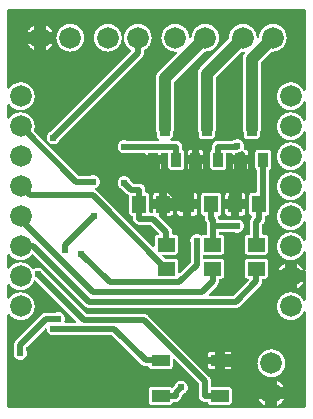
<source format=gbl>
G04 Layer: BottomLayer*
G04 EasyEDA v6.1.52, Mon, 29 Jul 2019 07:14:48 GMT*
G04 763c4d154c644d5a9bd2c91acdf97d9b,a2ddd735335a41bd89ccdca2c933086a,10*
G04 Gerber Generator version 0.2*
G04 Scale: 100 percent, Rotated: No, Reflected: No *
G04 Dimensions in millimeters *
G04 leading zeros omitted , absolute positions ,3 integer and 3 decimal *
%FSLAX33Y33*%
%MOMM*%
G90*
G71D02*

%ADD11C,0.499999*%
%ADD12C,1.129995*%
%ADD13C,0.999998*%
%ADD15C,0.610006*%
%ADD19R,1.160018X1.450010*%
%ADD23C,1.829003*%
%ADD24C,1.828800*%
%ADD25R,0.812800X1.219200*%

%LPD*%
G36*
G01X25410Y34020D02*
G01X370Y34020D01*
G01X356Y34019D01*
G01X342Y34016D01*
G01X328Y34011D01*
G01X315Y34004D01*
G01X304Y33995D01*
G01X294Y33985D01*
G01X285Y33974D01*
G01X278Y33961D01*
G01X273Y33947D01*
G01X270Y33933D01*
G01X269Y33919D01*
G01X269Y27422D01*
G01X270Y27408D01*
G01X273Y27393D01*
G01X278Y27380D01*
G01X285Y27367D01*
G01X294Y27356D01*
G01X304Y27345D01*
G01X315Y27337D01*
G01X328Y27330D01*
G01X342Y27325D01*
G01X356Y27321D01*
G01X370Y27320D01*
G01X386Y27322D01*
G01X402Y27325D01*
G01X416Y27331D01*
G01X430Y27340D01*
G01X442Y27350D01*
G01X452Y27362D01*
G01X483Y27402D01*
G01X515Y27440D01*
G01X548Y27477D01*
G01X583Y27512D01*
G01X620Y27546D01*
G01X658Y27578D01*
G01X698Y27609D01*
G01X738Y27638D01*
G01X780Y27665D01*
G01X823Y27690D01*
G01X867Y27714D01*
G01X912Y27736D01*
G01X958Y27755D01*
G01X1005Y27773D01*
G01X1052Y27789D01*
G01X1100Y27802D01*
G01X1149Y27814D01*
G01X1198Y27823D01*
G01X1247Y27831D01*
G01X1297Y27836D01*
G01X1347Y27839D01*
G01X1397Y27840D01*
G01X1446Y27839D01*
G01X1496Y27836D01*
G01X1545Y27831D01*
G01X1594Y27824D01*
G01X1643Y27814D01*
G01X1692Y27803D01*
G01X1739Y27789D01*
G01X1787Y27774D01*
G01X1833Y27756D01*
G01X1879Y27736D01*
G01X1924Y27715D01*
G01X1968Y27692D01*
G01X2010Y27667D01*
G01X2052Y27640D01*
G01X2093Y27611D01*
G01X2132Y27581D01*
G01X2170Y27548D01*
G01X2207Y27515D01*
G01X2242Y27480D01*
G01X2275Y27443D01*
G01X2308Y27405D01*
G01X2338Y27366D01*
G01X2367Y27325D01*
G01X2394Y27283D01*
G01X2419Y27241D01*
G01X2442Y27197D01*
G01X2463Y27152D01*
G01X2483Y27106D01*
G01X2501Y27060D01*
G01X2516Y27012D01*
G01X2530Y26965D01*
G01X2541Y26916D01*
G01X2551Y26867D01*
G01X2558Y26818D01*
G01X2563Y26769D01*
G01X2566Y26719D01*
G01X2567Y26670D01*
G01X2566Y26620D01*
G01X2563Y26572D01*
G01X2558Y26523D01*
G01X2551Y26474D01*
G01X2542Y26426D01*
G01X2531Y26378D01*
G01X2517Y26331D01*
G01X2502Y26285D01*
G01X2485Y26239D01*
G01X2466Y26193D01*
G01X2445Y26149D01*
G01X2423Y26106D01*
G01X2398Y26063D01*
G01X2372Y26022D01*
G01X2344Y25981D01*
G01X2314Y25942D01*
G01X2283Y25905D01*
G01X2250Y25868D01*
G01X2216Y25833D01*
G01X2180Y25799D01*
G01X2143Y25767D01*
G01X2105Y25737D01*
G01X2065Y25708D01*
G01X2024Y25681D01*
G01X1982Y25656D01*
G01X1939Y25632D01*
G01X1895Y25610D01*
G01X1851Y25590D01*
G01X1805Y25572D01*
G01X1759Y25556D01*
G01X1712Y25542D01*
G01X1664Y25530D01*
G01X1616Y25519D01*
G01X1568Y25511D01*
G01X1519Y25505D01*
G01X1470Y25501D01*
G01X1456Y25499D01*
G01X1442Y25495D01*
G01X1429Y25489D01*
G01X1417Y25482D01*
G01X1406Y25472D01*
G01X1397Y25462D01*
G01X1387Y25472D01*
G01X1376Y25482D01*
G01X1364Y25489D01*
G01X1351Y25495D01*
G01X1337Y25499D01*
G01X1323Y25501D01*
G01X1274Y25505D01*
G01X1226Y25511D01*
G01X1177Y25519D01*
G01X1130Y25529D01*
G01X1082Y25541D01*
G01X990Y25571D01*
G01X944Y25589D01*
G01X900Y25609D01*
G01X856Y25631D01*
G01X813Y25654D01*
G01X771Y25679D01*
G01X731Y25706D01*
G01X691Y25735D01*
G01X653Y25765D01*
G01X616Y25797D01*
G01X580Y25830D01*
G01X546Y25865D01*
G01X513Y25901D01*
G01X482Y25938D01*
G01X452Y25977D01*
G01X442Y25989D01*
G01X430Y25999D01*
G01X416Y26008D01*
G01X402Y26014D01*
G01X386Y26017D01*
G01X370Y26019D01*
G01X356Y26018D01*
G01X342Y26014D01*
G01X328Y26009D01*
G01X315Y26002D01*
G01X304Y25994D01*
G01X294Y25983D01*
G01X285Y25972D01*
G01X278Y25959D01*
G01X273Y25946D01*
G01X270Y25931D01*
G01X269Y25917D01*
G01X269Y24882D01*
G01X270Y24868D01*
G01X273Y24853D01*
G01X278Y24840D01*
G01X285Y24827D01*
G01X294Y24816D01*
G01X304Y24805D01*
G01X315Y24797D01*
G01X328Y24790D01*
G01X342Y24785D01*
G01X356Y24781D01*
G01X370Y24780D01*
G01X386Y24782D01*
G01X402Y24785D01*
G01X416Y24791D01*
G01X430Y24800D01*
G01X442Y24810D01*
G01X452Y24822D01*
G01X482Y24861D01*
G01X513Y24898D01*
G01X546Y24934D01*
G01X580Y24969D01*
G01X616Y25002D01*
G01X653Y25034D01*
G01X691Y25064D01*
G01X731Y25093D01*
G01X771Y25120D01*
G01X813Y25145D01*
G01X856Y25168D01*
G01X900Y25190D01*
G01X944Y25210D01*
G01X990Y25228D01*
G01X1082Y25258D01*
G01X1130Y25270D01*
G01X1177Y25280D01*
G01X1226Y25288D01*
G01X1274Y25294D01*
G01X1323Y25298D01*
G01X1337Y25300D01*
G01X1351Y25304D01*
G01X1364Y25310D01*
G01X1376Y25317D01*
G01X1387Y25327D01*
G01X1397Y25337D01*
G01X1406Y25327D01*
G01X1417Y25317D01*
G01X1429Y25310D01*
G01X1442Y25304D01*
G01X1456Y25300D01*
G01X1470Y25298D01*
G01X1519Y25294D01*
G01X1568Y25288D01*
G01X1616Y25280D01*
G01X1664Y25269D01*
G01X1712Y25257D01*
G01X1759Y25243D01*
G01X1805Y25227D01*
G01X1851Y25209D01*
G01X1895Y25189D01*
G01X1939Y25167D01*
G01X1982Y25143D01*
G01X2024Y25118D01*
G01X2065Y25091D01*
G01X2105Y25062D01*
G01X2143Y25032D01*
G01X2180Y25000D01*
G01X2216Y24966D01*
G01X2250Y24931D01*
G01X2283Y24894D01*
G01X2314Y24857D01*
G01X2344Y24818D01*
G01X2372Y24777D01*
G01X2398Y24736D01*
G01X2423Y24693D01*
G01X2445Y24650D01*
G01X2466Y24606D01*
G01X2485Y24560D01*
G01X2502Y24514D01*
G01X2517Y24468D01*
G01X2531Y24421D01*
G01X2542Y24373D01*
G01X2551Y24325D01*
G01X2558Y24276D01*
G01X2563Y24227D01*
G01X2566Y24179D01*
G01X2567Y24130D01*
G01X2566Y24073D01*
G01X2562Y24018D01*
G01X2555Y23962D01*
G01X2546Y23907D01*
G01X2534Y23852D01*
G01X2519Y23798D01*
G01X2516Y23784D01*
G01X2515Y23769D01*
G01X2517Y23753D01*
G01X2520Y23738D01*
G01X2526Y23723D01*
G01X2535Y23709D01*
G01X2545Y23697D01*
G01X6281Y19962D01*
G01X6293Y19951D01*
G01X6306Y19943D01*
G01X6321Y19937D01*
G01X6337Y19933D01*
G01X6352Y19932D01*
G01X7256Y19932D01*
G01X7277Y19934D01*
G01X7297Y19940D01*
G01X7332Y19954D01*
G01X7369Y19966D01*
G01X7406Y19975D01*
G01X7444Y19982D01*
G01X7482Y19986D01*
G01X7520Y19987D01*
G01X7554Y19986D01*
G01X7588Y19983D01*
G01X7622Y19978D01*
G01X7655Y19971D01*
G01X7688Y19962D01*
G01X7720Y19950D01*
G01X7751Y19937D01*
G01X7781Y19923D01*
G01X7811Y19906D01*
G01X7839Y19888D01*
G01X7867Y19867D01*
G01X7893Y19846D01*
G01X7918Y19822D01*
G01X7941Y19798D01*
G01X7962Y19772D01*
G01X7983Y19744D01*
G01X8001Y19716D01*
G01X8018Y19686D01*
G01X8033Y19656D01*
G01X8045Y19625D01*
G01X8057Y19592D01*
G01X8066Y19560D01*
G01X8073Y19527D01*
G01X8078Y19493D01*
G01X8081Y19459D01*
G01X8082Y19425D01*
G01X8081Y19391D01*
G01X8078Y19357D01*
G01X8073Y19324D01*
G01X8066Y19291D01*
G01X8056Y19258D01*
G01X8045Y19226D01*
G01X8032Y19194D01*
G01X8017Y19164D01*
G01X8000Y19134D01*
G01X7982Y19105D01*
G01X7962Y19078D01*
G01X7940Y19052D01*
G01X7916Y19027D01*
G01X7892Y19004D01*
G01X7865Y18982D01*
G01X7838Y18962D01*
G01X7809Y18944D01*
G01X7779Y18927D01*
G01X7749Y18912D01*
G01X7736Y18906D01*
G01X7724Y18897D01*
G01X7714Y18887D01*
G01X7705Y18875D01*
G01X7698Y18862D01*
G01X7693Y18848D01*
G01X7690Y18834D01*
G01X7689Y18820D01*
G01X7690Y18805D01*
G01X7693Y18790D01*
G01X7698Y18776D01*
G01X7706Y18763D01*
G01X7715Y18751D01*
G01X7726Y18741D01*
G01X7739Y18732D01*
G01X7766Y18715D01*
G01X7792Y18696D01*
G01X7817Y18675D01*
G01X7840Y18653D01*
G01X12561Y13935D01*
G01X12573Y13925D01*
G01X12586Y13917D01*
G01X12601Y13910D01*
G01X12616Y13907D01*
G01X12632Y13905D01*
G01X12647Y13906D01*
G01X12661Y13910D01*
G01X12675Y13915D01*
G01X12687Y13922D01*
G01X12699Y13930D01*
G01X12709Y13941D01*
G01X12718Y13952D01*
G01X12725Y13965D01*
G01X12730Y13978D01*
G01X12733Y13993D01*
G01X12734Y14007D01*
G01X12734Y14677D01*
G01X12735Y14700D01*
G01X12738Y14724D01*
G01X12744Y14747D01*
G01X12751Y14769D01*
G01X12761Y14791D01*
G01X12772Y14812D01*
G01X12786Y14831D01*
G01X12801Y14849D01*
G01X12818Y14866D01*
G01X12836Y14881D01*
G01X12855Y14895D01*
G01X12876Y14906D01*
G01X12898Y14916D01*
G01X12920Y14923D01*
G01X12943Y14929D01*
G01X12967Y14932D01*
G01X12991Y14933D01*
G01X12999Y14933D01*
G01X13014Y14934D01*
G01X13028Y14937D01*
G01X13042Y14942D01*
G01X13054Y14949D01*
G01X13066Y14958D01*
G01X13076Y14968D01*
G01X13085Y14980D01*
G01X13092Y14992D01*
G01X13097Y15006D01*
G01X13100Y15020D01*
G01X13101Y15035D01*
G01X13100Y15051D01*
G01X13096Y15066D01*
G01X13090Y15081D01*
G01X13082Y15094D01*
G01X13071Y15106D01*
G01X12415Y15762D01*
G01X12403Y15773D01*
G01X12390Y15781D01*
G01X12375Y15787D01*
G01X12359Y15791D01*
G01X12343Y15792D01*
G01X11430Y15792D01*
G01X11396Y15793D01*
G01X11363Y15796D01*
G01X11331Y15802D01*
G01X11298Y15809D01*
G01X11267Y15819D01*
G01X11236Y15831D01*
G01X11205Y15844D01*
G01X11176Y15860D01*
G01X11148Y15878D01*
G01X11121Y15897D01*
G01X11096Y15918D01*
G01X11071Y15941D01*
G01X11049Y15965D01*
G01X11028Y15990D01*
G01X11008Y16017D01*
G01X10991Y16045D01*
G01X10975Y16075D01*
G01X10962Y16105D01*
G01X10950Y16136D01*
G01X10940Y16168D01*
G01X10933Y16200D01*
G01X10927Y16233D01*
G01X10924Y16266D01*
G01X10923Y16299D01*
G01X10923Y16443D01*
G01X10922Y16459D01*
G01X10918Y16473D01*
G01X10913Y16487D01*
G01X10905Y16501D01*
G01X10896Y16512D01*
G01X10885Y16523D01*
G01X10872Y16531D01*
G01X10859Y16538D01*
G01X10844Y16542D01*
G01X10829Y16545D01*
G01X10806Y16548D01*
G01X10782Y16553D01*
G01X10760Y16560D01*
G01X10738Y16570D01*
G01X10717Y16581D01*
G01X10697Y16594D01*
G01X10678Y16610D01*
G01X10661Y16626D01*
G01X10646Y16645D01*
G01X10632Y16664D01*
G01X10620Y16685D01*
G01X10611Y16707D01*
G01X10603Y16730D01*
G01X10597Y16753D01*
G01X10594Y16777D01*
G01X10593Y16801D01*
G01X10593Y18198D01*
G01X10592Y18212D01*
G01X10589Y18227D01*
G01X10584Y18240D01*
G01X10577Y18253D01*
G01X10568Y18265D01*
G01X10558Y18275D01*
G01X10546Y18284D01*
G01X10533Y18290D01*
G01X10500Y18307D01*
G01X10468Y18326D01*
G01X10438Y18347D01*
G01X10409Y18370D01*
G01X10382Y18395D01*
G01X9980Y18799D01*
G01X9963Y18813D01*
G01X9945Y18822D01*
G01X9913Y18836D01*
G01X9881Y18852D01*
G01X9851Y18870D01*
G01X9822Y18890D01*
G01X9794Y18912D01*
G01X9767Y18935D01*
G01X9742Y18960D01*
G01X9719Y18986D01*
G01X9698Y19014D01*
G01X9678Y19043D01*
G01X9660Y19074D01*
G01X9644Y19105D01*
G01X9630Y19137D01*
G01X9618Y19171D01*
G01X9608Y19205D01*
G01X9600Y19239D01*
G01X9595Y19274D01*
G01X9591Y19309D01*
G01X9590Y19344D01*
G01X9591Y19378D01*
G01X9594Y19412D01*
G01X9600Y19445D01*
G01X9607Y19479D01*
G01X9616Y19511D01*
G01X9627Y19543D01*
G01X9640Y19575D01*
G01X9655Y19605D01*
G01X9671Y19635D01*
G01X9690Y19663D01*
G01X9710Y19690D01*
G01X9732Y19717D01*
G01X9755Y19741D01*
G01X9780Y19764D01*
G01X9806Y19786D01*
G01X9833Y19806D01*
G01X9861Y19825D01*
G01X9891Y19841D01*
G01X9921Y19856D01*
G01X9953Y19869D01*
G01X9985Y19880D01*
G01X10017Y19889D01*
G01X10051Y19896D01*
G01X10084Y19902D01*
G01X10118Y19905D01*
G01X10152Y19906D01*
G01X10187Y19905D01*
G01X10222Y19901D01*
G01X10257Y19896D01*
G01X10292Y19888D01*
G01X10326Y19878D01*
G01X10359Y19866D01*
G01X10392Y19852D01*
G01X10423Y19836D01*
G01X10454Y19818D01*
G01X10483Y19798D01*
G01X10511Y19776D01*
G01X10537Y19753D01*
G01X10562Y19727D01*
G01X10586Y19701D01*
G01X10607Y19673D01*
G01X10627Y19643D01*
G01X10645Y19613D01*
G01X10661Y19581D01*
G01X10675Y19549D01*
G01X10684Y19530D01*
G01X10697Y19514D01*
G01X10922Y19289D01*
G01X10934Y19278D01*
G01X10948Y19270D01*
G01X10962Y19264D01*
G01X10978Y19260D01*
G01X10994Y19259D01*
G01X11429Y19259D01*
G01X11463Y19258D01*
G01X11496Y19255D01*
G01X11528Y19249D01*
G01X11561Y19242D01*
G01X11592Y19232D01*
G01X11623Y19220D01*
G01X11654Y19207D01*
G01X11683Y19191D01*
G01X11711Y19173D01*
G01X11738Y19154D01*
G01X11763Y19133D01*
G01X11788Y19110D01*
G01X11810Y19086D01*
G01X11831Y19061D01*
G01X11851Y19034D01*
G01X11868Y19006D01*
G01X11884Y18976D01*
G01X11897Y18946D01*
G01X11909Y18915D01*
G01X11919Y18883D01*
G01X11926Y18851D01*
G01X11932Y18818D01*
G01X11935Y18785D01*
G01X11936Y18752D01*
G01X11936Y18608D01*
G01X11937Y18592D01*
G01X11941Y18578D01*
G01X11946Y18564D01*
G01X11954Y18550D01*
G01X11963Y18539D01*
G01X11974Y18528D01*
G01X11987Y18520D01*
G01X12000Y18513D01*
G01X12015Y18509D01*
G01X12030Y18506D01*
G01X12053Y18503D01*
G01X12077Y18498D01*
G01X12099Y18491D01*
G01X12121Y18481D01*
G01X12142Y18470D01*
G01X12162Y18457D01*
G01X12181Y18441D01*
G01X12198Y18425D01*
G01X12213Y18406D01*
G01X12227Y18387D01*
G01X12239Y18366D01*
G01X12248Y18344D01*
G01X12256Y18321D01*
G01X12262Y18298D01*
G01X12265Y18274D01*
G01X12266Y18250D01*
G01X12266Y16907D01*
G01X12267Y16892D01*
G01X12270Y16878D01*
G01X12275Y16865D01*
G01X12282Y16852D01*
G01X12291Y16840D01*
G01X12301Y16830D01*
G01X12313Y16821D01*
G01X12325Y16814D01*
G01X12339Y16809D01*
G01X12353Y16806D01*
G01X12368Y16805D01*
G01X12523Y16805D01*
G01X12538Y16806D01*
G01X12552Y16809D01*
G01X12566Y16814D01*
G01X12578Y16821D01*
G01X12590Y16830D01*
G01X12600Y16840D01*
G01X12609Y16852D01*
G01X12616Y16865D01*
G01X12621Y16878D01*
G01X12624Y16892D01*
G01X12625Y16907D01*
G01X12625Y17100D01*
G01X13108Y17100D01*
G01X13108Y16544D01*
G01X13109Y16529D01*
G01X13113Y16513D01*
G01X13119Y16498D01*
G01X13127Y16485D01*
G01X13138Y16473D01*
G01X14074Y15537D01*
G01X14096Y15513D01*
G01X14117Y15487D01*
G01X14137Y15460D01*
G01X14154Y15432D01*
G01X14170Y15403D01*
G01X14183Y15372D01*
G01X14195Y15341D01*
G01X14205Y15310D01*
G01X14212Y15277D01*
G01X14218Y15245D01*
G01X14221Y15212D01*
G01X14222Y15179D01*
G01X14222Y15035D01*
G01X14223Y15020D01*
G01X14226Y15006D01*
G01X14231Y14992D01*
G01X14238Y14980D01*
G01X14247Y14968D01*
G01X14257Y14958D01*
G01X14269Y14949D01*
G01X14281Y14942D01*
G01X14295Y14937D01*
G01X14309Y14934D01*
G01X14324Y14933D01*
G01X14440Y14933D01*
G01X14464Y14932D01*
G01X14488Y14929D01*
G01X14511Y14923D01*
G01X14533Y14916D01*
G01X14555Y14906D01*
G01X14576Y14895D01*
G01X14595Y14881D01*
G01X14613Y14866D01*
G01X14630Y14849D01*
G01X14645Y14831D01*
G01X14659Y14812D01*
G01X14670Y14791D01*
G01X14680Y14769D01*
G01X14687Y14747D01*
G01X14693Y14724D01*
G01X14696Y14700D01*
G01X14697Y14677D01*
G01X14697Y13516D01*
G01X14696Y13493D01*
G01X14693Y13469D01*
G01X14687Y13446D01*
G01X14680Y13424D01*
G01X14670Y13402D01*
G01X14659Y13381D01*
G01X14645Y13362D01*
G01X14630Y13344D01*
G01X14613Y13327D01*
G01X14595Y13312D01*
G01X14576Y13298D01*
G01X14555Y13287D01*
G01X14533Y13277D01*
G01X14511Y13270D01*
G01X14488Y13264D01*
G01X14464Y13261D01*
G01X14440Y13260D01*
G01X13481Y13260D01*
G01X13467Y13259D01*
G01X13453Y13256D01*
G01X13439Y13251D01*
G01X13426Y13244D01*
G01X13415Y13235D01*
G01X13405Y13225D01*
G01X13396Y13213D01*
G01X13389Y13201D01*
G01X13384Y13187D01*
G01X13381Y13173D01*
G01X13380Y13158D01*
G01X13381Y13142D01*
G01X13385Y13127D01*
G01X13391Y13112D01*
G01X13399Y13099D01*
G01X13410Y13086D01*
G01X13565Y12931D01*
G01X13577Y12920D01*
G01X13591Y12912D01*
G01X13606Y12906D01*
G01X13621Y12902D01*
G01X13637Y12901D01*
G01X14440Y12901D01*
G01X14464Y12900D01*
G01X14488Y12897D01*
G01X14511Y12891D01*
G01X14533Y12884D01*
G01X14555Y12874D01*
G01X14576Y12863D01*
G01X14595Y12849D01*
G01X14613Y12834D01*
G01X14630Y12817D01*
G01X14645Y12799D01*
G01X14659Y12780D01*
G01X14670Y12759D01*
G01X14680Y12737D01*
G01X14687Y12715D01*
G01X14693Y12692D01*
G01X14696Y12668D01*
G01X14697Y12645D01*
G01X14697Y11760D01*
G01X14698Y11745D01*
G01X14701Y11731D01*
G01X14706Y11718D01*
G01X14713Y11705D01*
G01X14722Y11693D01*
G01X14732Y11683D01*
G01X14744Y11674D01*
G01X14756Y11667D01*
G01X14770Y11662D01*
G01X14784Y11659D01*
G01X14799Y11658D01*
G01X14815Y11659D01*
G01X14830Y11663D01*
G01X14845Y11669D01*
G01X14858Y11678D01*
G01X14870Y11688D01*
G01X15773Y12590D01*
G01X15783Y12602D01*
G01X15791Y12616D01*
G01X15797Y12630D01*
G01X15801Y12646D01*
G01X15802Y12662D01*
G01X15802Y14178D01*
G01X15800Y14198D01*
G01X15794Y14218D01*
G01X15780Y14254D01*
G01X15768Y14290D01*
G01X15759Y14328D01*
G01X15753Y14365D01*
G01X15749Y14404D01*
G01X15747Y14442D01*
G01X15748Y14476D01*
G01X15751Y14510D01*
G01X15756Y14543D01*
G01X15764Y14576D01*
G01X15773Y14609D01*
G01X15784Y14641D01*
G01X15797Y14672D01*
G01X15812Y14703D01*
G01X15828Y14732D01*
G01X15847Y14761D01*
G01X15867Y14788D01*
G01X15889Y14814D01*
G01X15912Y14839D01*
G01X15936Y14862D01*
G01X15963Y14884D01*
G01X15990Y14904D01*
G01X16018Y14922D01*
G01X16048Y14939D01*
G01X16078Y14954D01*
G01X16110Y14967D01*
G01X16142Y14978D01*
G01X16174Y14987D01*
G01X16208Y14994D01*
G01X16241Y14999D01*
G01X16275Y15002D01*
G01X16309Y15003D01*
G01X16346Y15002D01*
G01X16383Y14999D01*
G01X16419Y14992D01*
G01X16456Y14984D01*
G01X16491Y14973D01*
G01X16526Y14960D01*
G01X16559Y14944D01*
G01X16592Y14927D01*
G01X16624Y14907D01*
G01X16654Y14885D01*
G01X16668Y14876D01*
G01X16683Y14869D01*
G01X16699Y14865D01*
G01X16716Y14864D01*
G01X16732Y14865D01*
G01X16747Y14869D01*
G01X16762Y14875D01*
G01X16776Y14883D01*
G01X16795Y14896D01*
G01X16816Y14907D01*
G01X16837Y14916D01*
G01X16859Y14924D01*
G01X16881Y14929D01*
G01X16904Y14932D01*
G01X16928Y14933D01*
G01X17044Y14933D01*
G01X17059Y14934D01*
G01X17073Y14937D01*
G01X17087Y14942D01*
G01X17099Y14949D01*
G01X17111Y14958D01*
G01X17121Y14968D01*
G01X17130Y14980D01*
G01X17137Y14992D01*
G01X17142Y15006D01*
G01X17145Y15020D01*
G01X17146Y15035D01*
G01X17146Y15927D01*
G01X17145Y15943D01*
G01X17141Y15960D01*
G01X17134Y15975D01*
G01X17125Y15989D01*
G01X17105Y16016D01*
G01X17088Y16044D01*
G01X17072Y16074D01*
G01X17058Y16104D01*
G01X17046Y16135D01*
G01X17036Y16167D01*
G01X17029Y16199D01*
G01X17023Y16232D01*
G01X17020Y16265D01*
G01X17019Y16299D01*
G01X17019Y16443D01*
G01X17018Y16459D01*
G01X17014Y16473D01*
G01X17009Y16487D01*
G01X17001Y16501D01*
G01X16992Y16512D01*
G01X16981Y16523D01*
G01X16968Y16531D01*
G01X16955Y16538D01*
G01X16940Y16542D01*
G01X16925Y16545D01*
G01X16902Y16548D01*
G01X16878Y16553D01*
G01X16856Y16560D01*
G01X16834Y16570D01*
G01X16813Y16581D01*
G01X16793Y16594D01*
G01X16774Y16610D01*
G01X16757Y16626D01*
G01X16742Y16645D01*
G01X16728Y16664D01*
G01X16716Y16685D01*
G01X16707Y16707D01*
G01X16699Y16730D01*
G01X16693Y16753D01*
G01X16690Y16777D01*
G01X16689Y16801D01*
G01X16689Y18250D01*
G01X16690Y18274D01*
G01X16693Y18298D01*
G01X16699Y18321D01*
G01X16706Y18343D01*
G01X16716Y18365D01*
G01X16727Y18386D01*
G01X16741Y18405D01*
G01X16756Y18423D01*
G01X16773Y18440D01*
G01X16791Y18455D01*
G01X16810Y18469D01*
G01X16831Y18480D01*
G01X16853Y18490D01*
G01X16875Y18497D01*
G01X16898Y18503D01*
G01X16922Y18506D01*
G01X16945Y18507D01*
G01X18106Y18507D01*
G01X18129Y18506D01*
G01X18153Y18503D01*
G01X18176Y18497D01*
G01X18198Y18490D01*
G01X18220Y18480D01*
G01X18241Y18469D01*
G01X18260Y18455D01*
G01X18278Y18440D01*
G01X18295Y18423D01*
G01X18310Y18405D01*
G01X18324Y18386D01*
G01X18335Y18365D01*
G01X18345Y18343D01*
G01X18352Y18321D01*
G01X18358Y18298D01*
G01X18361Y18274D01*
G01X18362Y18250D01*
G01X18362Y16801D01*
G01X18361Y16776D01*
G01X18357Y16752D01*
G01X18352Y16729D01*
G01X18344Y16706D01*
G01X18334Y16683D01*
G01X18322Y16662D01*
G01X18308Y16642D01*
G01X18292Y16624D01*
G01X18274Y16607D01*
G01X18255Y16592D01*
G01X18235Y16579D01*
G01X18213Y16568D01*
G01X18191Y16558D01*
G01X18167Y16552D01*
G01X18153Y16547D01*
G01X18140Y16540D01*
G01X18127Y16532D01*
G01X18117Y16521D01*
G01X18107Y16509D01*
G01X18100Y16496D01*
G01X18095Y16482D01*
G01X18091Y16468D01*
G01X18090Y16453D01*
G01X18091Y16437D01*
G01X18095Y16421D01*
G01X18102Y16406D01*
G01X18118Y16371D01*
G01X18132Y16336D01*
G01X18143Y16299D01*
G01X18151Y16261D01*
G01X18155Y16246D01*
G01X18161Y16232D01*
G01X18170Y16219D01*
G01X18180Y16207D01*
G01X18192Y16197D01*
G01X18206Y16189D01*
G01X18220Y16183D01*
G01X18235Y16179D01*
G01X18251Y16178D01*
G01X19463Y16178D01*
G01X19484Y16180D01*
G01X19504Y16186D01*
G01X19539Y16200D01*
G01X19576Y16212D01*
G01X19613Y16221D01*
G01X19651Y16228D01*
G01X19689Y16232D01*
G01X19728Y16233D01*
G01X19762Y16232D01*
G01X19795Y16229D01*
G01X19829Y16224D01*
G01X19862Y16217D01*
G01X19895Y16207D01*
G01X19927Y16196D01*
G01X19958Y16183D01*
G01X19989Y16169D01*
G01X20018Y16152D01*
G01X20047Y16133D01*
G01X20074Y16113D01*
G01X20100Y16092D01*
G01X20125Y16068D01*
G01X20148Y16044D01*
G01X20170Y16018D01*
G01X20190Y15990D01*
G01X20208Y15962D01*
G01X20225Y15932D01*
G01X20240Y15902D01*
G01X20253Y15870D01*
G01X20264Y15838D01*
G01X20273Y15806D01*
G01X20280Y15773D01*
G01X20285Y15739D01*
G01X20288Y15705D01*
G01X20289Y15671D01*
G01X20288Y15637D01*
G01X20285Y15604D01*
G01X20280Y15570D01*
G01X20273Y15537D01*
G01X20264Y15504D01*
G01X20253Y15472D01*
G01X20240Y15441D01*
G01X20225Y15410D01*
G01X20208Y15381D01*
G01X20190Y15352D01*
G01X20170Y15325D01*
G01X20148Y15299D01*
G01X20125Y15274D01*
G01X20100Y15251D01*
G01X20074Y15229D01*
G01X20047Y15209D01*
G01X20018Y15191D01*
G01X19989Y15174D01*
G01X19958Y15159D01*
G01X19927Y15146D01*
G01X19895Y15135D01*
G01X19862Y15126D01*
G01X19829Y15119D01*
G01X19795Y15114D01*
G01X19762Y15111D01*
G01X19728Y15110D01*
G01X19689Y15111D01*
G01X19651Y15115D01*
G01X19613Y15122D01*
G01X19576Y15131D01*
G01X19539Y15142D01*
G01X19504Y15156D01*
G01X19484Y15163D01*
G01X19463Y15165D01*
G01X18261Y15165D01*
G01X18246Y15164D01*
G01X18232Y15161D01*
G01X18218Y15156D01*
G01X18206Y15149D01*
G01X18194Y15140D01*
G01X18184Y15130D01*
G01X18175Y15118D01*
G01X18168Y15105D01*
G01X18163Y15092D01*
G01X18160Y15078D01*
G01X18159Y15063D01*
G01X18159Y15035D01*
G01X18160Y15020D01*
G01X18163Y15006D01*
G01X18168Y14992D01*
G01X18175Y14980D01*
G01X18184Y14968D01*
G01X18194Y14958D01*
G01X18206Y14949D01*
G01X18218Y14942D01*
G01X18232Y14937D01*
G01X18246Y14934D01*
G01X18261Y14933D01*
G01X18377Y14933D01*
G01X18401Y14932D01*
G01X18425Y14929D01*
G01X18448Y14923D01*
G01X18470Y14916D01*
G01X18492Y14906D01*
G01X18513Y14895D01*
G01X18532Y14881D01*
G01X18550Y14866D01*
G01X18567Y14849D01*
G01X18582Y14831D01*
G01X18596Y14812D01*
G01X18607Y14791D01*
G01X18617Y14769D01*
G01X18624Y14747D01*
G01X18630Y14724D01*
G01X18633Y14700D01*
G01X18634Y14677D01*
G01X18634Y13516D01*
G01X18633Y13493D01*
G01X18630Y13469D01*
G01X18624Y13446D01*
G01X18617Y13424D01*
G01X18607Y13402D01*
G01X18596Y13381D01*
G01X18582Y13362D01*
G01X18567Y13344D01*
G01X18550Y13327D01*
G01X18532Y13312D01*
G01X18513Y13298D01*
G01X18492Y13287D01*
G01X18470Y13277D01*
G01X18448Y13270D01*
G01X18425Y13264D01*
G01X18401Y13261D01*
G01X18377Y13260D01*
G01X16917Y13260D01*
G01X16903Y13259D01*
G01X16888Y13256D01*
G01X16875Y13251D01*
G01X16862Y13244D01*
G01X16850Y13235D01*
G01X16840Y13225D01*
G01X16832Y13213D01*
G01X16825Y13201D01*
G01X16819Y13187D01*
G01X16816Y13173D01*
G01X16815Y13159D01*
G01X16815Y13002D01*
G01X16816Y12988D01*
G01X16819Y12974D01*
G01X16825Y12960D01*
G01X16832Y12948D01*
G01X16840Y12936D01*
G01X16850Y12926D01*
G01X16862Y12917D01*
G01X16875Y12910D01*
G01X16888Y12905D01*
G01X16903Y12902D01*
G01X16917Y12901D01*
G01X18377Y12901D01*
G01X18401Y12900D01*
G01X18425Y12897D01*
G01X18448Y12891D01*
G01X18470Y12884D01*
G01X18492Y12874D01*
G01X18513Y12863D01*
G01X18532Y12849D01*
G01X18550Y12834D01*
G01X18567Y12817D01*
G01X18582Y12799D01*
G01X18596Y12780D01*
G01X18607Y12759D01*
G01X18617Y12737D01*
G01X18624Y12715D01*
G01X18630Y12692D01*
G01X18633Y12668D01*
G01X18634Y12645D01*
G01X18634Y11484D01*
G01X18633Y11461D01*
G01X18630Y11437D01*
G01X18624Y11414D01*
G01X18617Y11392D01*
G01X18607Y11370D01*
G01X18596Y11349D01*
G01X18582Y11330D01*
G01X18567Y11312D01*
G01X18550Y11295D01*
G01X18532Y11280D01*
G01X18513Y11266D01*
G01X18492Y11255D01*
G01X18470Y11245D01*
G01X18448Y11238D01*
G01X18425Y11232D01*
G01X18401Y11229D01*
G01X18377Y11228D01*
G01X18261Y11228D01*
G01X18246Y11227D01*
G01X18232Y11224D01*
G01X18218Y11219D01*
G01X18206Y11212D01*
G01X18194Y11203D01*
G01X18184Y11193D01*
G01X18175Y11181D01*
G01X18168Y11169D01*
G01X18163Y11155D01*
G01X18160Y11141D01*
G01X18159Y11126D01*
G01X18159Y10982D01*
G01X18158Y10949D01*
G01X18155Y10916D01*
G01X18149Y10884D01*
G01X18142Y10851D01*
G01X18132Y10820D01*
G01X18120Y10789D01*
G01X18107Y10758D01*
G01X18091Y10729D01*
G01X18074Y10701D01*
G01X18054Y10674D01*
G01X18033Y10648D01*
G01X18011Y10624D01*
G01X17332Y9945D01*
G01X17321Y9933D01*
G01X17313Y9920D01*
G01X17307Y9905D01*
G01X17303Y9889D01*
G01X17302Y9874D01*
G01X17303Y9859D01*
G01X17306Y9845D01*
G01X17311Y9831D01*
G01X17318Y9819D01*
G01X17327Y9807D01*
G01X17337Y9797D01*
G01X17349Y9788D01*
G01X17361Y9781D01*
G01X17375Y9776D01*
G01X17389Y9773D01*
G01X17404Y9772D01*
G01X19367Y9772D01*
G01X19382Y9773D01*
G01X19398Y9777D01*
G01X19413Y9783D01*
G01X19426Y9791D01*
G01X19438Y9802D01*
G01X20691Y11055D01*
G01X20702Y11067D01*
G01X20710Y11080D01*
G01X20716Y11095D01*
G01X20720Y11110D01*
G01X20721Y11126D01*
G01X20720Y11141D01*
G01X20717Y11155D01*
G01X20712Y11169D01*
G01X20705Y11181D01*
G01X20696Y11193D01*
G01X20686Y11203D01*
G01X20674Y11212D01*
G01X20662Y11219D01*
G01X20648Y11224D01*
G01X20634Y11227D01*
G01X20619Y11228D01*
G01X20611Y11228D01*
G01X20587Y11229D01*
G01X20563Y11232D01*
G01X20540Y11238D01*
G01X20518Y11245D01*
G01X20496Y11255D01*
G01X20475Y11266D01*
G01X20456Y11280D01*
G01X20438Y11295D01*
G01X20421Y11312D01*
G01X20406Y11330D01*
G01X20392Y11349D01*
G01X20381Y11370D01*
G01X20371Y11392D01*
G01X20364Y11414D01*
G01X20358Y11437D01*
G01X20355Y11461D01*
G01X20354Y11484D01*
G01X20354Y12645D01*
G01X20355Y12668D01*
G01X20358Y12692D01*
G01X20364Y12715D01*
G01X20371Y12737D01*
G01X20381Y12759D01*
G01X20392Y12780D01*
G01X20406Y12799D01*
G01X20421Y12817D01*
G01X20438Y12834D01*
G01X20456Y12849D01*
G01X20475Y12863D01*
G01X20496Y12874D01*
G01X20518Y12884D01*
G01X20540Y12891D01*
G01X20563Y12897D01*
G01X20587Y12900D01*
G01X20611Y12901D01*
G01X22060Y12901D01*
G01X22084Y12900D01*
G01X22108Y12897D01*
G01X22131Y12891D01*
G01X22153Y12884D01*
G01X22175Y12874D01*
G01X22196Y12863D01*
G01X22215Y12849D01*
G01X22233Y12834D01*
G01X22250Y12817D01*
G01X22265Y12799D01*
G01X22279Y12780D01*
G01X22290Y12759D01*
G01X22300Y12737D01*
G01X22307Y12715D01*
G01X22313Y12692D01*
G01X22316Y12668D01*
G01X22317Y12645D01*
G01X22317Y11484D01*
G01X22316Y11461D01*
G01X22313Y11437D01*
G01X22307Y11414D01*
G01X22300Y11392D01*
G01X22290Y11370D01*
G01X22279Y11349D01*
G01X22265Y11330D01*
G01X22250Y11312D01*
G01X22233Y11295D01*
G01X22215Y11280D01*
G01X22196Y11266D01*
G01X22175Y11255D01*
G01X22153Y11245D01*
G01X22131Y11238D01*
G01X22108Y11232D01*
G01X22084Y11229D01*
G01X22060Y11228D01*
G01X21944Y11228D01*
G01X21929Y11227D01*
G01X21915Y11224D01*
G01X21901Y11219D01*
G01X21889Y11212D01*
G01X21877Y11203D01*
G01X21867Y11193D01*
G01X21858Y11181D01*
G01X21851Y11169D01*
G01X21846Y11155D01*
G01X21843Y11141D01*
G01X21842Y11126D01*
G01X21842Y10982D01*
G01X21841Y10949D01*
G01X21838Y10916D01*
G01X21832Y10884D01*
G01X21825Y10851D01*
G01X21815Y10820D01*
G01X21803Y10789D01*
G01X21790Y10758D01*
G01X21774Y10729D01*
G01X21757Y10701D01*
G01X21737Y10674D01*
G01X21716Y10648D01*
G01X21694Y10624D01*
G01X19977Y8907D01*
G01X19952Y8885D01*
G01X19927Y8864D01*
G01X19900Y8844D01*
G01X19872Y8827D01*
G01X19842Y8811D01*
G01X19812Y8797D01*
G01X19781Y8786D01*
G01X19750Y8776D01*
G01X19717Y8769D01*
G01X19685Y8763D01*
G01X19652Y8760D01*
G01X19618Y8759D01*
G01X7165Y8759D01*
G01X7132Y8760D01*
G01X7099Y8763D01*
G01X7066Y8769D01*
G01X7034Y8776D01*
G01X7002Y8786D01*
G01X6971Y8797D01*
G01X6941Y8811D01*
G01X6912Y8827D01*
G01X6883Y8844D01*
G01X6856Y8864D01*
G01X6831Y8885D01*
G01X6807Y8907D01*
G01X2464Y13249D01*
G01X2452Y13260D01*
G01X2439Y13268D01*
G01X2424Y13274D01*
G01X2409Y13278D01*
G01X2393Y13279D01*
G01X2377Y13278D01*
G01X2363Y13275D01*
G01X2348Y13269D01*
G01X2335Y13261D01*
G01X2323Y13252D01*
G01X2313Y13241D01*
G01X2282Y13203D01*
G01X2249Y13167D01*
G01X2215Y13132D01*
G01X2179Y13098D01*
G01X2142Y13067D01*
G01X2104Y13036D01*
G01X2064Y13007D01*
G01X2023Y12980D01*
G01X1981Y12955D01*
G01X1938Y12932D01*
G01X1895Y12910D01*
G01X1850Y12890D01*
G01X1804Y12872D01*
G01X1758Y12856D01*
G01X1711Y12842D01*
G01X1664Y12829D01*
G01X1616Y12819D01*
G01X1568Y12811D01*
G01X1519Y12805D01*
G01X1470Y12801D01*
G01X1456Y12799D01*
G01X1442Y12795D01*
G01X1429Y12789D01*
G01X1417Y12782D01*
G01X1406Y12772D01*
G01X1397Y12762D01*
G01X1387Y12772D01*
G01X1376Y12782D01*
G01X1364Y12789D01*
G01X1351Y12795D01*
G01X1337Y12799D01*
G01X1323Y12801D01*
G01X1274Y12805D01*
G01X1226Y12811D01*
G01X1177Y12819D01*
G01X1130Y12829D01*
G01X1082Y12841D01*
G01X990Y12871D01*
G01X944Y12889D01*
G01X900Y12909D01*
G01X856Y12931D01*
G01X813Y12954D01*
G01X771Y12979D01*
G01X731Y13006D01*
G01X691Y13035D01*
G01X653Y13065D01*
G01X616Y13097D01*
G01X580Y13130D01*
G01X546Y13165D01*
G01X513Y13201D01*
G01X482Y13238D01*
G01X452Y13277D01*
G01X442Y13289D01*
G01X430Y13299D01*
G01X416Y13308D01*
G01X402Y13314D01*
G01X386Y13317D01*
G01X370Y13319D01*
G01X356Y13318D01*
G01X342Y13314D01*
G01X328Y13309D01*
G01X315Y13302D01*
G01X304Y13294D01*
G01X294Y13283D01*
G01X285Y13272D01*
G01X278Y13259D01*
G01X273Y13246D01*
G01X270Y13231D01*
G01X269Y13217D01*
G01X269Y12182D01*
G01X270Y12168D01*
G01X273Y12153D01*
G01X278Y12140D01*
G01X285Y12127D01*
G01X294Y12116D01*
G01X304Y12105D01*
G01X315Y12097D01*
G01X328Y12090D01*
G01X342Y12085D01*
G01X356Y12081D01*
G01X370Y12080D01*
G01X386Y12082D01*
G01X402Y12085D01*
G01X416Y12091D01*
G01X430Y12100D01*
G01X442Y12110D01*
G01X452Y12122D01*
G01X482Y12161D01*
G01X513Y12198D01*
G01X546Y12234D01*
G01X580Y12269D01*
G01X616Y12302D01*
G01X653Y12334D01*
G01X691Y12364D01*
G01X731Y12393D01*
G01X771Y12420D01*
G01X813Y12445D01*
G01X856Y12468D01*
G01X900Y12490D01*
G01X944Y12510D01*
G01X990Y12528D01*
G01X1082Y12558D01*
G01X1130Y12570D01*
G01X1177Y12580D01*
G01X1226Y12588D01*
G01X1274Y12594D01*
G01X1323Y12598D01*
G01X1337Y12600D01*
G01X1351Y12604D01*
G01X1364Y12610D01*
G01X1376Y12617D01*
G01X1387Y12627D01*
G01X1397Y12637D01*
G01X1406Y12627D01*
G01X1417Y12617D01*
G01X1429Y12610D01*
G01X1442Y12604D01*
G01X1456Y12600D01*
G01X1470Y12598D01*
G01X1521Y12594D01*
G01X1571Y12587D01*
G01X1620Y12579D01*
G01X1670Y12568D01*
G01X1718Y12555D01*
G01X1767Y12540D01*
G01X1814Y12523D01*
G01X1861Y12504D01*
G01X1907Y12483D01*
G01X1952Y12461D01*
G01X1995Y12436D01*
G01X2038Y12409D01*
G01X2080Y12380D01*
G01X2120Y12350D01*
G01X2159Y12318D01*
G01X2197Y12284D01*
G01X2233Y12249D01*
G01X2267Y12212D01*
G01X2300Y12174D01*
G01X2331Y12135D01*
G01X2361Y12094D01*
G01X2397Y12040D01*
G01X2407Y12029D01*
G01X2419Y12020D01*
G01X2432Y12013D01*
G01X2446Y12008D01*
G01X2460Y12005D01*
G01X2475Y12004D01*
G01X2491Y12005D01*
G01X2507Y12009D01*
G01X2522Y12016D01*
G01X2536Y12025D01*
G01X2566Y12046D01*
G01X2597Y12065D01*
G01X2629Y12082D01*
G01X2662Y12096D01*
G01X2696Y12109D01*
G01X2731Y12120D01*
G01X2766Y12128D01*
G01X2802Y12134D01*
G01X2838Y12137D01*
G01X2875Y12138D01*
G01X2910Y12137D01*
G01X2945Y12134D01*
G01X2980Y12128D01*
G01X3015Y12121D01*
G01X3049Y12111D01*
G01X3082Y12099D01*
G01X3114Y12085D01*
G01X3146Y12069D01*
G01X3176Y12051D01*
G01X3205Y12031D01*
G01X3233Y12009D01*
G01X3260Y11986D01*
G01X3285Y11961D01*
G01X3308Y11934D01*
G01X3330Y11906D01*
G01X3349Y11877D01*
G01X3367Y11847D01*
G01X3383Y11815D01*
G01X3397Y11783D01*
G01X3407Y11764D01*
G01X3420Y11748D01*
G01X6898Y8270D01*
G01X6910Y8260D01*
G01X6924Y8251D01*
G01X6938Y8245D01*
G01X6954Y8242D01*
G01X6970Y8240D01*
G01X11808Y8240D01*
G01X11841Y8239D01*
G01X11874Y8236D01*
G01X11907Y8231D01*
G01X11939Y8223D01*
G01X11971Y8213D01*
G01X12002Y8202D01*
G01X12032Y8188D01*
G01X12061Y8172D01*
G01X12089Y8155D01*
G01X12116Y8136D01*
G01X12142Y8115D01*
G01X12166Y8092D01*
G01X17353Y2905D01*
G01X17375Y2881D01*
G01X17397Y2855D01*
G01X17416Y2829D01*
G01X17433Y2800D01*
G01X17449Y2771D01*
G01X17463Y2741D01*
G01X17474Y2710D01*
G01X17484Y2678D01*
G01X17491Y2646D01*
G01X17497Y2613D01*
G01X17500Y2580D01*
G01X17501Y2547D01*
G01X17501Y2151D01*
G01X17502Y2136D01*
G01X17505Y2122D01*
G01X17510Y2109D01*
G01X17517Y2096D01*
G01X17526Y2084D01*
G01X17536Y2074D01*
G01X17548Y2065D01*
G01X17561Y2058D01*
G01X17574Y2053D01*
G01X17588Y2050D01*
G01X17603Y2049D01*
G01X18998Y2049D01*
G01X19022Y2048D01*
G01X19045Y2045D01*
G01X19068Y2039D01*
G01X19091Y2032D01*
G01X19112Y2022D01*
G01X19133Y2011D01*
G01X19153Y1997D01*
G01X19171Y1982D01*
G01X19188Y1966D01*
G01X19203Y1947D01*
G01X19216Y1928D01*
G01X19228Y1907D01*
G01X19237Y1885D01*
G01X19245Y1863D01*
G01X19250Y1840D01*
G01X19254Y1816D01*
G01X19255Y1793D01*
G01X19255Y795D01*
G01X19254Y771D01*
G01X19250Y747D01*
G01X19245Y724D01*
G01X19237Y702D01*
G01X19228Y680D01*
G01X19216Y659D01*
G01X19203Y640D01*
G01X19188Y622D01*
G01X19171Y605D01*
G01X19153Y590D01*
G01X19133Y576D01*
G01X19112Y565D01*
G01X19091Y555D01*
G01X19068Y548D01*
G01X19045Y542D01*
G01X19022Y539D01*
G01X18998Y538D01*
G01X17497Y538D01*
G01X17474Y539D01*
G01X17451Y542D01*
G01X17429Y547D01*
G01X17407Y554D01*
G01X17386Y563D01*
G01X17365Y574D01*
G01X17346Y587D01*
G01X17328Y601D01*
G01X17311Y617D01*
G01X17296Y635D01*
G01X17283Y653D01*
G01X17271Y673D01*
G01X17261Y694D01*
G01X17253Y716D01*
G01X17247Y730D01*
G01X17238Y744D01*
G01X17228Y756D01*
G01X17216Y766D01*
G01X17202Y775D01*
G01X17188Y781D01*
G01X17172Y785D01*
G01X17156Y786D01*
G01X16995Y786D01*
G01X16962Y787D01*
G01X16929Y790D01*
G01X16896Y796D01*
G01X16864Y803D01*
G01X16832Y813D01*
G01X16801Y824D01*
G01X16771Y838D01*
G01X16741Y854D01*
G01X16713Y871D01*
G01X16686Y890D01*
G01X16636Y934D01*
G01X16614Y958D01*
G01X16593Y984D01*
G01X16573Y1011D01*
G01X16556Y1039D01*
G01X16540Y1068D01*
G01X16527Y1099D01*
G01X16515Y1130D01*
G01X16505Y1161D01*
G01X16498Y1194D01*
G01X16492Y1226D01*
G01X16489Y1259D01*
G01X16488Y1292D01*
G01X16488Y2295D01*
G01X16487Y2311D01*
G01X16483Y2327D01*
G01X16477Y2341D01*
G01X16469Y2355D01*
G01X16458Y2367D01*
G01X14427Y4399D01*
G01X14415Y4409D01*
G01X14401Y4417D01*
G01X14386Y4423D01*
G01X14371Y4427D01*
G01X14355Y4428D01*
G01X14340Y4427D01*
G01X14326Y4424D01*
G01X14313Y4419D01*
G01X14300Y4412D01*
G01X14288Y4404D01*
G01X14278Y4393D01*
G01X14269Y4382D01*
G01X14263Y4369D01*
G01X14257Y4355D01*
G01X14254Y4341D01*
G01X14253Y4327D01*
G01X14253Y3794D01*
G01X14252Y3771D01*
G01X14249Y3747D01*
G01X14244Y3724D01*
G01X14236Y3702D01*
G01X14226Y3680D01*
G01X14215Y3659D01*
G01X14202Y3640D01*
G01X14186Y3621D01*
G01X14170Y3605D01*
G01X14151Y3590D01*
G01X14132Y3576D01*
G01X14111Y3565D01*
G01X14089Y3555D01*
G01X14067Y3548D01*
G01X14044Y3542D01*
G01X14020Y3539D01*
G01X13997Y3538D01*
G01X12498Y3538D01*
G01X12475Y3539D01*
G01X12452Y3542D01*
G01X12430Y3547D01*
G01X12408Y3554D01*
G01X12387Y3563D01*
G01X12367Y3574D01*
G01X12347Y3587D01*
G01X12329Y3601D01*
G01X12313Y3617D01*
G01X12298Y3634D01*
G01X12284Y3653D01*
G01X12272Y3673D01*
G01X12262Y3694D01*
G01X12254Y3715D01*
G01X12248Y3730D01*
G01X12240Y3744D01*
G01X12229Y3756D01*
G01X12217Y3766D01*
G01X12204Y3774D01*
G01X12189Y3781D01*
G01X12173Y3784D01*
G01X12157Y3786D01*
G01X11996Y3786D01*
G01X11963Y3787D01*
G01X11930Y3790D01*
G01X11897Y3795D01*
G01X11865Y3803D01*
G01X11833Y3812D01*
G01X11802Y3824D01*
G01X11772Y3838D01*
G01X11743Y3853D01*
G01X11715Y3871D01*
G01X11688Y3890D01*
G01X11662Y3911D01*
G01X11638Y3934D01*
G01X9129Y6443D01*
G01X9116Y6453D01*
G01X9103Y6462D01*
G01X9088Y6468D01*
G01X9073Y6472D01*
G01X9057Y6473D01*
G01X4430Y6473D01*
G01X4409Y6471D01*
G01X4389Y6464D01*
G01X4353Y6450D01*
G01X4317Y6439D01*
G01X4279Y6430D01*
G01X4242Y6423D01*
G01X4203Y6419D01*
G01X4165Y6418D01*
G01X4131Y6419D01*
G01X4097Y6422D01*
G01X4063Y6427D01*
G01X4029Y6435D01*
G01X3996Y6444D01*
G01X3963Y6455D01*
G01X3932Y6469D01*
G01X3901Y6484D01*
G01X3871Y6501D01*
G01X3842Y6520D01*
G01X3815Y6540D01*
G01X3789Y6563D01*
G01X3764Y6586D01*
G01X3741Y6612D01*
G01X3719Y6638D01*
G01X3699Y6666D01*
G01X3681Y6695D01*
G01X3664Y6726D01*
G01X3650Y6757D01*
G01X3637Y6789D01*
G01X3626Y6821D01*
G01X3618Y6855D01*
G01X3611Y6888D01*
G01X3606Y6922D01*
G01X3604Y6937D01*
G01X3599Y6951D01*
G01X3592Y6964D01*
G01X3584Y6977D01*
G01X3562Y6997D01*
G01X3549Y7004D01*
G01X3535Y7009D01*
G01X3520Y7012D01*
G01X3505Y7014D01*
G01X3489Y7012D01*
G01X3474Y7009D01*
G01X3459Y7002D01*
G01X3446Y6994D01*
G01X3434Y6984D01*
G01X1882Y5430D01*
G01X1872Y5418D01*
G01X1863Y5405D01*
G01X1857Y5390D01*
G01X1853Y5375D01*
G01X1852Y5359D01*
G01X1852Y5169D01*
G01X1854Y5148D01*
G01X1861Y5128D01*
G01X1875Y5092D01*
G01X1886Y5056D01*
G01X1895Y5019D01*
G01X1902Y4981D01*
G01X1906Y4943D01*
G01X1907Y4904D01*
G01X1906Y4870D01*
G01X1903Y4837D01*
G01X1898Y4803D01*
G01X1891Y4770D01*
G01X1882Y4737D01*
G01X1871Y4705D01*
G01X1858Y4674D01*
G01X1843Y4643D01*
G01X1826Y4614D01*
G01X1808Y4585D01*
G01X1788Y4558D01*
G01X1766Y4532D01*
G01X1743Y4507D01*
G01X1718Y4484D01*
G01X1692Y4462D01*
G01X1665Y4442D01*
G01X1636Y4424D01*
G01X1607Y4407D01*
G01X1576Y4392D01*
G01X1545Y4379D01*
G01X1513Y4368D01*
G01X1480Y4359D01*
G01X1447Y4352D01*
G01X1413Y4347D01*
G01X1380Y4344D01*
G01X1346Y4343D01*
G01X1312Y4344D01*
G01X1278Y4347D01*
G01X1244Y4352D01*
G01X1211Y4359D01*
G01X1179Y4368D01*
G01X1147Y4379D01*
G01X1115Y4392D01*
G01X1085Y4407D01*
G01X1055Y4424D01*
G01X1027Y4442D01*
G01X999Y4462D01*
G01X973Y4484D01*
G01X949Y4507D01*
G01X925Y4532D01*
G01X904Y4558D01*
G01X884Y4585D01*
G01X865Y4614D01*
G01X848Y4643D01*
G01X834Y4674D01*
G01X821Y4705D01*
G01X810Y4737D01*
G01X800Y4770D01*
G01X793Y4803D01*
G01X788Y4837D01*
G01X785Y4870D01*
G01X784Y4904D01*
G01X785Y4943D01*
G01X789Y4981D01*
G01X796Y5019D01*
G01X805Y5056D01*
G01X817Y5092D01*
G01X831Y5128D01*
G01X837Y5148D01*
G01X839Y5169D01*
G01X839Y5610D01*
G01X840Y5643D01*
G01X843Y5676D01*
G01X849Y5709D01*
G01X856Y5741D01*
G01X866Y5773D01*
G01X878Y5804D01*
G01X891Y5834D01*
G01X907Y5863D01*
G01X924Y5892D01*
G01X944Y5919D01*
G01X965Y5944D01*
G01X987Y5968D01*
G01X3212Y8196D01*
G01X3237Y8219D01*
G01X3262Y8240D01*
G01X3289Y8259D01*
G01X3317Y8277D01*
G01X3347Y8292D01*
G01X3377Y8306D01*
G01X3408Y8318D01*
G01X3440Y8327D01*
G01X3472Y8335D01*
G01X3505Y8340D01*
G01X3538Y8343D01*
G01X3571Y8344D01*
G01X4305Y8344D01*
G01X4325Y8347D01*
G01X4345Y8353D01*
G01X4381Y8367D01*
G01X4417Y8379D01*
G01X4455Y8388D01*
G01X4492Y8394D01*
G01X4531Y8398D01*
G01X4569Y8399D01*
G01X4603Y8398D01*
G01X4637Y8395D01*
G01X4670Y8390D01*
G01X4703Y8383D01*
G01X4736Y8374D01*
G01X4768Y8363D01*
G01X4799Y8350D01*
G01X4830Y8335D01*
G01X4859Y8318D01*
G01X4888Y8300D01*
G01X4915Y8280D01*
G01X4941Y8258D01*
G01X4966Y8235D01*
G01X4989Y8210D01*
G01X5011Y8184D01*
G01X5031Y8157D01*
G01X5050Y8128D01*
G01X5066Y8099D01*
G01X5081Y8068D01*
G01X5094Y8037D01*
G01X5105Y8005D01*
G01X5114Y7972D01*
G01X5121Y7939D01*
G01X5126Y7906D01*
G01X5129Y7872D01*
G01X5131Y7838D01*
G01X5129Y7802D01*
G01X5126Y7766D01*
G01X5120Y7730D01*
G01X5112Y7695D01*
G01X5102Y7660D01*
G01X5089Y7626D01*
G01X5083Y7607D01*
G01X5081Y7588D01*
G01X5082Y7573D01*
G01X5086Y7559D01*
G01X5091Y7545D01*
G01X5098Y7533D01*
G01X5106Y7521D01*
G01X5116Y7511D01*
G01X5128Y7502D01*
G01X5141Y7495D01*
G01X5154Y7490D01*
G01X5169Y7487D01*
G01X5183Y7486D01*
G01X6004Y7486D01*
G01X6018Y7487D01*
G01X6033Y7490D01*
G01X6046Y7495D01*
G01X6059Y7502D01*
G01X6071Y7511D01*
G01X6081Y7521D01*
G01X6089Y7533D01*
G01X6096Y7545D01*
G01X6101Y7559D01*
G01X6105Y7573D01*
G01X6106Y7588D01*
G01X6104Y7603D01*
G01X6101Y7619D01*
G01X6095Y7634D01*
G01X6086Y7647D01*
G01X6076Y7659D01*
G01X2704Y11032D01*
G01X2687Y11045D01*
G01X2669Y11054D01*
G01X2631Y11071D01*
G01X2617Y11077D01*
G01X2602Y11080D01*
G01X2587Y11081D01*
G01X2572Y11080D01*
G01X2557Y11076D01*
G01X2542Y11071D01*
G01X2529Y11063D01*
G01X2517Y11053D01*
G01X2507Y11042D01*
G01X2498Y11029D01*
G01X2492Y11015D01*
G01X2473Y10969D01*
G01X2453Y10924D01*
G01X2430Y10880D01*
G01X2406Y10836D01*
G01X2380Y10794D01*
G01X2352Y10753D01*
G01X2323Y10713D01*
G01X2291Y10674D01*
G01X2258Y10637D01*
G01X2224Y10601D01*
G01X2188Y10567D01*
G01X2151Y10534D01*
G01X2112Y10503D01*
G01X2072Y10473D01*
G01X2031Y10445D01*
G01X1989Y10419D01*
G01X1945Y10395D01*
G01X1901Y10373D01*
G01X1855Y10352D01*
G01X1809Y10334D01*
G01X1762Y10317D01*
G01X1715Y10303D01*
G01X1667Y10290D01*
G01X1618Y10280D01*
G01X1569Y10271D01*
G01X1520Y10265D01*
G01X1470Y10261D01*
G01X1456Y10259D01*
G01X1442Y10255D01*
G01X1429Y10249D01*
G01X1417Y10242D01*
G01X1406Y10232D01*
G01X1397Y10222D01*
G01X1387Y10232D01*
G01X1376Y10242D01*
G01X1364Y10249D01*
G01X1351Y10255D01*
G01X1337Y10259D01*
G01X1323Y10261D01*
G01X1274Y10265D01*
G01X1226Y10271D01*
G01X1177Y10279D01*
G01X1130Y10289D01*
G01X1082Y10301D01*
G01X990Y10331D01*
G01X944Y10349D01*
G01X900Y10369D01*
G01X856Y10391D01*
G01X813Y10414D01*
G01X771Y10439D01*
G01X731Y10466D01*
G01X691Y10495D01*
G01X653Y10525D01*
G01X616Y10557D01*
G01X580Y10590D01*
G01X546Y10625D01*
G01X513Y10661D01*
G01X482Y10698D01*
G01X452Y10737D01*
G01X442Y10749D01*
G01X430Y10759D01*
G01X416Y10768D01*
G01X402Y10774D01*
G01X386Y10777D01*
G01X370Y10779D01*
G01X356Y10778D01*
G01X342Y10774D01*
G01X328Y10769D01*
G01X315Y10762D01*
G01X304Y10754D01*
G01X294Y10743D01*
G01X285Y10732D01*
G01X278Y10719D01*
G01X273Y10706D01*
G01X270Y10691D01*
G01X269Y10677D01*
G01X269Y9642D01*
G01X270Y9628D01*
G01X273Y9613D01*
G01X278Y9600D01*
G01X285Y9587D01*
G01X294Y9576D01*
G01X304Y9565D01*
G01X315Y9557D01*
G01X328Y9550D01*
G01X342Y9545D01*
G01X356Y9541D01*
G01X370Y9540D01*
G01X386Y9542D01*
G01X402Y9545D01*
G01X416Y9551D01*
G01X430Y9560D01*
G01X442Y9570D01*
G01X452Y9582D01*
G01X482Y9621D01*
G01X513Y9658D01*
G01X546Y9694D01*
G01X580Y9729D01*
G01X616Y9762D01*
G01X653Y9794D01*
G01X691Y9824D01*
G01X731Y9853D01*
G01X771Y9880D01*
G01X813Y9905D01*
G01X856Y9928D01*
G01X900Y9950D01*
G01X944Y9970D01*
G01X990Y9988D01*
G01X1082Y10018D01*
G01X1130Y10030D01*
G01X1177Y10040D01*
G01X1226Y10048D01*
G01X1274Y10054D01*
G01X1323Y10058D01*
G01X1337Y10060D01*
G01X1351Y10064D01*
G01X1364Y10070D01*
G01X1376Y10077D01*
G01X1387Y10087D01*
G01X1397Y10097D01*
G01X1406Y10087D01*
G01X1417Y10077D01*
G01X1429Y10070D01*
G01X1442Y10064D01*
G01X1456Y10060D01*
G01X1470Y10058D01*
G01X1519Y10054D01*
G01X1568Y10048D01*
G01X1616Y10040D01*
G01X1664Y10029D01*
G01X1712Y10017D01*
G01X1759Y10003D01*
G01X1805Y9987D01*
G01X1851Y9969D01*
G01X1895Y9949D01*
G01X1939Y9927D01*
G01X1982Y9903D01*
G01X2024Y9878D01*
G01X2065Y9851D01*
G01X2105Y9822D01*
G01X2143Y9792D01*
G01X2180Y9760D01*
G01X2216Y9726D01*
G01X2250Y9691D01*
G01X2283Y9654D01*
G01X2314Y9617D01*
G01X2344Y9578D01*
G01X2372Y9537D01*
G01X2398Y9496D01*
G01X2423Y9453D01*
G01X2445Y9410D01*
G01X2466Y9366D01*
G01X2485Y9320D01*
G01X2502Y9274D01*
G01X2517Y9228D01*
G01X2531Y9181D01*
G01X2542Y9133D01*
G01X2551Y9085D01*
G01X2558Y9036D01*
G01X2563Y8987D01*
G01X2566Y8939D01*
G01X2567Y8890D01*
G01X2566Y8840D01*
G01X2563Y8790D01*
G01X2558Y8741D01*
G01X2551Y8692D01*
G01X2541Y8643D01*
G01X2530Y8594D01*
G01X2516Y8547D01*
G01X2501Y8499D01*
G01X2483Y8453D01*
G01X2463Y8407D01*
G01X2442Y8362D01*
G01X2419Y8318D01*
G01X2394Y8276D01*
G01X2367Y8234D01*
G01X2338Y8193D01*
G01X2308Y8154D01*
G01X2275Y8116D01*
G01X2242Y8079D01*
G01X2207Y8044D01*
G01X2170Y8011D01*
G01X2132Y7978D01*
G01X2093Y7948D01*
G01X2052Y7919D01*
G01X2010Y7892D01*
G01X1968Y7867D01*
G01X1924Y7844D01*
G01X1879Y7823D01*
G01X1833Y7803D01*
G01X1787Y7785D01*
G01X1739Y7770D01*
G01X1692Y7756D01*
G01X1643Y7745D01*
G01X1594Y7735D01*
G01X1545Y7728D01*
G01X1496Y7723D01*
G01X1446Y7720D01*
G01X1397Y7719D01*
G01X1347Y7720D01*
G01X1297Y7723D01*
G01X1247Y7728D01*
G01X1198Y7736D01*
G01X1149Y7745D01*
G01X1100Y7757D01*
G01X1052Y7770D01*
G01X1005Y7786D01*
G01X958Y7804D01*
G01X912Y7823D01*
G01X867Y7845D01*
G01X823Y7869D01*
G01X780Y7894D01*
G01X738Y7921D01*
G01X698Y7950D01*
G01X658Y7981D01*
G01X620Y8013D01*
G01X583Y8047D01*
G01X548Y8082D01*
G01X515Y8119D01*
G01X483Y8157D01*
G01X452Y8197D01*
G01X442Y8209D01*
G01X430Y8219D01*
G01X416Y8228D01*
G01X402Y8234D01*
G01X386Y8237D01*
G01X370Y8239D01*
G01X356Y8238D01*
G01X342Y8234D01*
G01X328Y8229D01*
G01X315Y8222D01*
G01X304Y8214D01*
G01X294Y8203D01*
G01X285Y8192D01*
G01X278Y8179D01*
G01X273Y8166D01*
G01X270Y8151D01*
G01X269Y8137D01*
G01X269Y370D01*
G01X270Y356D01*
G01X273Y342D01*
G01X278Y328D01*
G01X285Y315D01*
G01X294Y304D01*
G01X304Y294D01*
G01X315Y285D01*
G01X328Y278D01*
G01X342Y273D01*
G01X356Y270D01*
G01X370Y269D01*
G01X22067Y269D01*
G01X22083Y270D01*
G01X22098Y274D01*
G01X22113Y280D01*
G01X22127Y288D01*
G01X22140Y280D01*
G01X22155Y274D01*
G01X22170Y270D01*
G01X22186Y269D01*
G01X23025Y269D01*
G01X23041Y270D01*
G01X23056Y274D01*
G01X23071Y280D01*
G01X23084Y288D01*
G01X23098Y280D01*
G01X23113Y274D01*
G01X23128Y270D01*
G01X23144Y269D01*
G01X25410Y269D01*
G01X25424Y270D01*
G01X25438Y273D01*
G01X25452Y278D01*
G01X25465Y285D01*
G01X25476Y294D01*
G01X25486Y304D01*
G01X25495Y315D01*
G01X25502Y328D01*
G01X25507Y342D01*
G01X25510Y356D01*
G01X25511Y370D01*
G01X25511Y8351D01*
G01X25510Y8366D01*
G01X25507Y8380D01*
G01X25502Y8394D01*
G01X25495Y8406D01*
G01X25486Y8418D01*
G01X25476Y8428D01*
G01X25465Y8437D01*
G01X25452Y8444D01*
G01X25438Y8449D01*
G01X25424Y8452D01*
G01X25410Y8453D01*
G01X25395Y8452D01*
G01X25381Y8449D01*
G01X25368Y8444D01*
G01X25355Y8437D01*
G01X25344Y8428D01*
G01X25333Y8418D01*
G01X25325Y8407D01*
G01X25318Y8394D01*
G01X25296Y8350D01*
G01X25272Y8307D01*
G01X25247Y8265D01*
G01X25220Y8224D01*
G01X25191Y8184D01*
G01X25161Y8145D01*
G01X25129Y8108D01*
G01X25095Y8072D01*
G01X25060Y8038D01*
G01X25023Y8005D01*
G01X24986Y7973D01*
G01X24946Y7943D01*
G01X24906Y7915D01*
G01X24865Y7889D01*
G01X24822Y7864D01*
G01X24779Y7841D01*
G01X24734Y7820D01*
G01X24689Y7801D01*
G01X24643Y7784D01*
G01X24596Y7769D01*
G01X24549Y7756D01*
G01X24501Y7744D01*
G01X24452Y7735D01*
G01X24404Y7728D01*
G01X24355Y7723D01*
G01X24306Y7720D01*
G01X24257Y7719D01*
G01X24207Y7720D01*
G01X24157Y7723D01*
G01X24108Y7728D01*
G01X24059Y7735D01*
G01X24010Y7745D01*
G01X23961Y7756D01*
G01X23914Y7770D01*
G01X23866Y7785D01*
G01X23820Y7803D01*
G01X23774Y7823D01*
G01X23729Y7844D01*
G01X23685Y7867D01*
G01X23643Y7892D01*
G01X23601Y7919D01*
G01X23560Y7948D01*
G01X23521Y7978D01*
G01X23483Y8011D01*
G01X23446Y8044D01*
G01X23411Y8079D01*
G01X23378Y8116D01*
G01X23345Y8154D01*
G01X23315Y8193D01*
G01X23286Y8234D01*
G01X23259Y8276D01*
G01X23234Y8318D01*
G01X23211Y8362D01*
G01X23190Y8407D01*
G01X23170Y8453D01*
G01X23152Y8499D01*
G01X23137Y8547D01*
G01X23123Y8594D01*
G01X23112Y8643D01*
G01X23102Y8692D01*
G01X23095Y8741D01*
G01X23090Y8790D01*
G01X23087Y8840D01*
G01X23086Y8889D01*
G01X23087Y8939D01*
G01X23090Y8987D01*
G01X23095Y9036D01*
G01X23102Y9085D01*
G01X23111Y9133D01*
G01X23122Y9181D01*
G01X23136Y9228D01*
G01X23151Y9274D01*
G01X23168Y9320D01*
G01X23187Y9366D01*
G01X23208Y9410D01*
G01X23230Y9453D01*
G01X23255Y9496D01*
G01X23281Y9537D01*
G01X23309Y9578D01*
G01X23339Y9617D01*
G01X23370Y9654D01*
G01X23403Y9691D01*
G01X23437Y9726D01*
G01X23473Y9760D01*
G01X23510Y9792D01*
G01X23548Y9822D01*
G01X23588Y9851D01*
G01X23629Y9878D01*
G01X23671Y9903D01*
G01X23714Y9927D01*
G01X23758Y9949D01*
G01X23802Y9969D01*
G01X23848Y9987D01*
G01X23894Y10003D01*
G01X23941Y10017D01*
G01X23989Y10029D01*
G01X24037Y10040D01*
G01X24085Y10048D01*
G01X24134Y10054D01*
G01X24183Y10058D01*
G01X24257Y10060D01*
G01X24330Y10058D01*
G01X24380Y10054D01*
G01X24430Y10047D01*
G01X24480Y10039D01*
G01X24529Y10028D01*
G01X24577Y10016D01*
G01X24625Y10001D01*
G01X24672Y9984D01*
G01X24719Y9965D01*
G01X24764Y9945D01*
G01X24809Y9922D01*
G01X24853Y9897D01*
G01X24896Y9871D01*
G01X24937Y9842D01*
G01X24977Y9812D01*
G01X25016Y9781D01*
G01X25053Y9747D01*
G01X25089Y9712D01*
G01X25124Y9676D01*
G01X25157Y9638D01*
G01X25188Y9599D01*
G01X25218Y9558D01*
G01X25245Y9517D01*
G01X25271Y9474D01*
G01X25295Y9430D01*
G01X25318Y9385D01*
G01X25325Y9372D01*
G01X25333Y9361D01*
G01X25344Y9351D01*
G01X25355Y9342D01*
G01X25368Y9335D01*
G01X25381Y9330D01*
G01X25395Y9327D01*
G01X25410Y9326D01*
G01X25424Y9327D01*
G01X25438Y9330D01*
G01X25452Y9335D01*
G01X25465Y9342D01*
G01X25476Y9351D01*
G01X25486Y9361D01*
G01X25495Y9373D01*
G01X25502Y9385D01*
G01X25507Y9399D01*
G01X25510Y9413D01*
G01X25511Y9428D01*
G01X25511Y10891D01*
G01X25510Y10907D01*
G01X25506Y10923D01*
G01X25500Y10937D01*
G01X25492Y10951D01*
G01X25500Y10964D01*
G01X25506Y10979D01*
G01X25510Y10995D01*
G01X25511Y11010D01*
G01X25511Y11849D01*
G01X25510Y11864D01*
G01X25506Y11880D01*
G01X25500Y11895D01*
G01X25492Y11908D01*
G01X25500Y11922D01*
G01X25506Y11936D01*
G01X25510Y11952D01*
G01X25511Y11968D01*
G01X25511Y13431D01*
G01X25510Y13446D01*
G01X25507Y13460D01*
G01X25502Y13474D01*
G01X25495Y13486D01*
G01X25486Y13498D01*
G01X25476Y13508D01*
G01X25465Y13517D01*
G01X25452Y13524D01*
G01X25438Y13529D01*
G01X25424Y13532D01*
G01X25410Y13533D01*
G01X25395Y13532D01*
G01X25381Y13529D01*
G01X25368Y13524D01*
G01X25355Y13517D01*
G01X25344Y13508D01*
G01X25333Y13498D01*
G01X25325Y13487D01*
G01X25318Y13474D01*
G01X25295Y13429D01*
G01X25271Y13385D01*
G01X25245Y13342D01*
G01X25218Y13301D01*
G01X25188Y13260D01*
G01X25157Y13221D01*
G01X25124Y13183D01*
G01X25089Y13147D01*
G01X25053Y13112D01*
G01X25016Y13078D01*
G01X24977Y13047D01*
G01X24937Y13017D01*
G01X24896Y12988D01*
G01X24853Y12962D01*
G01X24809Y12937D01*
G01X24764Y12914D01*
G01X24719Y12894D01*
G01X24672Y12875D01*
G01X24625Y12858D01*
G01X24577Y12843D01*
G01X24529Y12831D01*
G01X24480Y12820D01*
G01X24430Y12812D01*
G01X24380Y12805D01*
G01X24330Y12801D01*
G01X24257Y12799D01*
G01X24183Y12801D01*
G01X24134Y12805D01*
G01X24085Y12811D01*
G01X24037Y12819D01*
G01X23989Y12830D01*
G01X23941Y12842D01*
G01X23894Y12856D01*
G01X23848Y12872D01*
G01X23802Y12890D01*
G01X23758Y12910D01*
G01X23714Y12932D01*
G01X23671Y12956D01*
G01X23629Y12981D01*
G01X23588Y13008D01*
G01X23548Y13037D01*
G01X23510Y13067D01*
G01X23473Y13099D01*
G01X23437Y13133D01*
G01X23403Y13168D01*
G01X23370Y13205D01*
G01X23339Y13242D01*
G01X23309Y13281D01*
G01X23281Y13322D01*
G01X23255Y13363D01*
G01X23230Y13406D01*
G01X23208Y13449D01*
G01X23187Y13493D01*
G01X23168Y13539D01*
G01X23151Y13585D01*
G01X23136Y13631D01*
G01X23122Y13678D01*
G01X23111Y13726D01*
G01X23102Y13774D01*
G01X23095Y13823D01*
G01X23090Y13872D01*
G01X23087Y13920D01*
G01X23086Y13969D01*
G01X23087Y14019D01*
G01X23090Y14067D01*
G01X23095Y14116D01*
G01X23102Y14165D01*
G01X23111Y14213D01*
G01X23122Y14261D01*
G01X23136Y14308D01*
G01X23151Y14354D01*
G01X23168Y14400D01*
G01X23187Y14446D01*
G01X23208Y14490D01*
G01X23230Y14533D01*
G01X23255Y14576D01*
G01X23281Y14617D01*
G01X23309Y14658D01*
G01X23339Y14697D01*
G01X23370Y14734D01*
G01X23403Y14771D01*
G01X23437Y14806D01*
G01X23473Y14840D01*
G01X23510Y14872D01*
G01X23548Y14902D01*
G01X23588Y14931D01*
G01X23629Y14958D01*
G01X23671Y14983D01*
G01X23714Y15007D01*
G01X23758Y15029D01*
G01X23802Y15049D01*
G01X23848Y15067D01*
G01X23894Y15083D01*
G01X23941Y15097D01*
G01X23989Y15109D01*
G01X24037Y15120D01*
G01X24085Y15128D01*
G01X24134Y15134D01*
G01X24183Y15138D01*
G01X24197Y15140D01*
G01X24211Y15144D01*
G01X24224Y15150D01*
G01X24236Y15157D01*
G01X24247Y15167D01*
G01X24257Y15177D01*
G01X24266Y15167D01*
G01X24277Y15157D01*
G01X24289Y15150D01*
G01X24302Y15144D01*
G01X24316Y15140D01*
G01X24330Y15138D01*
G01X24380Y15134D01*
G01X24430Y15127D01*
G01X24480Y15119D01*
G01X24529Y15108D01*
G01X24577Y15096D01*
G01X24625Y15081D01*
G01X24672Y15064D01*
G01X24719Y15045D01*
G01X24764Y15025D01*
G01X24809Y15002D01*
G01X24853Y14977D01*
G01X24896Y14951D01*
G01X24937Y14922D01*
G01X24977Y14892D01*
G01X25016Y14861D01*
G01X25053Y14827D01*
G01X25089Y14792D01*
G01X25124Y14756D01*
G01X25157Y14718D01*
G01X25188Y14679D01*
G01X25218Y14638D01*
G01X25245Y14597D01*
G01X25271Y14554D01*
G01X25295Y14510D01*
G01X25318Y14465D01*
G01X25325Y14452D01*
G01X25333Y14441D01*
G01X25344Y14431D01*
G01X25355Y14422D01*
G01X25368Y14415D01*
G01X25381Y14410D01*
G01X25395Y14407D01*
G01X25410Y14406D01*
G01X25424Y14407D01*
G01X25438Y14410D01*
G01X25452Y14415D01*
G01X25465Y14422D01*
G01X25476Y14431D01*
G01X25486Y14441D01*
G01X25495Y14453D01*
G01X25502Y14465D01*
G01X25507Y14479D01*
G01X25510Y14493D01*
G01X25511Y14508D01*
G01X25511Y15971D01*
G01X25510Y15986D01*
G01X25507Y16000D01*
G01X25502Y16014D01*
G01X25495Y16026D01*
G01X25486Y16038D01*
G01X25476Y16048D01*
G01X25465Y16057D01*
G01X25452Y16064D01*
G01X25438Y16069D01*
G01X25424Y16072D01*
G01X25410Y16073D01*
G01X25395Y16072D01*
G01X25381Y16069D01*
G01X25368Y16064D01*
G01X25355Y16057D01*
G01X25344Y16048D01*
G01X25333Y16038D01*
G01X25325Y16027D01*
G01X25318Y16014D01*
G01X25295Y15969D01*
G01X25271Y15925D01*
G01X25245Y15882D01*
G01X25218Y15841D01*
G01X25188Y15800D01*
G01X25157Y15761D01*
G01X25124Y15723D01*
G01X25089Y15687D01*
G01X25053Y15652D01*
G01X25016Y15618D01*
G01X24977Y15587D01*
G01X24937Y15557D01*
G01X24896Y15528D01*
G01X24853Y15502D01*
G01X24809Y15477D01*
G01X24764Y15454D01*
G01X24719Y15434D01*
G01X24672Y15415D01*
G01X24625Y15398D01*
G01X24577Y15383D01*
G01X24529Y15371D01*
G01X24480Y15360D01*
G01X24430Y15352D01*
G01X24380Y15345D01*
G01X24330Y15341D01*
G01X24316Y15339D01*
G01X24302Y15335D01*
G01X24289Y15329D01*
G01X24277Y15322D01*
G01X24266Y15312D01*
G01X24257Y15302D01*
G01X24247Y15312D01*
G01X24236Y15322D01*
G01X24224Y15329D01*
G01X24211Y15335D01*
G01X24197Y15339D01*
G01X24183Y15341D01*
G01X24134Y15345D01*
G01X24085Y15351D01*
G01X24037Y15359D01*
G01X23989Y15370D01*
G01X23941Y15382D01*
G01X23894Y15396D01*
G01X23848Y15412D01*
G01X23802Y15430D01*
G01X23758Y15450D01*
G01X23714Y15472D01*
G01X23671Y15496D01*
G01X23629Y15521D01*
G01X23588Y15548D01*
G01X23548Y15577D01*
G01X23510Y15607D01*
G01X23473Y15639D01*
G01X23437Y15673D01*
G01X23403Y15708D01*
G01X23370Y15745D01*
G01X23339Y15782D01*
G01X23309Y15821D01*
G01X23281Y15862D01*
G01X23255Y15903D01*
G01X23230Y15946D01*
G01X23208Y15989D01*
G01X23187Y16033D01*
G01X23168Y16079D01*
G01X23151Y16125D01*
G01X23136Y16171D01*
G01X23122Y16218D01*
G01X23111Y16266D01*
G01X23102Y16314D01*
G01X23095Y16363D01*
G01X23090Y16412D01*
G01X23087Y16460D01*
G01X23086Y16509D01*
G01X23087Y16559D01*
G01X23090Y16607D01*
G01X23095Y16656D01*
G01X23102Y16705D01*
G01X23111Y16753D01*
G01X23122Y16801D01*
G01X23136Y16848D01*
G01X23151Y16894D01*
G01X23168Y16940D01*
G01X23187Y16986D01*
G01X23208Y17030D01*
G01X23230Y17073D01*
G01X23255Y17116D01*
G01X23281Y17157D01*
G01X23309Y17198D01*
G01X23339Y17237D01*
G01X23370Y17274D01*
G01X23403Y17311D01*
G01X23437Y17346D01*
G01X23473Y17380D01*
G01X23510Y17412D01*
G01X23548Y17442D01*
G01X23588Y17471D01*
G01X23629Y17498D01*
G01X23671Y17523D01*
G01X23714Y17547D01*
G01X23758Y17569D01*
G01X23802Y17589D01*
G01X23848Y17607D01*
G01X23894Y17623D01*
G01X23941Y17637D01*
G01X23989Y17649D01*
G01X24037Y17660D01*
G01X24085Y17668D01*
G01X24134Y17674D01*
G01X24183Y17678D01*
G01X24197Y17680D01*
G01X24211Y17684D01*
G01X24224Y17690D01*
G01X24236Y17697D01*
G01X24247Y17707D01*
G01X24257Y17717D01*
G01X24266Y17707D01*
G01X24277Y17697D01*
G01X24289Y17690D01*
G01X24302Y17684D01*
G01X24316Y17680D01*
G01X24330Y17678D01*
G01X24380Y17674D01*
G01X24430Y17667D01*
G01X24480Y17659D01*
G01X24529Y17648D01*
G01X24577Y17636D01*
G01X24625Y17621D01*
G01X24672Y17604D01*
G01X24719Y17585D01*
G01X24764Y17565D01*
G01X24809Y17542D01*
G01X24853Y17517D01*
G01X24896Y17491D01*
G01X24937Y17462D01*
G01X24977Y17432D01*
G01X25016Y17401D01*
G01X25053Y17367D01*
G01X25089Y17332D01*
G01X25124Y17296D01*
G01X25157Y17258D01*
G01X25188Y17219D01*
G01X25218Y17178D01*
G01X25245Y17137D01*
G01X25271Y17094D01*
G01X25295Y17050D01*
G01X25318Y17005D01*
G01X25325Y16992D01*
G01X25333Y16981D01*
G01X25344Y16971D01*
G01X25355Y16962D01*
G01X25368Y16955D01*
G01X25381Y16950D01*
G01X25395Y16947D01*
G01X25410Y16946D01*
G01X25424Y16947D01*
G01X25438Y16950D01*
G01X25452Y16955D01*
G01X25465Y16962D01*
G01X25476Y16971D01*
G01X25486Y16981D01*
G01X25495Y16993D01*
G01X25502Y17005D01*
G01X25507Y17019D01*
G01X25510Y17033D01*
G01X25511Y17048D01*
G01X25511Y18511D01*
G01X25510Y18526D01*
G01X25507Y18540D01*
G01X25502Y18554D01*
G01X25495Y18566D01*
G01X25486Y18578D01*
G01X25476Y18588D01*
G01X25465Y18597D01*
G01X25452Y18604D01*
G01X25438Y18609D01*
G01X25424Y18612D01*
G01X25410Y18613D01*
G01X25395Y18612D01*
G01X25381Y18609D01*
G01X25368Y18604D01*
G01X25355Y18597D01*
G01X25344Y18588D01*
G01X25333Y18578D01*
G01X25325Y18567D01*
G01X25318Y18554D01*
G01X25295Y18509D01*
G01X25271Y18465D01*
G01X25245Y18422D01*
G01X25218Y18381D01*
G01X25188Y18340D01*
G01X25157Y18301D01*
G01X25124Y18263D01*
G01X25089Y18227D01*
G01X25053Y18192D01*
G01X25016Y18158D01*
G01X24977Y18127D01*
G01X24937Y18097D01*
G01X24896Y18068D01*
G01X24853Y18042D01*
G01X24809Y18017D01*
G01X24764Y17994D01*
G01X24719Y17974D01*
G01X24672Y17955D01*
G01X24625Y17938D01*
G01X24577Y17923D01*
G01X24529Y17911D01*
G01X24480Y17900D01*
G01X24430Y17892D01*
G01X24380Y17885D01*
G01X24330Y17881D01*
G01X24316Y17879D01*
G01X24302Y17875D01*
G01X24289Y17869D01*
G01X24277Y17862D01*
G01X24266Y17852D01*
G01X24257Y17842D01*
G01X24247Y17852D01*
G01X24236Y17862D01*
G01X24224Y17869D01*
G01X24211Y17875D01*
G01X24197Y17879D01*
G01X24183Y17881D01*
G01X24134Y17885D01*
G01X24085Y17891D01*
G01X24037Y17899D01*
G01X23989Y17910D01*
G01X23941Y17922D01*
G01X23894Y17936D01*
G01X23848Y17952D01*
G01X23802Y17970D01*
G01X23758Y17990D01*
G01X23714Y18012D01*
G01X23671Y18036D01*
G01X23629Y18061D01*
G01X23588Y18088D01*
G01X23548Y18117D01*
G01X23510Y18147D01*
G01X23473Y18179D01*
G01X23437Y18213D01*
G01X23403Y18248D01*
G01X23370Y18285D01*
G01X23339Y18322D01*
G01X23309Y18361D01*
G01X23281Y18402D01*
G01X23255Y18443D01*
G01X23230Y18486D01*
G01X23208Y18529D01*
G01X23187Y18573D01*
G01X23168Y18619D01*
G01X23151Y18665D01*
G01X23136Y18711D01*
G01X23122Y18758D01*
G01X23111Y18806D01*
G01X23102Y18854D01*
G01X23095Y18903D01*
G01X23090Y18952D01*
G01X23087Y19000D01*
G01X23086Y19049D01*
G01X23087Y19099D01*
G01X23090Y19147D01*
G01X23095Y19196D01*
G01X23102Y19245D01*
G01X23111Y19293D01*
G01X23122Y19341D01*
G01X23136Y19388D01*
G01X23151Y19434D01*
G01X23168Y19480D01*
G01X23187Y19526D01*
G01X23208Y19570D01*
G01X23230Y19613D01*
G01X23255Y19656D01*
G01X23281Y19697D01*
G01X23309Y19738D01*
G01X23339Y19777D01*
G01X23370Y19814D01*
G01X23403Y19851D01*
G01X23437Y19886D01*
G01X23473Y19920D01*
G01X23510Y19952D01*
G01X23548Y19982D01*
G01X23588Y20011D01*
G01X23629Y20038D01*
G01X23671Y20063D01*
G01X23714Y20087D01*
G01X23758Y20109D01*
G01X23802Y20129D01*
G01X23848Y20147D01*
G01X23894Y20163D01*
G01X23941Y20177D01*
G01X23989Y20189D01*
G01X24037Y20200D01*
G01X24085Y20208D01*
G01X24134Y20214D01*
G01X24183Y20218D01*
G01X24197Y20220D01*
G01X24211Y20224D01*
G01X24224Y20230D01*
G01X24236Y20237D01*
G01X24247Y20247D01*
G01X24257Y20257D01*
G01X24266Y20247D01*
G01X24277Y20237D01*
G01X24289Y20230D01*
G01X24302Y20224D01*
G01X24316Y20220D01*
G01X24330Y20218D01*
G01X24380Y20214D01*
G01X24430Y20207D01*
G01X24480Y20199D01*
G01X24529Y20188D01*
G01X24577Y20176D01*
G01X24625Y20161D01*
G01X24672Y20144D01*
G01X24719Y20125D01*
G01X24764Y20105D01*
G01X24809Y20082D01*
G01X24853Y20057D01*
G01X24896Y20031D01*
G01X24937Y20002D01*
G01X24977Y19972D01*
G01X25016Y19941D01*
G01X25053Y19907D01*
G01X25089Y19872D01*
G01X25124Y19836D01*
G01X25157Y19798D01*
G01X25188Y19759D01*
G01X25218Y19718D01*
G01X25245Y19677D01*
G01X25271Y19634D01*
G01X25295Y19590D01*
G01X25318Y19545D01*
G01X25325Y19532D01*
G01X25333Y19521D01*
G01X25344Y19511D01*
G01X25355Y19502D01*
G01X25368Y19495D01*
G01X25381Y19490D01*
G01X25395Y19487D01*
G01X25410Y19486D01*
G01X25424Y19487D01*
G01X25438Y19490D01*
G01X25452Y19495D01*
G01X25465Y19502D01*
G01X25476Y19511D01*
G01X25486Y19521D01*
G01X25495Y19533D01*
G01X25502Y19545D01*
G01X25507Y19559D01*
G01X25510Y19573D01*
G01X25511Y19588D01*
G01X25511Y21051D01*
G01X25510Y21066D01*
G01X25507Y21080D01*
G01X25502Y21094D01*
G01X25495Y21106D01*
G01X25486Y21118D01*
G01X25476Y21128D01*
G01X25465Y21137D01*
G01X25452Y21144D01*
G01X25438Y21149D01*
G01X25424Y21152D01*
G01X25410Y21153D01*
G01X25395Y21152D01*
G01X25381Y21149D01*
G01X25368Y21144D01*
G01X25355Y21137D01*
G01X25344Y21128D01*
G01X25333Y21118D01*
G01X25325Y21107D01*
G01X25318Y21094D01*
G01X25295Y21049D01*
G01X25271Y21005D01*
G01X25245Y20962D01*
G01X25218Y20921D01*
G01X25188Y20880D01*
G01X25157Y20841D01*
G01X25124Y20803D01*
G01X25089Y20767D01*
G01X25053Y20732D01*
G01X25016Y20698D01*
G01X24977Y20667D01*
G01X24937Y20637D01*
G01X24896Y20608D01*
G01X24853Y20582D01*
G01X24809Y20557D01*
G01X24764Y20534D01*
G01X24719Y20514D01*
G01X24672Y20495D01*
G01X24625Y20478D01*
G01X24577Y20463D01*
G01X24529Y20451D01*
G01X24480Y20440D01*
G01X24430Y20432D01*
G01X24380Y20425D01*
G01X24330Y20421D01*
G01X24316Y20419D01*
G01X24302Y20415D01*
G01X24289Y20409D01*
G01X24277Y20402D01*
G01X24266Y20392D01*
G01X24257Y20382D01*
G01X24247Y20392D01*
G01X24236Y20402D01*
G01X24224Y20409D01*
G01X24211Y20415D01*
G01X24197Y20419D01*
G01X24183Y20421D01*
G01X24134Y20425D01*
G01X24085Y20431D01*
G01X24037Y20439D01*
G01X23989Y20450D01*
G01X23941Y20462D01*
G01X23894Y20476D01*
G01X23848Y20492D01*
G01X23802Y20510D01*
G01X23758Y20530D01*
G01X23714Y20552D01*
G01X23671Y20576D01*
G01X23629Y20601D01*
G01X23588Y20628D01*
G01X23548Y20657D01*
G01X23510Y20687D01*
G01X23473Y20719D01*
G01X23437Y20753D01*
G01X23403Y20788D01*
G01X23370Y20825D01*
G01X23339Y20862D01*
G01X23309Y20901D01*
G01X23281Y20942D01*
G01X23255Y20983D01*
G01X23230Y21026D01*
G01X23208Y21069D01*
G01X23187Y21113D01*
G01X23168Y21159D01*
G01X23151Y21205D01*
G01X23136Y21251D01*
G01X23122Y21298D01*
G01X23111Y21346D01*
G01X23102Y21394D01*
G01X23095Y21443D01*
G01X23090Y21492D01*
G01X23087Y21540D01*
G01X23086Y21589D01*
G01X23087Y21639D01*
G01X23090Y21687D01*
G01X23095Y21736D01*
G01X23102Y21785D01*
G01X23111Y21833D01*
G01X23122Y21881D01*
G01X23136Y21928D01*
G01X23151Y21974D01*
G01X23168Y22020D01*
G01X23187Y22066D01*
G01X23208Y22110D01*
G01X23230Y22153D01*
G01X23255Y22196D01*
G01X23281Y22237D01*
G01X23309Y22278D01*
G01X23339Y22317D01*
G01X23370Y22354D01*
G01X23403Y22391D01*
G01X23437Y22426D01*
G01X23473Y22460D01*
G01X23510Y22492D01*
G01X23548Y22522D01*
G01X23588Y22551D01*
G01X23629Y22578D01*
G01X23671Y22603D01*
G01X23714Y22627D01*
G01X23758Y22649D01*
G01X23802Y22669D01*
G01X23848Y22687D01*
G01X23894Y22703D01*
G01X23941Y22717D01*
G01X23989Y22729D01*
G01X24037Y22740D01*
G01X24085Y22748D01*
G01X24134Y22754D01*
G01X24183Y22758D01*
G01X24197Y22760D01*
G01X24211Y22764D01*
G01X24224Y22770D01*
G01X24236Y22777D01*
G01X24247Y22787D01*
G01X24257Y22797D01*
G01X24266Y22787D01*
G01X24277Y22777D01*
G01X24289Y22770D01*
G01X24302Y22764D01*
G01X24316Y22760D01*
G01X24330Y22758D01*
G01X24380Y22754D01*
G01X24430Y22747D01*
G01X24480Y22739D01*
G01X24529Y22728D01*
G01X24577Y22716D01*
G01X24625Y22701D01*
G01X24672Y22684D01*
G01X24719Y22665D01*
G01X24764Y22645D01*
G01X24809Y22622D01*
G01X24853Y22597D01*
G01X24896Y22571D01*
G01X24937Y22542D01*
G01X24977Y22512D01*
G01X25016Y22481D01*
G01X25053Y22447D01*
G01X25089Y22412D01*
G01X25124Y22376D01*
G01X25157Y22338D01*
G01X25188Y22299D01*
G01X25218Y22258D01*
G01X25245Y22217D01*
G01X25271Y22174D01*
G01X25295Y22130D01*
G01X25318Y22085D01*
G01X25325Y22072D01*
G01X25333Y22061D01*
G01X25344Y22051D01*
G01X25355Y22042D01*
G01X25368Y22035D01*
G01X25381Y22030D01*
G01X25395Y22027D01*
G01X25410Y22026D01*
G01X25424Y22027D01*
G01X25438Y22030D01*
G01X25452Y22035D01*
G01X25465Y22042D01*
G01X25476Y22051D01*
G01X25486Y22061D01*
G01X25495Y22073D01*
G01X25502Y22085D01*
G01X25507Y22099D01*
G01X25510Y22113D01*
G01X25511Y22128D01*
G01X25511Y23591D01*
G01X25510Y23606D01*
G01X25507Y23620D01*
G01X25502Y23634D01*
G01X25495Y23646D01*
G01X25486Y23658D01*
G01X25476Y23668D01*
G01X25465Y23677D01*
G01X25452Y23684D01*
G01X25438Y23689D01*
G01X25424Y23692D01*
G01X25410Y23693D01*
G01X25395Y23692D01*
G01X25381Y23689D01*
G01X25368Y23684D01*
G01X25355Y23677D01*
G01X25344Y23668D01*
G01X25333Y23658D01*
G01X25325Y23647D01*
G01X25318Y23634D01*
G01X25295Y23589D01*
G01X25271Y23545D01*
G01X25245Y23502D01*
G01X25218Y23461D01*
G01X25188Y23420D01*
G01X25157Y23381D01*
G01X25124Y23343D01*
G01X25089Y23307D01*
G01X25053Y23272D01*
G01X25016Y23238D01*
G01X24977Y23207D01*
G01X24937Y23177D01*
G01X24896Y23148D01*
G01X24853Y23122D01*
G01X24809Y23097D01*
G01X24764Y23074D01*
G01X24719Y23054D01*
G01X24672Y23035D01*
G01X24625Y23018D01*
G01X24577Y23003D01*
G01X24529Y22991D01*
G01X24480Y22980D01*
G01X24430Y22972D01*
G01X24380Y22965D01*
G01X24330Y22961D01*
G01X24316Y22959D01*
G01X24302Y22955D01*
G01X24289Y22949D01*
G01X24277Y22942D01*
G01X24266Y22932D01*
G01X24257Y22922D01*
G01X24247Y22932D01*
G01X24236Y22942D01*
G01X24224Y22949D01*
G01X24211Y22955D01*
G01X24197Y22959D01*
G01X24183Y22961D01*
G01X24134Y22965D01*
G01X24085Y22971D01*
G01X24037Y22979D01*
G01X23989Y22990D01*
G01X23941Y23002D01*
G01X23894Y23016D01*
G01X23848Y23032D01*
G01X23802Y23050D01*
G01X23758Y23070D01*
G01X23714Y23092D01*
G01X23671Y23116D01*
G01X23629Y23141D01*
G01X23588Y23168D01*
G01X23548Y23197D01*
G01X23510Y23227D01*
G01X23473Y23259D01*
G01X23437Y23293D01*
G01X23403Y23328D01*
G01X23370Y23365D01*
G01X23339Y23402D01*
G01X23309Y23441D01*
G01X23281Y23482D01*
G01X23255Y23523D01*
G01X23230Y23566D01*
G01X23208Y23609D01*
G01X23187Y23653D01*
G01X23168Y23699D01*
G01X23151Y23745D01*
G01X23136Y23791D01*
G01X23122Y23838D01*
G01X23111Y23886D01*
G01X23102Y23934D01*
G01X23095Y23983D01*
G01X23090Y24032D01*
G01X23087Y24080D01*
G01X23086Y24129D01*
G01X23087Y24179D01*
G01X23090Y24227D01*
G01X23095Y24276D01*
G01X23102Y24325D01*
G01X23111Y24373D01*
G01X23122Y24421D01*
G01X23135Y24468D01*
G01X23151Y24514D01*
G01X23168Y24560D01*
G01X23187Y24605D01*
G01X23208Y24650D01*
G01X23230Y24693D01*
G01X23255Y24736D01*
G01X23281Y24777D01*
G01X23309Y24817D01*
G01X23339Y24856D01*
G01X23370Y24894D01*
G01X23403Y24931D01*
G01X23437Y24966D01*
G01X23473Y24999D01*
G01X23510Y25031D01*
G01X23548Y25062D01*
G01X23588Y25091D01*
G01X23628Y25118D01*
G01X23670Y25143D01*
G01X23713Y25167D01*
G01X23757Y25189D01*
G01X23802Y25209D01*
G01X23847Y25227D01*
G01X23894Y25243D01*
G01X23941Y25257D01*
G01X23988Y25269D01*
G01X24036Y25279D01*
G01X24084Y25288D01*
G01X24133Y25294D01*
G01X24182Y25298D01*
G01X24196Y25300D01*
G01X24210Y25304D01*
G01X24224Y25310D01*
G01X24236Y25318D01*
G01X24247Y25327D01*
G01X24256Y25338D01*
G01X24266Y25327D01*
G01X24277Y25318D01*
G01X24289Y25310D01*
G01X24303Y25304D01*
G01X24317Y25300D01*
G01X24331Y25298D01*
G01X24381Y25294D01*
G01X24431Y25287D01*
G01X24480Y25279D01*
G01X24529Y25268D01*
G01X24578Y25256D01*
G01X24626Y25241D01*
G01X24673Y25224D01*
G01X24719Y25205D01*
G01X24765Y25184D01*
G01X24810Y25162D01*
G01X24853Y25137D01*
G01X24896Y25110D01*
G01X24937Y25082D01*
G01X24977Y25052D01*
G01X25016Y25021D01*
G01X25054Y24987D01*
G01X25090Y24952D01*
G01X25124Y24916D01*
G01X25157Y24878D01*
G01X25188Y24839D01*
G01X25218Y24798D01*
G01X25245Y24756D01*
G01X25271Y24714D01*
G01X25295Y24670D01*
G01X25318Y24625D01*
G01X25325Y24612D01*
G01X25333Y24601D01*
G01X25344Y24591D01*
G01X25355Y24582D01*
G01X25368Y24575D01*
G01X25381Y24570D01*
G01X25395Y24567D01*
G01X25410Y24566D01*
G01X25424Y24567D01*
G01X25438Y24570D01*
G01X25452Y24575D01*
G01X25465Y24582D01*
G01X25476Y24591D01*
G01X25486Y24601D01*
G01X25495Y24613D01*
G01X25502Y24625D01*
G01X25507Y24639D01*
G01X25510Y24653D01*
G01X25511Y24668D01*
G01X25511Y26131D01*
G01X25510Y26146D01*
G01X25507Y26160D01*
G01X25502Y26173D01*
G01X25495Y26186D01*
G01X25486Y26198D01*
G01X25476Y26208D01*
G01X25465Y26217D01*
G01X25452Y26224D01*
G01X25438Y26229D01*
G01X25424Y26232D01*
G01X25410Y26233D01*
G01X25395Y26232D01*
G01X25381Y26229D01*
G01X25368Y26224D01*
G01X25355Y26217D01*
G01X25344Y26208D01*
G01X25333Y26198D01*
G01X25325Y26187D01*
G01X25318Y26174D01*
G01X25295Y26129D01*
G01X25271Y26085D01*
G01X25245Y26042D01*
G01X25218Y26001D01*
G01X25188Y25960D01*
G01X25157Y25921D01*
G01X25124Y25883D01*
G01X25090Y25847D01*
G01X25054Y25812D01*
G01X25016Y25778D01*
G01X24977Y25747D01*
G01X24937Y25717D01*
G01X24896Y25688D01*
G01X24853Y25662D01*
G01X24810Y25637D01*
G01X24765Y25615D01*
G01X24719Y25594D01*
G01X24673Y25575D01*
G01X24626Y25558D01*
G01X24578Y25543D01*
G01X24529Y25531D01*
G01X24480Y25520D01*
G01X24431Y25512D01*
G01X24381Y25505D01*
G01X24331Y25501D01*
G01X24317Y25499D01*
G01X24303Y25495D01*
G01X24289Y25489D01*
G01X24277Y25481D01*
G01X24266Y25472D01*
G01X24257Y25461D01*
G01X24256Y25461D01*
G01X24247Y25472D01*
G01X24236Y25481D01*
G01X24224Y25489D01*
G01X24210Y25495D01*
G01X24196Y25499D01*
G01X24182Y25501D01*
G01X24133Y25505D01*
G01X24084Y25511D01*
G01X24036Y25519D01*
G01X23988Y25530D01*
G01X23941Y25542D01*
G01X23894Y25556D01*
G01X23847Y25572D01*
G01X23802Y25590D01*
G01X23757Y25610D01*
G01X23713Y25632D01*
G01X23670Y25656D01*
G01X23628Y25681D01*
G01X23588Y25708D01*
G01X23548Y25737D01*
G01X23510Y25768D01*
G01X23472Y25800D01*
G01X23437Y25833D01*
G01X23402Y25868D01*
G01X23370Y25905D01*
G01X23338Y25943D01*
G01X23309Y25982D01*
G01X23281Y26022D01*
G01X23255Y26063D01*
G01X23230Y26106D01*
G01X23207Y26149D01*
G01X23187Y26193D01*
G01X23168Y26239D01*
G01X23151Y26285D01*
G01X23135Y26331D01*
G01X23122Y26378D01*
G01X23111Y26426D01*
G01X23102Y26474D01*
G01X23095Y26523D01*
G01X23090Y26572D01*
G01X23086Y26620D01*
G01X23085Y26670D01*
G01X23087Y26719D01*
G01X23090Y26769D01*
G01X23095Y26818D01*
G01X23102Y26867D01*
G01X23112Y26916D01*
G01X23123Y26965D01*
G01X23137Y27012D01*
G01X23152Y27060D01*
G01X23170Y27106D01*
G01X23189Y27152D01*
G01X23211Y27197D01*
G01X23234Y27241D01*
G01X23259Y27283D01*
G01X23286Y27325D01*
G01X23315Y27366D01*
G01X23345Y27405D01*
G01X23377Y27443D01*
G01X23411Y27480D01*
G01X23446Y27515D01*
G01X23483Y27549D01*
G01X23521Y27581D01*
G01X23560Y27611D01*
G01X23601Y27640D01*
G01X23643Y27667D01*
G01X23685Y27692D01*
G01X23729Y27715D01*
G01X23774Y27737D01*
G01X23820Y27756D01*
G01X23866Y27774D01*
G01X23914Y27789D01*
G01X23961Y27803D01*
G01X24010Y27814D01*
G01X24059Y27824D01*
G01X24108Y27831D01*
G01X24157Y27836D01*
G01X24207Y27839D01*
G01X24257Y27841D01*
G01X24306Y27840D01*
G01X24355Y27836D01*
G01X24404Y27831D01*
G01X24452Y27824D01*
G01X24501Y27815D01*
G01X24548Y27804D01*
G01X24596Y27790D01*
G01X24643Y27775D01*
G01X24689Y27758D01*
G01X24734Y27739D01*
G01X24778Y27718D01*
G01X24822Y27695D01*
G01X24865Y27670D01*
G01X24906Y27644D01*
G01X24946Y27616D01*
G01X24986Y27586D01*
G01X25023Y27555D01*
G01X25060Y27522D01*
G01X25095Y27487D01*
G01X25129Y27451D01*
G01X25161Y27414D01*
G01X25191Y27375D01*
G01X25220Y27335D01*
G01X25247Y27294D01*
G01X25272Y27252D01*
G01X25296Y27209D01*
G01X25318Y27165D01*
G01X25325Y27152D01*
G01X25333Y27141D01*
G01X25344Y27131D01*
G01X25355Y27122D01*
G01X25368Y27115D01*
G01X25381Y27110D01*
G01X25395Y27107D01*
G01X25410Y27106D01*
G01X25424Y27107D01*
G01X25438Y27110D01*
G01X25452Y27115D01*
G01X25465Y27122D01*
G01X25476Y27131D01*
G01X25486Y27141D01*
G01X25495Y27153D01*
G01X25502Y27166D01*
G01X25507Y27179D01*
G01X25510Y27193D01*
G01X25511Y27208D01*
G01X25511Y33919D01*
G01X25510Y33933D01*
G01X25507Y33947D01*
G01X25502Y33961D01*
G01X25495Y33974D01*
G01X25486Y33985D01*
G01X25476Y33995D01*
G01X25465Y34004D01*
G01X25452Y34011D01*
G01X25438Y34016D01*
G01X25424Y34019D01*
G01X25410Y34020D01*
G37*

%LPC*%
G36*
G01X14526Y32793D02*
G01X14478Y32794D01*
G01X14428Y32792D01*
G01X14378Y32789D01*
G01X14329Y32784D01*
G01X14280Y32777D01*
G01X14231Y32767D01*
G01X14182Y32756D01*
G01X14135Y32742D01*
G01X14087Y32727D01*
G01X14041Y32709D01*
G01X13995Y32690D01*
G01X13950Y32668D01*
G01X13906Y32645D01*
G01X13864Y32620D01*
G01X13822Y32593D01*
G01X13781Y32564D01*
G01X13742Y32534D01*
G01X13704Y32502D01*
G01X13667Y32468D01*
G01X13632Y32433D01*
G01X13598Y32396D01*
G01X13566Y32358D01*
G01X13536Y32319D01*
G01X13507Y32278D01*
G01X13480Y32236D01*
G01X13455Y32194D01*
G01X13432Y32150D01*
G01X13410Y32105D01*
G01X13391Y32059D01*
G01X13373Y32013D01*
G01X13358Y31965D01*
G01X13344Y31918D01*
G01X13333Y31869D01*
G01X13323Y31820D01*
G01X13316Y31771D01*
G01X13311Y31722D01*
G01X13308Y31672D01*
G01X13306Y31623D01*
G01X13308Y31573D01*
G01X13311Y31523D01*
G01X13316Y31474D01*
G01X13323Y31425D01*
G01X13333Y31376D01*
G01X13344Y31327D01*
G01X13358Y31280D01*
G01X13373Y31232D01*
G01X13391Y31186D01*
G01X13410Y31140D01*
G01X13432Y31095D01*
G01X13455Y31051D01*
G01X13480Y31009D01*
G01X13507Y30967D01*
G01X13536Y30926D01*
G01X13566Y30887D01*
G01X13598Y30849D01*
G01X13632Y30812D01*
G01X13667Y30777D01*
G01X13704Y30743D01*
G01X13742Y30711D01*
G01X13781Y30681D01*
G01X13822Y30652D01*
G01X13864Y30625D01*
G01X13906Y30600D01*
G01X13950Y30577D01*
G01X13995Y30555D01*
G01X14041Y30536D01*
G01X14087Y30518D01*
G01X14135Y30503D01*
G01X14182Y30489D01*
G01X14231Y30478D01*
G01X14280Y30468D01*
G01X14329Y30461D01*
G01X14378Y30456D01*
G01X14428Y30453D01*
G01X14478Y30451D01*
G01X14528Y30453D01*
G01X14532Y30453D01*
G01X14547Y30452D01*
G01X14561Y30449D01*
G01X14575Y30443D01*
G01X14587Y30437D01*
G01X14599Y30428D01*
G01X14609Y30418D01*
G01X14618Y30406D01*
G01X14625Y30393D01*
G01X14630Y30380D01*
G01X14633Y30366D01*
G01X14634Y30351D01*
G01X14633Y30335D01*
G01X14629Y30320D01*
G01X14623Y30305D01*
G01X14615Y30291D01*
G01X14604Y30279D01*
G01X13054Y28728D01*
G01X13026Y28700D01*
G01X13001Y28670D01*
G01X12976Y28638D01*
G01X12954Y28606D01*
G01X12933Y28572D01*
G01X12914Y28537D01*
G01X12897Y28501D01*
G01X12882Y28465D01*
G01X12869Y28427D01*
G01X12858Y28389D01*
G01X12848Y28351D01*
G01X12841Y28312D01*
G01X12836Y28273D01*
G01X12833Y28233D01*
G01X12832Y28194D01*
G01X12832Y23926D01*
G01X12833Y23887D01*
G01X12836Y23847D01*
G01X12841Y23808D01*
G01X12849Y23769D01*
G01X12858Y23730D01*
G01X12869Y23692D01*
G01X12882Y23655D01*
G01X12897Y23618D01*
G01X12914Y23583D01*
G01X12921Y23568D01*
G01X12924Y23552D01*
G01X12926Y23537D01*
G01X12926Y23317D01*
G01X12927Y23292D01*
G01X12930Y23268D01*
G01X12936Y23244D01*
G01X12944Y23221D01*
G01X12954Y23198D01*
G01X12967Y23177D01*
G01X12981Y23157D01*
G01X12997Y23139D01*
G01X13015Y23122D01*
G01X13035Y23107D01*
G01X13055Y23094D01*
G01X13068Y23085D01*
G01X13079Y23075D01*
G01X13089Y23063D01*
G01X13097Y23050D01*
G01X13102Y23035D01*
G01X13106Y23021D01*
G01X13107Y23005D01*
G01X13106Y22991D01*
G01X13103Y22977D01*
G01X13098Y22963D01*
G01X13091Y22950D01*
G01X13082Y22939D01*
G01X13072Y22929D01*
G01X13060Y22920D01*
G01X13047Y22913D01*
G01X13034Y22908D01*
G01X13020Y22905D01*
G01X13005Y22904D01*
G01X10416Y22904D01*
G01X10396Y22906D01*
G01X10376Y22912D01*
G01X10340Y22926D01*
G01X10304Y22938D01*
G01X10266Y22947D01*
G01X10228Y22954D01*
G01X10190Y22957D01*
G01X10152Y22959D01*
G01X10118Y22958D01*
G01X10084Y22955D01*
G01X10051Y22950D01*
G01X10017Y22942D01*
G01X9985Y22933D01*
G01X9953Y22922D01*
G01X9921Y22909D01*
G01X9891Y22894D01*
G01X9861Y22878D01*
G01X9833Y22859D01*
G01X9806Y22839D01*
G01X9780Y22818D01*
G01X9755Y22794D01*
G01X9732Y22770D01*
G01X9710Y22744D01*
G01X9690Y22716D01*
G01X9671Y22688D01*
G01X9655Y22658D01*
G01X9640Y22628D01*
G01X9627Y22596D01*
G01X9616Y22564D01*
G01X9607Y22532D01*
G01X9600Y22498D01*
G01X9594Y22465D01*
G01X9591Y22431D01*
G01X9590Y22397D01*
G01X9591Y22363D01*
G01X9594Y22330D01*
G01X9600Y22296D01*
G01X9607Y22263D01*
G01X9616Y22230D01*
G01X9627Y22198D01*
G01X9640Y22167D01*
G01X9655Y22136D01*
G01X9671Y22107D01*
G01X9690Y22078D01*
G01X9710Y22051D01*
G01X9732Y22025D01*
G01X9755Y22000D01*
G01X9780Y21977D01*
G01X9806Y21955D01*
G01X9833Y21935D01*
G01X9861Y21917D01*
G01X9891Y21900D01*
G01X9921Y21885D01*
G01X9953Y21872D01*
G01X9985Y21861D01*
G01X10017Y21852D01*
G01X10051Y21845D01*
G01X10084Y21840D01*
G01X10118Y21837D01*
G01X10152Y21836D01*
G01X10190Y21837D01*
G01X10228Y21841D01*
G01X10266Y21847D01*
G01X10304Y21857D01*
G01X10340Y21868D01*
G01X10376Y21882D01*
G01X10396Y21889D01*
G01X10416Y21891D01*
G01X11859Y21891D01*
G01X11873Y21890D01*
G01X11887Y21887D01*
G01X11901Y21881D01*
G01X11914Y21875D01*
G01X11925Y21866D01*
G01X11936Y21856D01*
G01X11944Y21844D01*
G01X11951Y21831D01*
G01X11956Y21818D01*
G01X11959Y21804D01*
G01X11960Y21789D01*
G01X11960Y21653D01*
G01X12357Y21653D01*
G01X12357Y21789D01*
G01X12358Y21804D01*
G01X12361Y21818D01*
G01X12366Y21831D01*
G01X12373Y21844D01*
G01X12381Y21856D01*
G01X12392Y21866D01*
G01X12403Y21875D01*
G01X12416Y21881D01*
G01X12430Y21887D01*
G01X12444Y21890D01*
G01X12458Y21891D01*
G01X12788Y21891D01*
G01X12803Y21890D01*
G01X12817Y21887D01*
G01X12831Y21881D01*
G01X12843Y21875D01*
G01X12855Y21866D01*
G01X12865Y21856D01*
G01X12874Y21844D01*
G01X12881Y21831D01*
G01X12886Y21818D01*
G01X12889Y21804D01*
G01X12890Y21789D01*
G01X12890Y21653D01*
G01X13286Y21653D01*
G01X13286Y21789D01*
G01X13287Y21804D01*
G01X13290Y21818D01*
G01X13295Y21831D01*
G01X13302Y21844D01*
G01X13311Y21856D01*
G01X13321Y21866D01*
G01X13333Y21875D01*
G01X13359Y21887D01*
G01X13373Y21890D01*
G01X13388Y21891D01*
G01X13789Y21891D01*
G01X13804Y21890D01*
G01X13818Y21887D01*
G01X13844Y21875D01*
G01X13856Y21866D01*
G01X13866Y21856D01*
G01X13875Y21844D01*
G01X13882Y21831D01*
G01X13887Y21818D01*
G01X13890Y21804D01*
G01X13891Y21789D01*
G01X13891Y20675D01*
G01X13892Y20651D01*
G01X13895Y20628D01*
G01X13901Y20605D01*
G01X13908Y20582D01*
G01X13918Y20561D01*
G01X13929Y20540D01*
G01X13943Y20521D01*
G01X13958Y20502D01*
G01X13974Y20486D01*
G01X13993Y20470D01*
G01X14012Y20457D01*
G01X14033Y20445D01*
G01X14055Y20436D01*
G01X14077Y20428D01*
G01X14100Y20423D01*
G01X14124Y20420D01*
G01X14147Y20419D01*
G01X14960Y20419D01*
G01X14984Y20420D01*
G01X15007Y20423D01*
G01X15030Y20428D01*
G01X15053Y20436D01*
G01X15074Y20445D01*
G01X15095Y20457D01*
G01X15115Y20470D01*
G01X15133Y20486D01*
G01X15150Y20502D01*
G01X15165Y20521D01*
G01X15178Y20540D01*
G01X15190Y20561D01*
G01X15199Y20582D01*
G01X15207Y20605D01*
G01X15212Y20628D01*
G01X15216Y20651D01*
G01X15217Y20675D01*
G01X15217Y21894D01*
G01X15215Y21919D01*
G01X15212Y21944D01*
G01X15206Y21968D01*
G01X15197Y21992D01*
G01X15187Y22014D01*
G01X15174Y22036D01*
G01X15159Y22056D01*
G01X15143Y22074D01*
G01X15125Y22091D01*
G01X15105Y22106D01*
G01X15092Y22117D01*
G01X15081Y22129D01*
G01X15072Y22143D01*
G01X15066Y22158D01*
G01X15062Y22174D01*
G01X15060Y22190D01*
G01X15060Y22397D01*
G01X15059Y22430D01*
G01X15056Y22463D01*
G01X15051Y22496D01*
G01X15043Y22528D01*
G01X15033Y22560D01*
G01X15022Y22591D01*
G01X15008Y22621D01*
G01X14992Y22650D01*
G01X14975Y22679D01*
G01X14956Y22706D01*
G01X14935Y22731D01*
G01X14912Y22755D01*
G01X14888Y22778D01*
G01X14862Y22799D01*
G01X14835Y22818D01*
G01X14807Y22836D01*
G01X14778Y22852D01*
G01X14748Y22865D01*
G01X14717Y22877D01*
G01X14685Y22886D01*
G01X14653Y22894D01*
G01X14620Y22899D01*
G01X14587Y22903D01*
G01X14554Y22904D01*
G01X14172Y22904D01*
G01X14157Y22905D01*
G01X14143Y22908D01*
G01X14130Y22913D01*
G01X14117Y22920D01*
G01X14105Y22929D01*
G01X14095Y22939D01*
G01X14086Y22950D01*
G01X14079Y22963D01*
G01X14074Y22977D01*
G01X14071Y22991D01*
G01X14070Y23005D01*
G01X14071Y23021D01*
G01X14075Y23035D01*
G01X14080Y23050D01*
G01X14088Y23063D01*
G01X14098Y23075D01*
G01X14109Y23085D01*
G01X14122Y23094D01*
G01X14142Y23107D01*
G01X14162Y23122D01*
G01X14180Y23139D01*
G01X14196Y23157D01*
G01X14210Y23177D01*
G01X14223Y23198D01*
G01X14233Y23221D01*
G01X14241Y23244D01*
G01X14247Y23268D01*
G01X14250Y23292D01*
G01X14251Y23317D01*
G01X14251Y23537D01*
G01X14253Y23552D01*
G01X14256Y23568D01*
G01X14263Y23583D01*
G01X14280Y23618D01*
G01X14295Y23655D01*
G01X14308Y23692D01*
G01X14319Y23730D01*
G01X14328Y23769D01*
G01X14336Y23808D01*
G01X14341Y23847D01*
G01X14344Y23887D01*
G01X14345Y23926D01*
G01X14345Y27838D01*
G01X14346Y27854D01*
G01X14350Y27869D01*
G01X14356Y27884D01*
G01X14364Y27898D01*
G01X14375Y27910D01*
G01X16888Y30423D01*
G01X16900Y30433D01*
G01X16914Y30442D01*
G01X16928Y30448D01*
G01X16944Y30452D01*
G01X16960Y30453D01*
G01X16964Y30453D01*
G01X17018Y30451D01*
G01X17067Y30453D01*
G01X17117Y30456D01*
G01X17166Y30461D01*
G01X17215Y30468D01*
G01X17264Y30478D01*
G01X17313Y30489D01*
G01X17360Y30503D01*
G01X17408Y30518D01*
G01X17454Y30536D01*
G01X17500Y30555D01*
G01X17545Y30577D01*
G01X17589Y30600D01*
G01X17631Y30625D01*
G01X17673Y30652D01*
G01X17714Y30681D01*
G01X17753Y30711D01*
G01X17791Y30743D01*
G01X17828Y30777D01*
G01X17863Y30812D01*
G01X17897Y30849D01*
G01X17929Y30887D01*
G01X17959Y30926D01*
G01X17988Y30967D01*
G01X18015Y31009D01*
G01X18040Y31051D01*
G01X18063Y31095D01*
G01X18085Y31140D01*
G01X18104Y31186D01*
G01X18122Y31232D01*
G01X18137Y31280D01*
G01X18151Y31327D01*
G01X18162Y31376D01*
G01X18172Y31425D01*
G01X18179Y31474D01*
G01X18184Y31523D01*
G01X18187Y31573D01*
G01X18189Y31623D01*
G01X18187Y31672D01*
G01X18184Y31722D01*
G01X18179Y31771D01*
G01X18172Y31820D01*
G01X18162Y31869D01*
G01X18151Y31918D01*
G01X18137Y31965D01*
G01X18122Y32013D01*
G01X18104Y32059D01*
G01X18085Y32105D01*
G01X18063Y32150D01*
G01X18040Y32194D01*
G01X18015Y32236D01*
G01X17988Y32278D01*
G01X17959Y32319D01*
G01X17929Y32358D01*
G01X17897Y32396D01*
G01X17863Y32433D01*
G01X17828Y32468D01*
G01X17791Y32502D01*
G01X17753Y32534D01*
G01X17714Y32564D01*
G01X17673Y32593D01*
G01X17631Y32620D01*
G01X17589Y32645D01*
G01X17545Y32668D01*
G01X17500Y32690D01*
G01X17454Y32709D01*
G01X17408Y32727D01*
G01X17360Y32742D01*
G01X17313Y32756D01*
G01X17264Y32767D01*
G01X17215Y32777D01*
G01X17166Y32784D01*
G01X17117Y32789D01*
G01X17067Y32792D01*
G01X17018Y32794D01*
G01X16969Y32793D01*
G01X16920Y32789D01*
G01X16871Y32784D01*
G01X16822Y32777D01*
G01X16774Y32768D01*
G01X16727Y32757D01*
G01X16679Y32744D01*
G01X16633Y32729D01*
G01X16587Y32711D01*
G01X16542Y32693D01*
G01X16497Y32672D01*
G01X16454Y32649D01*
G01X16411Y32625D01*
G01X16370Y32598D01*
G01X16330Y32570D01*
G01X16291Y32541D01*
G01X16253Y32510D01*
G01X16217Y32477D01*
G01X16182Y32443D01*
G01X16148Y32407D01*
G01X16116Y32370D01*
G01X16085Y32331D01*
G01X16057Y32292D01*
G01X16029Y32251D01*
G01X16004Y32209D01*
G01X15980Y32166D01*
G01X15959Y32122D01*
G01X15939Y32078D01*
G01X15920Y32032D01*
G01X15904Y31986D01*
G01X15890Y31939D01*
G01X15878Y31892D01*
G01X15868Y31844D01*
G01X15859Y31795D01*
G01X15853Y31747D01*
G01X15849Y31698D01*
G01X15847Y31683D01*
G01X15842Y31668D01*
G01X15836Y31654D01*
G01X15827Y31642D01*
G01X15817Y31630D01*
G01X15805Y31621D01*
G01X15792Y31613D01*
G01X15778Y31607D01*
G01X15763Y31604D01*
G01X15747Y31603D01*
G01X15732Y31604D01*
G01X15717Y31607D01*
G01X15703Y31613D01*
G01X15690Y31621D01*
G01X15678Y31630D01*
G01X15668Y31642D01*
G01X15659Y31654D01*
G01X15653Y31668D01*
G01X15648Y31683D01*
G01X15646Y31698D01*
G01X15642Y31747D01*
G01X15636Y31795D01*
G01X15627Y31844D01*
G01X15617Y31892D01*
G01X15605Y31939D01*
G01X15591Y31986D01*
G01X15575Y32032D01*
G01X15556Y32078D01*
G01X15536Y32122D01*
G01X15515Y32166D01*
G01X15491Y32209D01*
G01X15466Y32251D01*
G01X15438Y32292D01*
G01X15410Y32331D01*
G01X15379Y32370D01*
G01X15347Y32407D01*
G01X15313Y32443D01*
G01X15278Y32477D01*
G01X15242Y32510D01*
G01X15204Y32541D01*
G01X15165Y32570D01*
G01X15125Y32598D01*
G01X15084Y32625D01*
G01X15041Y32649D01*
G01X14998Y32672D01*
G01X14953Y32693D01*
G01X14908Y32711D01*
G01X14862Y32729D01*
G01X14816Y32744D01*
G01X14768Y32757D01*
G01X14721Y32768D01*
G01X14673Y32777D01*
G01X14624Y32784D01*
G01X14575Y32789D01*
G01X14526Y32793D01*
G37*
G36*
G01X11352Y32792D02*
G01X11303Y32794D01*
G01X11254Y32793D01*
G01X11205Y32789D01*
G01X11156Y32784D01*
G01X11107Y32777D01*
G01X11059Y32768D01*
G01X11012Y32757D01*
G01X10964Y32744D01*
G01X10918Y32729D01*
G01X10872Y32711D01*
G01X10827Y32693D01*
G01X10782Y32672D01*
G01X10739Y32649D01*
G01X10696Y32625D01*
G01X10655Y32598D01*
G01X10615Y32570D01*
G01X10576Y32541D01*
G01X10538Y32510D01*
G01X10502Y32477D01*
G01X10467Y32443D01*
G01X10433Y32407D01*
G01X10401Y32370D01*
G01X10370Y32331D01*
G01X10342Y32292D01*
G01X10314Y32251D01*
G01X10289Y32209D01*
G01X10265Y32166D01*
G01X10244Y32122D01*
G01X10224Y32078D01*
G01X10205Y32032D01*
G01X10189Y31986D01*
G01X10175Y31939D01*
G01X10163Y31892D01*
G01X10153Y31844D01*
G01X10144Y31795D01*
G01X10138Y31747D01*
G01X10134Y31698D01*
G01X10132Y31683D01*
G01X10128Y31669D01*
G01X10122Y31656D01*
G01X10114Y31643D01*
G01X10104Y31632D01*
G01X10093Y31623D01*
G01X10104Y31613D01*
G01X10114Y31602D01*
G01X10122Y31589D01*
G01X10128Y31576D01*
G01X10132Y31562D01*
G01X10134Y31547D01*
G01X10138Y31497D01*
G01X10145Y31448D01*
G01X10153Y31399D01*
G01X10164Y31350D01*
G01X10176Y31302D01*
G01X10191Y31254D01*
G01X10207Y31208D01*
G01X10226Y31161D01*
G01X10247Y31116D01*
G01X10269Y31072D01*
G01X10294Y31028D01*
G01X10320Y30986D01*
G01X10348Y30944D01*
G01X10377Y30905D01*
G01X10409Y30866D01*
G01X10442Y30828D01*
G01X10476Y30793D01*
G01X10512Y30758D01*
G01X10550Y30725D01*
G01X10589Y30694D01*
G01X10629Y30665D01*
G01X10670Y30637D01*
G01X10713Y30611D01*
G01X10725Y30602D01*
G01X10736Y30592D01*
G01X10746Y30580D01*
G01X10753Y30567D01*
G01X10759Y30553D01*
G01X10762Y30538D01*
G01X10763Y30523D01*
G01X10762Y30507D01*
G01X10758Y30492D01*
G01X10752Y30477D01*
G01X10744Y30463D01*
G01X10733Y30451D01*
G01X3994Y23709D01*
G01X3978Y23696D01*
G01X3959Y23687D01*
G01X3927Y23673D01*
G01X3895Y23657D01*
G01X3865Y23639D01*
G01X3836Y23619D01*
G01X3808Y23597D01*
G01X3781Y23574D01*
G01X3756Y23549D01*
G01X3733Y23523D01*
G01X3711Y23495D01*
G01X3691Y23466D01*
G01X3673Y23435D01*
G01X3657Y23404D01*
G01X3643Y23371D01*
G01X3631Y23338D01*
G01X3621Y23304D01*
G01X3614Y23270D01*
G01X3608Y23235D01*
G01X3605Y23200D01*
G01X3604Y23164D01*
G01X3605Y23130D01*
G01X3608Y23097D01*
G01X3613Y23063D01*
G01X3620Y23030D01*
G01X3629Y22997D01*
G01X3640Y22965D01*
G01X3653Y22934D01*
G01X3668Y22903D01*
G01X3685Y22874D01*
G01X3703Y22845D01*
G01X3723Y22818D01*
G01X3745Y22792D01*
G01X3768Y22767D01*
G01X3793Y22744D01*
G01X3819Y22722D01*
G01X3846Y22702D01*
G01X3875Y22684D01*
G01X3904Y22667D01*
G01X3935Y22652D01*
G01X3966Y22639D01*
G01X3998Y22628D01*
G01X4031Y22619D01*
G01X4064Y22612D01*
G01X4097Y22607D01*
G01X4131Y22604D01*
G01X4165Y22603D01*
G01X4200Y22604D01*
G01X4236Y22607D01*
G01X4270Y22613D01*
G01X4305Y22620D01*
G01X4339Y22630D01*
G01X4372Y22642D01*
G01X4405Y22656D01*
G01X4436Y22672D01*
G01X4466Y22690D01*
G01X4496Y22710D01*
G01X4524Y22732D01*
G01X4550Y22755D01*
G01X4575Y22780D01*
G01X4598Y22807D01*
G01X4620Y22835D01*
G01X4640Y22864D01*
G01X4658Y22895D01*
G01X4674Y22926D01*
G01X4688Y22959D01*
G01X4697Y22977D01*
G01X4710Y22993D01*
G01X11661Y29946D01*
G01X11683Y29970D01*
G01X11704Y29996D01*
G01X11724Y30023D01*
G01X11741Y30051D01*
G01X11757Y30080D01*
G01X11770Y30110D01*
G01X11782Y30141D01*
G01X11792Y30173D01*
G01X11799Y30205D01*
G01X11805Y30238D01*
G01X11808Y30271D01*
G01X11809Y30304D01*
G01X11809Y30505D01*
G01X11810Y30520D01*
G01X11814Y30535D01*
G01X11820Y30550D01*
G01X11828Y30563D01*
G01X11837Y30575D01*
G01X11849Y30585D01*
G01X11862Y30594D01*
G01X11906Y30619D01*
G01X11948Y30646D01*
G01X11989Y30674D01*
G01X12030Y30704D01*
G01X12106Y30770D01*
G01X12141Y30805D01*
G01X12176Y30842D01*
G01X12208Y30880D01*
G01X12239Y30920D01*
G01X12269Y30961D01*
G01X12296Y31003D01*
G01X12322Y31046D01*
G01X12346Y31090D01*
G01X12367Y31135D01*
G01X12387Y31181D01*
G01X12405Y31228D01*
G01X12421Y31276D01*
G01X12435Y31324D01*
G01X12447Y31373D01*
G01X12456Y31423D01*
G01X12464Y31472D01*
G01X12469Y31522D01*
G01X12472Y31572D01*
G01X12474Y31623D01*
G01X12472Y31672D01*
G01X12469Y31722D01*
G01X12464Y31771D01*
G01X12457Y31820D01*
G01X12447Y31869D01*
G01X12436Y31918D01*
G01X12422Y31965D01*
G01X12407Y32013D01*
G01X12389Y32059D01*
G01X12370Y32105D01*
G01X12348Y32150D01*
G01X12325Y32194D01*
G01X12300Y32236D01*
G01X12273Y32278D01*
G01X12244Y32319D01*
G01X12214Y32358D01*
G01X12182Y32396D01*
G01X12148Y32433D01*
G01X12113Y32468D01*
G01X12076Y32502D01*
G01X12038Y32534D01*
G01X11999Y32564D01*
G01X11958Y32593D01*
G01X11916Y32620D01*
G01X11874Y32645D01*
G01X11830Y32668D01*
G01X11785Y32690D01*
G01X11739Y32709D01*
G01X11693Y32727D01*
G01X11645Y32742D01*
G01X11598Y32756D01*
G01X11549Y32767D01*
G01X11500Y32777D01*
G01X11451Y32784D01*
G01X11402Y32789D01*
G01X11352Y32792D01*
G37*
G36*
G01X20241Y32793D02*
G01X20193Y32794D01*
G01X20143Y32792D01*
G01X20093Y32789D01*
G01X20044Y32784D01*
G01X19995Y32777D01*
G01X19946Y32767D01*
G01X19897Y32756D01*
G01X19850Y32742D01*
G01X19802Y32727D01*
G01X19756Y32709D01*
G01X19710Y32690D01*
G01X19665Y32668D01*
G01X19621Y32645D01*
G01X19579Y32620D01*
G01X19537Y32593D01*
G01X19496Y32564D01*
G01X19457Y32534D01*
G01X19419Y32502D01*
G01X19382Y32468D01*
G01X19347Y32433D01*
G01X19313Y32396D01*
G01X19281Y32358D01*
G01X19251Y32319D01*
G01X19222Y32278D01*
G01X19195Y32236D01*
G01X19170Y32194D01*
G01X19147Y32150D01*
G01X19125Y32105D01*
G01X19106Y32059D01*
G01X19088Y32013D01*
G01X19073Y31965D01*
G01X19059Y31918D01*
G01X19048Y31869D01*
G01X19038Y31820D01*
G01X19031Y31771D01*
G01X19026Y31722D01*
G01X19023Y31672D01*
G01X19021Y31623D01*
G01X19023Y31569D01*
G01X19023Y31565D01*
G01X19022Y31549D01*
G01X19018Y31533D01*
G01X19012Y31519D01*
G01X19003Y31505D01*
G01X18993Y31493D01*
G01X16610Y29109D01*
G01X16582Y29081D01*
G01X16557Y29051D01*
G01X16532Y29019D01*
G01X16510Y28987D01*
G01X16489Y28953D01*
G01X16470Y28918D01*
G01X16453Y28882D01*
G01X16438Y28846D01*
G01X16425Y28808D01*
G01X16414Y28770D01*
G01X16404Y28732D01*
G01X16397Y28693D01*
G01X16392Y28654D01*
G01X16389Y28614D01*
G01X16388Y28575D01*
G01X16388Y23926D01*
G01X16389Y23887D01*
G01X16392Y23847D01*
G01X16397Y23808D01*
G01X16405Y23769D01*
G01X16414Y23730D01*
G01X16425Y23692D01*
G01X16438Y23655D01*
G01X16453Y23618D01*
G01X16470Y23583D01*
G01X16477Y23568D01*
G01X16480Y23552D01*
G01X16482Y23537D01*
G01X16482Y23317D01*
G01X16483Y23293D01*
G01X16486Y23270D01*
G01X16491Y23246D01*
G01X16499Y23224D01*
G01X16508Y23202D01*
G01X16520Y23182D01*
G01X16533Y23162D01*
G01X16549Y23144D01*
G01X16565Y23127D01*
G01X16584Y23112D01*
G01X16603Y23099D01*
G01X16624Y23087D01*
G01X16645Y23077D01*
G01X16668Y23070D01*
G01X16691Y23065D01*
G01X16714Y23061D01*
G01X16738Y23060D01*
G01X17551Y23060D01*
G01X17575Y23061D01*
G01X17598Y23065D01*
G01X17621Y23070D01*
G01X17644Y23077D01*
G01X17665Y23087D01*
G01X17686Y23099D01*
G01X17705Y23112D01*
G01X17724Y23127D01*
G01X17740Y23144D01*
G01X17756Y23162D01*
G01X17769Y23182D01*
G01X17781Y23202D01*
G01X17790Y23224D01*
G01X17798Y23246D01*
G01X17803Y23270D01*
G01X17806Y23293D01*
G01X17807Y23317D01*
G01X17807Y23537D01*
G01X17809Y23552D01*
G01X17812Y23568D01*
G01X17819Y23583D01*
G01X17836Y23618D01*
G01X17851Y23655D01*
G01X17864Y23692D01*
G01X17875Y23730D01*
G01X17884Y23769D01*
G01X17892Y23808D01*
G01X17897Y23847D01*
G01X17900Y23887D01*
G01X17901Y23926D01*
G01X17901Y28219D01*
G01X17902Y28235D01*
G01X17906Y28250D01*
G01X17912Y28265D01*
G01X17920Y28279D01*
G01X17931Y28291D01*
G01X20063Y30423D01*
G01X20075Y30433D01*
G01X20089Y30442D01*
G01X20103Y30448D01*
G01X20119Y30452D01*
G01X20135Y30453D01*
G01X20139Y30453D01*
G01X20193Y30451D01*
G01X20257Y30453D01*
G01X20262Y30453D01*
G01X20277Y30452D01*
G01X20291Y30449D01*
G01X20305Y30444D01*
G01X20317Y30437D01*
G01X20329Y30429D01*
G01X20339Y30418D01*
G01X20348Y30407D01*
G01X20355Y30394D01*
G01X20360Y30380D01*
G01X20363Y30366D01*
G01X20364Y30352D01*
G01X20363Y30336D01*
G01X20359Y30320D01*
G01X20353Y30305D01*
G01X20344Y30292D01*
G01X20322Y30259D01*
G01X20301Y30225D01*
G01X20281Y30190D01*
G01X20264Y30154D01*
G01X20249Y30117D01*
G01X20235Y30080D01*
G01X20224Y30042D01*
G01X20215Y30003D01*
G01X20207Y29964D01*
G01X20202Y29924D01*
G01X20199Y29884D01*
G01X20198Y29845D01*
G01X20198Y23926D01*
G01X20199Y23887D01*
G01X20202Y23847D01*
G01X20207Y23808D01*
G01X20215Y23769D01*
G01X20224Y23730D01*
G01X20235Y23692D01*
G01X20248Y23655D01*
G01X20263Y23618D01*
G01X20280Y23583D01*
G01X20287Y23568D01*
G01X20290Y23552D01*
G01X20292Y23537D01*
G01X20292Y23317D01*
G01X20293Y23293D01*
G01X20296Y23270D01*
G01X20301Y23246D01*
G01X20309Y23224D01*
G01X20318Y23202D01*
G01X20330Y23182D01*
G01X20343Y23162D01*
G01X20359Y23144D01*
G01X20375Y23127D01*
G01X20394Y23112D01*
G01X20413Y23099D01*
G01X20434Y23087D01*
G01X20455Y23077D01*
G01X20478Y23070D01*
G01X20501Y23065D01*
G01X20524Y23061D01*
G01X20548Y23060D01*
G01X21361Y23060D01*
G01X21385Y23061D01*
G01X21408Y23065D01*
G01X21431Y23070D01*
G01X21454Y23077D01*
G01X21475Y23087D01*
G01X21496Y23099D01*
G01X21515Y23112D01*
G01X21534Y23127D01*
G01X21550Y23144D01*
G01X21566Y23162D01*
G01X21579Y23182D01*
G01X21591Y23202D01*
G01X21600Y23224D01*
G01X21608Y23246D01*
G01X21613Y23270D01*
G01X21616Y23293D01*
G01X21617Y23317D01*
G01X21617Y23537D01*
G01X21619Y23552D01*
G01X21622Y23568D01*
G01X21629Y23583D01*
G01X21646Y23618D01*
G01X21661Y23655D01*
G01X21674Y23692D01*
G01X21685Y23730D01*
G01X21694Y23769D01*
G01X21702Y23808D01*
G01X21707Y23847D01*
G01X21710Y23887D01*
G01X21711Y23926D01*
G01X21711Y29489D01*
G01X21712Y29505D01*
G01X21716Y29520D01*
G01X21722Y29535D01*
G01X21730Y29549D01*
G01X21741Y29561D01*
G01X22603Y30423D01*
G01X22615Y30433D01*
G01X22629Y30442D01*
G01X22643Y30448D01*
G01X22659Y30452D01*
G01X22675Y30453D01*
G01X22679Y30453D01*
G01X22733Y30451D01*
G01X22782Y30453D01*
G01X22832Y30456D01*
G01X22881Y30461D01*
G01X22930Y30468D01*
G01X22979Y30478D01*
G01X23028Y30489D01*
G01X23075Y30503D01*
G01X23123Y30518D01*
G01X23169Y30536D01*
G01X23215Y30555D01*
G01X23260Y30577D01*
G01X23304Y30600D01*
G01X23346Y30625D01*
G01X23388Y30652D01*
G01X23429Y30681D01*
G01X23468Y30711D01*
G01X23506Y30743D01*
G01X23543Y30777D01*
G01X23578Y30812D01*
G01X23612Y30849D01*
G01X23644Y30887D01*
G01X23674Y30926D01*
G01X23703Y30967D01*
G01X23730Y31009D01*
G01X23755Y31051D01*
G01X23778Y31095D01*
G01X23800Y31140D01*
G01X23819Y31186D01*
G01X23837Y31232D01*
G01X23852Y31280D01*
G01X23866Y31327D01*
G01X23877Y31376D01*
G01X23887Y31425D01*
G01X23894Y31474D01*
G01X23899Y31523D01*
G01X23902Y31573D01*
G01X23904Y31623D01*
G01X23902Y31672D01*
G01X23899Y31722D01*
G01X23894Y31771D01*
G01X23887Y31820D01*
G01X23877Y31869D01*
G01X23866Y31918D01*
G01X23852Y31965D01*
G01X23837Y32013D01*
G01X23819Y32059D01*
G01X23800Y32105D01*
G01X23778Y32150D01*
G01X23755Y32194D01*
G01X23730Y32236D01*
G01X23703Y32278D01*
G01X23674Y32319D01*
G01X23644Y32358D01*
G01X23612Y32396D01*
G01X23578Y32433D01*
G01X23543Y32468D01*
G01X23506Y32502D01*
G01X23468Y32534D01*
G01X23429Y32564D01*
G01X23388Y32593D01*
G01X23346Y32620D01*
G01X23304Y32645D01*
G01X23260Y32668D01*
G01X23215Y32690D01*
G01X23169Y32709D01*
G01X23123Y32727D01*
G01X23075Y32742D01*
G01X23028Y32756D01*
G01X22979Y32767D01*
G01X22930Y32777D01*
G01X22881Y32784D01*
G01X22832Y32789D01*
G01X22782Y32792D01*
G01X22733Y32794D01*
G01X22684Y32793D01*
G01X22635Y32789D01*
G01X22586Y32784D01*
G01X22537Y32777D01*
G01X22489Y32768D01*
G01X22442Y32757D01*
G01X22394Y32744D01*
G01X22348Y32729D01*
G01X22302Y32711D01*
G01X22257Y32693D01*
G01X22212Y32672D01*
G01X22169Y32649D01*
G01X22126Y32625D01*
G01X22085Y32598D01*
G01X22045Y32570D01*
G01X22006Y32541D01*
G01X21968Y32510D01*
G01X21932Y32477D01*
G01X21897Y32443D01*
G01X21863Y32407D01*
G01X21831Y32370D01*
G01X21800Y32331D01*
G01X21772Y32292D01*
G01X21744Y32251D01*
G01X21719Y32209D01*
G01X21695Y32166D01*
G01X21674Y32122D01*
G01X21654Y32078D01*
G01X21635Y32032D01*
G01X21619Y31986D01*
G01X21605Y31939D01*
G01X21593Y31892D01*
G01X21583Y31844D01*
G01X21574Y31795D01*
G01X21568Y31747D01*
G01X21564Y31698D01*
G01X21562Y31683D01*
G01X21557Y31668D01*
G01X21551Y31654D01*
G01X21542Y31642D01*
G01X21532Y31630D01*
G01X21520Y31621D01*
G01X21507Y31613D01*
G01X21493Y31607D01*
G01X21478Y31604D01*
G01X21462Y31603D01*
G01X21447Y31604D01*
G01X21432Y31607D01*
G01X21418Y31613D01*
G01X21405Y31621D01*
G01X21393Y31630D01*
G01X21383Y31642D01*
G01X21374Y31654D01*
G01X21368Y31668D01*
G01X21363Y31683D01*
G01X21361Y31698D01*
G01X21357Y31747D01*
G01X21351Y31795D01*
G01X21342Y31844D01*
G01X21332Y31892D01*
G01X21320Y31939D01*
G01X21306Y31986D01*
G01X21290Y32032D01*
G01X21271Y32078D01*
G01X21251Y32122D01*
G01X21230Y32166D01*
G01X21206Y32209D01*
G01X21181Y32251D01*
G01X21153Y32292D01*
G01X21125Y32331D01*
G01X21094Y32370D01*
G01X21062Y32407D01*
G01X21028Y32443D01*
G01X20993Y32477D01*
G01X20957Y32510D01*
G01X20919Y32541D01*
G01X20880Y32570D01*
G01X20840Y32598D01*
G01X20799Y32625D01*
G01X20756Y32649D01*
G01X20713Y32672D01*
G01X20668Y32693D01*
G01X20623Y32711D01*
G01X20577Y32729D01*
G01X20531Y32744D01*
G01X20483Y32757D01*
G01X20436Y32768D01*
G01X20388Y32777D01*
G01X20339Y32784D01*
G01X20290Y32789D01*
G01X20241Y32793D01*
G37*
G36*
G01X22326Y22151D02*
G01X21513Y22151D01*
G01X21490Y22150D01*
G01X21466Y22146D01*
G01X21443Y22141D01*
G01X21421Y22134D01*
G01X21399Y22124D01*
G01X21378Y22112D01*
G01X21359Y22099D01*
G01X21340Y22084D01*
G01X21324Y22067D01*
G01X21309Y22049D01*
G01X21295Y22029D01*
G01X21284Y22009D01*
G01X21274Y21987D01*
G01X21267Y21965D01*
G01X21261Y21941D01*
G01X21258Y21918D01*
G01X21257Y21894D01*
G01X21257Y20675D01*
G01X21258Y20650D01*
G01X21262Y20626D01*
G01X21268Y20601D01*
G01X21276Y20578D01*
G01X21286Y20555D01*
G01X21299Y20534D01*
G01X21314Y20514D01*
G01X21331Y20495D01*
G01X21349Y20478D01*
G01X21369Y20463D01*
G01X21382Y20453D01*
G01X21393Y20441D01*
G01X21401Y20427D01*
G01X21408Y20412D01*
G01X21412Y20396D01*
G01X21413Y20379D01*
G01X21413Y18609D01*
G01X21412Y18594D01*
G01X21409Y18580D01*
G01X21404Y18566D01*
G01X21397Y18554D01*
G01X21388Y18542D01*
G01X21378Y18532D01*
G01X21366Y18523D01*
G01X21354Y18516D01*
G01X21340Y18511D01*
G01X21326Y18508D01*
G01X21312Y18507D01*
G01X21009Y18507D01*
G01X20986Y18506D01*
G01X20962Y18503D01*
G01X20939Y18497D01*
G01X20917Y18490D01*
G01X20895Y18480D01*
G01X20874Y18469D01*
G01X20855Y18455D01*
G01X20837Y18440D01*
G01X20820Y18423D01*
G01X20805Y18405D01*
G01X20791Y18386D01*
G01X20780Y18365D01*
G01X20770Y18343D01*
G01X20763Y18321D01*
G01X20757Y18298D01*
G01X20754Y18274D01*
G01X20753Y18250D01*
G01X20753Y16801D01*
G01X20754Y16776D01*
G01X20758Y16752D01*
G01X20763Y16728D01*
G01X20771Y16705D01*
G01X20782Y16683D01*
G01X20794Y16662D01*
G01X20808Y16642D01*
G01X20824Y16623D01*
G01X20842Y16606D01*
G01X20861Y16591D01*
G01X20882Y16578D01*
G01X20903Y16567D01*
G01X20926Y16558D01*
G01X20940Y16552D01*
G01X20954Y16543D01*
G01X20966Y16533D01*
G01X20976Y16521D01*
G01X20984Y16507D01*
G01X20990Y16493D01*
G01X20993Y16478D01*
G01X20995Y16462D01*
G01X20993Y16447D01*
G01X20990Y16432D01*
G01X20984Y16417D01*
G01X20977Y16404D01*
G01X20967Y16392D01*
G01X20944Y16366D01*
G01X20923Y16338D01*
G01X20904Y16309D01*
G01X20886Y16279D01*
G01X20871Y16248D01*
G01X20859Y16215D01*
G01X20848Y16182D01*
G01X20840Y16148D01*
G01X20834Y16114D01*
G01X20830Y16079D01*
G01X20829Y16045D01*
G01X20829Y15035D01*
G01X20828Y15020D01*
G01X20825Y15006D01*
G01X20820Y14992D01*
G01X20813Y14980D01*
G01X20804Y14968D01*
G01X20794Y14958D01*
G01X20782Y14949D01*
G01X20770Y14942D01*
G01X20756Y14937D01*
G01X20742Y14934D01*
G01X20727Y14933D01*
G01X20611Y14933D01*
G01X20587Y14932D01*
G01X20563Y14929D01*
G01X20540Y14923D01*
G01X20518Y14916D01*
G01X20496Y14906D01*
G01X20475Y14895D01*
G01X20456Y14881D01*
G01X20438Y14866D01*
G01X20421Y14849D01*
G01X20406Y14831D01*
G01X20392Y14812D01*
G01X20381Y14791D01*
G01X20371Y14769D01*
G01X20364Y14747D01*
G01X20358Y14724D01*
G01X20355Y14700D01*
G01X20354Y14677D01*
G01X20354Y13516D01*
G01X20355Y13493D01*
G01X20358Y13469D01*
G01X20364Y13446D01*
G01X20371Y13424D01*
G01X20381Y13402D01*
G01X20392Y13381D01*
G01X20406Y13362D01*
G01X20421Y13344D01*
G01X20438Y13327D01*
G01X20456Y13312D01*
G01X20475Y13298D01*
G01X20496Y13287D01*
G01X20518Y13277D01*
G01X20540Y13270D01*
G01X20563Y13264D01*
G01X20587Y13261D01*
G01X20611Y13260D01*
G01X22060Y13260D01*
G01X22084Y13261D01*
G01X22108Y13264D01*
G01X22131Y13270D01*
G01X22153Y13277D01*
G01X22175Y13287D01*
G01X22196Y13298D01*
G01X22215Y13312D01*
G01X22233Y13327D01*
G01X22250Y13344D01*
G01X22265Y13362D01*
G01X22279Y13381D01*
G01X22290Y13402D01*
G01X22300Y13424D01*
G01X22307Y13446D01*
G01X22313Y13469D01*
G01X22316Y13493D01*
G01X22317Y13516D01*
G01X22317Y14677D01*
G01X22316Y14700D01*
G01X22313Y14724D01*
G01X22307Y14747D01*
G01X22300Y14769D01*
G01X22290Y14791D01*
G01X22279Y14812D01*
G01X22265Y14831D01*
G01X22250Y14849D01*
G01X22233Y14866D01*
G01X22215Y14881D01*
G01X22196Y14895D01*
G01X22175Y14906D01*
G01X22153Y14916D01*
G01X22131Y14923D01*
G01X22108Y14929D01*
G01X22084Y14932D01*
G01X22060Y14933D01*
G01X21944Y14933D01*
G01X21929Y14934D01*
G01X21915Y14937D01*
G01X21901Y14942D01*
G01X21889Y14949D01*
G01X21877Y14958D01*
G01X21867Y14968D01*
G01X21858Y14980D01*
G01X21851Y14992D01*
G01X21846Y15006D01*
G01X21843Y15020D01*
G01X21842Y15035D01*
G01X21842Y15793D01*
G01X21843Y15809D01*
G01X21847Y15824D01*
G01X21853Y15839D01*
G01X21861Y15852D01*
G01X21872Y15865D01*
G01X21948Y15941D01*
G01X21970Y15965D01*
G01X21991Y15990D01*
G01X22011Y16017D01*
G01X22028Y16045D01*
G01X22044Y16075D01*
G01X22057Y16105D01*
G01X22069Y16136D01*
G01X22079Y16168D01*
G01X22086Y16200D01*
G01X22092Y16233D01*
G01X22095Y16266D01*
G01X22096Y16299D01*
G01X22096Y16443D01*
G01X22097Y16459D01*
G01X22101Y16473D01*
G01X22106Y16487D01*
G01X22114Y16501D01*
G01X22123Y16512D01*
G01X22134Y16523D01*
G01X22147Y16531D01*
G01X22160Y16538D01*
G01X22175Y16542D01*
G01X22190Y16545D01*
G01X22213Y16548D01*
G01X22237Y16553D01*
G01X22259Y16560D01*
G01X22281Y16570D01*
G01X22302Y16581D01*
G01X22322Y16594D01*
G01X22341Y16610D01*
G01X22358Y16626D01*
G01X22373Y16645D01*
G01X22387Y16664D01*
G01X22399Y16685D01*
G01X22408Y16707D01*
G01X22416Y16730D01*
G01X22422Y16753D01*
G01X22425Y16777D01*
G01X22426Y16801D01*
G01X22426Y20379D01*
G01X22428Y20396D01*
G01X22432Y20412D01*
G01X22438Y20427D01*
G01X22447Y20441D01*
G01X22458Y20453D01*
G01X22471Y20463D01*
G01X22491Y20478D01*
G01X22509Y20495D01*
G01X22525Y20514D01*
G01X22540Y20534D01*
G01X22553Y20555D01*
G01X22563Y20578D01*
G01X22572Y20601D01*
G01X22578Y20626D01*
G01X22581Y20650D01*
G01X22583Y20675D01*
G01X22583Y21894D01*
G01X22582Y21918D01*
G01X22578Y21941D01*
G01X22573Y21965D01*
G01X22565Y21987D01*
G01X22556Y22009D01*
G01X22544Y22029D01*
G01X22531Y22049D01*
G01X22516Y22067D01*
G01X22499Y22084D01*
G01X22481Y22099D01*
G01X22461Y22112D01*
G01X22440Y22124D01*
G01X22419Y22134D01*
G01X22396Y22141D01*
G01X22373Y22146D01*
G01X22350Y22150D01*
G01X22326Y22151D01*
G37*
G36*
G01X19762Y23024D02*
G01X19728Y23025D01*
G01X19693Y23024D01*
G01X19659Y23021D01*
G01X19625Y23015D01*
G01X19591Y23008D01*
G01X19558Y22999D01*
G01X19526Y22987D01*
G01X19494Y22974D01*
G01X19463Y22958D01*
G01X19433Y22941D01*
G01X19404Y22922D01*
G01X19391Y22914D01*
G01X19376Y22909D01*
G01X19361Y22905D01*
G01X19346Y22904D01*
G01X18110Y22904D01*
G01X18077Y22903D01*
G01X18044Y22899D01*
G01X18011Y22894D01*
G01X17979Y22886D01*
G01X17947Y22877D01*
G01X17916Y22865D01*
G01X17886Y22852D01*
G01X17856Y22836D01*
G01X17828Y22818D01*
G01X17801Y22799D01*
G01X17776Y22778D01*
G01X17752Y22755D01*
G01X17729Y22731D01*
G01X17708Y22706D01*
G01X17689Y22679D01*
G01X17671Y22650D01*
G01X17655Y22621D01*
G01X17642Y22591D01*
G01X17630Y22560D01*
G01X17620Y22528D01*
G01X17613Y22496D01*
G01X17607Y22463D01*
G01X17604Y22430D01*
G01X17603Y22397D01*
G01X17603Y22190D01*
G01X17602Y22174D01*
G01X17598Y22158D01*
G01X17591Y22143D01*
G01X17583Y22129D01*
G01X17572Y22117D01*
G01X17559Y22106D01*
G01X17539Y22091D01*
G01X17521Y22074D01*
G01X17504Y22056D01*
G01X17489Y22036D01*
G01X17476Y22014D01*
G01X17466Y21992D01*
G01X17458Y21968D01*
G01X17452Y21944D01*
G01X17448Y21919D01*
G01X17447Y21894D01*
G01X17447Y20675D01*
G01X17448Y20651D01*
G01X17451Y20628D01*
G01X17457Y20605D01*
G01X17464Y20582D01*
G01X17474Y20561D01*
G01X17485Y20540D01*
G01X17499Y20521D01*
G01X17514Y20502D01*
G01X17530Y20486D01*
G01X17549Y20470D01*
G01X17568Y20457D01*
G01X17589Y20445D01*
G01X17611Y20436D01*
G01X17633Y20428D01*
G01X17656Y20423D01*
G01X17680Y20420D01*
G01X17703Y20419D01*
G01X18516Y20419D01*
G01X18540Y20420D01*
G01X18563Y20423D01*
G01X18586Y20428D01*
G01X18609Y20436D01*
G01X18630Y20445D01*
G01X18651Y20457D01*
G01X18671Y20470D01*
G01X18689Y20486D01*
G01X18706Y20502D01*
G01X18721Y20521D01*
G01X18734Y20540D01*
G01X18746Y20561D01*
G01X18755Y20582D01*
G01X18763Y20605D01*
G01X18768Y20628D01*
G01X18772Y20651D01*
G01X18773Y20675D01*
G01X18773Y21789D01*
G01X18774Y21804D01*
G01X18777Y21818D01*
G01X18782Y21831D01*
G01X18789Y21844D01*
G01X18797Y21856D01*
G01X18808Y21866D01*
G01X18819Y21875D01*
G01X18832Y21881D01*
G01X18846Y21887D01*
G01X18860Y21890D01*
G01X18874Y21891D01*
G01X19225Y21891D01*
G01X19239Y21890D01*
G01X19253Y21887D01*
G01X19267Y21881D01*
G01X19280Y21875D01*
G01X19291Y21866D01*
G01X19302Y21856D01*
G01X19310Y21844D01*
G01X19317Y21831D01*
G01X19322Y21818D01*
G01X19325Y21804D01*
G01X19326Y21789D01*
G01X19326Y21653D01*
G01X19723Y21653D01*
G01X19723Y21807D01*
G01X19724Y21822D01*
G01X19727Y21836D01*
G01X19732Y21849D01*
G01X19739Y21862D01*
G01X19747Y21874D01*
G01X19758Y21884D01*
G01X19769Y21893D01*
G01X19795Y21905D01*
G01X19809Y21908D01*
G01X19843Y21914D01*
G01X19877Y21922D01*
G01X19910Y21932D01*
G01X19942Y21944D01*
G01X19974Y21958D01*
G01X20004Y21974D01*
G01X20034Y21992D01*
G01X20062Y22012D01*
G01X20089Y22033D01*
G01X20104Y22044D01*
G01X20120Y22051D01*
G01X20137Y22056D01*
G01X20154Y22057D01*
G01X20169Y22056D01*
G01X20183Y22053D01*
G01X20197Y22048D01*
G01X20209Y22041D01*
G01X20221Y22032D01*
G01X20231Y22022D01*
G01X20240Y22011D01*
G01X20247Y21998D01*
G01X20252Y21984D01*
G01X20255Y21970D01*
G01X20256Y21956D01*
G01X20256Y21653D01*
G01X20652Y21653D01*
G01X20652Y21894D01*
G01X20651Y21918D01*
G01X20648Y21941D01*
G01X20642Y21965D01*
G01X20635Y21987D01*
G01X20625Y22009D01*
G01X20614Y22029D01*
G01X20600Y22049D01*
G01X20585Y22067D01*
G01X20569Y22084D01*
G01X20550Y22099D01*
G01X20531Y22112D01*
G01X20510Y22124D01*
G01X20488Y22134D01*
G01X20466Y22141D01*
G01X20443Y22146D01*
G01X20419Y22150D01*
G01X20396Y22151D01*
G01X20356Y22151D01*
G01X20342Y22152D01*
G01X20328Y22155D01*
G01X20314Y22160D01*
G01X20301Y22167D01*
G01X20290Y22176D01*
G01X20280Y22186D01*
G01X20271Y22198D01*
G01X20264Y22210D01*
G01X20259Y22224D01*
G01X20256Y22238D01*
G01X20255Y22252D01*
G01X20256Y22269D01*
G01X20260Y22285D01*
G01X20271Y22320D01*
G01X20279Y22355D01*
G01X20285Y22391D01*
G01X20288Y22427D01*
G01X20289Y22463D01*
G01X20288Y22497D01*
G01X20285Y22531D01*
G01X20280Y22564D01*
G01X20273Y22598D01*
G01X20264Y22630D01*
G01X20253Y22662D01*
G01X20240Y22694D01*
G01X20225Y22724D01*
G01X20208Y22754D01*
G01X20190Y22782D01*
G01X20170Y22810D01*
G01X20148Y22836D01*
G01X20125Y22860D01*
G01X20100Y22884D01*
G01X20074Y22905D01*
G01X20047Y22925D01*
G01X20018Y22944D01*
G01X19989Y22960D01*
G01X19958Y22975D01*
G01X19927Y22988D01*
G01X19895Y22999D01*
G01X19862Y23008D01*
G01X19829Y23016D01*
G01X19795Y23021D01*
G01X19762Y23024D01*
G37*
G36*
G01X15007Y2567D02*
G01X14973Y2568D01*
G01X14937Y2567D01*
G01X14902Y2563D01*
G01X14867Y2558D01*
G01X14833Y2550D01*
G01X14799Y2540D01*
G01X14766Y2528D01*
G01X14733Y2514D01*
G01X14702Y2498D01*
G01X14672Y2480D01*
G01X14642Y2460D01*
G01X14614Y2438D01*
G01X14588Y2415D01*
G01X14563Y2390D01*
G01X14540Y2363D01*
G01X14518Y2336D01*
G01X14498Y2306D01*
G01X14480Y2276D01*
G01X14464Y2244D01*
G01X14450Y2212D01*
G01X14441Y2193D01*
G01X14428Y2177D01*
G01X14268Y2018D01*
G01X14256Y2008D01*
G01X14243Y1999D01*
G01X14228Y1993D01*
G01X14213Y1990D01*
G01X14197Y1988D01*
G01X14182Y1989D01*
G01X14167Y1993D01*
G01X14153Y1998D01*
G01X14140Y2006D01*
G01X14118Y2019D01*
G01X14095Y2030D01*
G01X14072Y2038D01*
G01X14047Y2044D01*
G01X14022Y2048D01*
G01X13997Y2049D01*
G01X12498Y2049D01*
G01X12475Y2048D01*
G01X12451Y2045D01*
G01X12428Y2039D01*
G01X12406Y2032D01*
G01X12384Y2022D01*
G01X12363Y2011D01*
G01X12344Y1997D01*
G01X12325Y1982D01*
G01X12309Y1966D01*
G01X12293Y1947D01*
G01X12280Y1928D01*
G01X12269Y1907D01*
G01X12259Y1885D01*
G01X12251Y1863D01*
G01X12246Y1840D01*
G01X12243Y1816D01*
G01X12242Y1793D01*
G01X12242Y795D01*
G01X12243Y771D01*
G01X12246Y747D01*
G01X12251Y724D01*
G01X12259Y702D01*
G01X12269Y680D01*
G01X12280Y659D01*
G01X12293Y640D01*
G01X12309Y622D01*
G01X12325Y605D01*
G01X12344Y590D01*
G01X12363Y576D01*
G01X12384Y565D01*
G01X12406Y555D01*
G01X12428Y548D01*
G01X12451Y542D01*
G01X12475Y539D01*
G01X12498Y538D01*
G01X13997Y538D01*
G01X14020Y539D01*
G01X14043Y542D01*
G01X14065Y547D01*
G01X14087Y554D01*
G01X14108Y563D01*
G01X14128Y574D01*
G01X14148Y587D01*
G01X14166Y601D01*
G01X14182Y617D01*
G01X14198Y635D01*
G01X14211Y653D01*
G01X14223Y673D01*
G01X14233Y694D01*
G01X14241Y716D01*
G01X14247Y730D01*
G01X14255Y744D01*
G01X14266Y756D01*
G01X14278Y766D01*
G01X14291Y775D01*
G01X14306Y781D01*
G01X14322Y785D01*
G01X14338Y786D01*
G01X14500Y786D01*
G01X14533Y787D01*
G01X14566Y790D01*
G01X14598Y795D01*
G01X14630Y803D01*
G01X14661Y812D01*
G01X14692Y824D01*
G01X14722Y837D01*
G01X14751Y852D01*
G01X14779Y869D01*
G01X14806Y888D01*
G01X14831Y909D01*
G01X14855Y931D01*
G01X14878Y955D01*
G01X14899Y980D01*
G01X14918Y1006D01*
G01X14936Y1034D01*
G01X14952Y1063D01*
G01X14966Y1092D01*
G01X14978Y1123D01*
G01X14988Y1154D01*
G01X14996Y1186D01*
G01X15001Y1218D01*
G01X15005Y1251D01*
G01X15008Y1299D01*
G01X15012Y1314D01*
G01X15018Y1328D01*
G01X15026Y1342D01*
G01X15037Y1354D01*
G01X15144Y1461D01*
G01X15160Y1474D01*
G01X15179Y1484D01*
G01X15211Y1498D01*
G01X15243Y1514D01*
G01X15273Y1532D01*
G01X15302Y1551D01*
G01X15330Y1573D01*
G01X15357Y1596D01*
G01X15382Y1621D01*
G01X15405Y1648D01*
G01X15427Y1676D01*
G01X15447Y1705D01*
G01X15465Y1735D01*
G01X15481Y1767D01*
G01X15495Y1799D01*
G01X15507Y1832D01*
G01X15517Y1866D01*
G01X15524Y1901D01*
G01X15530Y1936D01*
G01X15533Y1971D01*
G01X15534Y2006D01*
G01X15533Y2040D01*
G01X15530Y2074D01*
G01X15525Y2107D01*
G01X15518Y2140D01*
G01X15509Y2173D01*
G01X15498Y2205D01*
G01X15485Y2237D01*
G01X15470Y2267D01*
G01X15453Y2297D01*
G01X15435Y2325D01*
G01X15415Y2352D01*
G01X15393Y2378D01*
G01X15370Y2403D01*
G01X15345Y2426D01*
G01X15319Y2448D01*
G01X15292Y2468D01*
G01X15263Y2487D01*
G01X15234Y2503D01*
G01X15203Y2518D01*
G01X15172Y2531D01*
G01X15140Y2542D01*
G01X15107Y2551D01*
G01X15074Y2558D01*
G01X15040Y2564D01*
G01X15007Y2567D01*
G37*
G36*
G01X8811Y32793D02*
G01X8763Y32794D01*
G01X8713Y32792D01*
G01X8663Y32789D01*
G01X8614Y32784D01*
G01X8565Y32777D01*
G01X8516Y32767D01*
G01X8467Y32756D01*
G01X8420Y32742D01*
G01X8372Y32727D01*
G01X8326Y32709D01*
G01X8280Y32690D01*
G01X8235Y32668D01*
G01X8191Y32645D01*
G01X8149Y32620D01*
G01X8107Y32593D01*
G01X8066Y32564D01*
G01X8027Y32534D01*
G01X7989Y32502D01*
G01X7952Y32468D01*
G01X7917Y32433D01*
G01X7883Y32396D01*
G01X7851Y32358D01*
G01X7821Y32319D01*
G01X7792Y32278D01*
G01X7765Y32236D01*
G01X7740Y32194D01*
G01X7717Y32150D01*
G01X7695Y32105D01*
G01X7676Y32059D01*
G01X7658Y32013D01*
G01X7643Y31965D01*
G01X7629Y31918D01*
G01X7618Y31869D01*
G01X7608Y31820D01*
G01X7601Y31771D01*
G01X7596Y31722D01*
G01X7593Y31672D01*
G01X7591Y31623D01*
G01X7593Y31573D01*
G01X7596Y31523D01*
G01X7601Y31474D01*
G01X7608Y31425D01*
G01X7618Y31376D01*
G01X7629Y31327D01*
G01X7643Y31280D01*
G01X7658Y31232D01*
G01X7676Y31186D01*
G01X7695Y31140D01*
G01X7717Y31095D01*
G01X7740Y31051D01*
G01X7765Y31009D01*
G01X7792Y30967D01*
G01X7821Y30926D01*
G01X7851Y30887D01*
G01X7883Y30849D01*
G01X7917Y30812D01*
G01X7952Y30777D01*
G01X7989Y30743D01*
G01X8027Y30711D01*
G01X8066Y30681D01*
G01X8107Y30652D01*
G01X8149Y30625D01*
G01X8191Y30600D01*
G01X8235Y30577D01*
G01X8280Y30555D01*
G01X8326Y30536D01*
G01X8372Y30518D01*
G01X8420Y30503D01*
G01X8467Y30489D01*
G01X8516Y30478D01*
G01X8565Y30468D01*
G01X8614Y30461D01*
G01X8663Y30456D01*
G01X8713Y30453D01*
G01X8762Y30451D01*
G01X8811Y30452D01*
G01X8860Y30456D01*
G01X8909Y30461D01*
G01X8958Y30468D01*
G01X9006Y30477D01*
G01X9053Y30488D01*
G01X9101Y30501D01*
G01X9147Y30516D01*
G01X9193Y30534D01*
G01X9238Y30552D01*
G01X9283Y30573D01*
G01X9326Y30596D01*
G01X9369Y30620D01*
G01X9410Y30647D01*
G01X9450Y30675D01*
G01X9489Y30704D01*
G01X9527Y30735D01*
G01X9563Y30768D01*
G01X9598Y30802D01*
G01X9632Y30838D01*
G01X9664Y30875D01*
G01X9695Y30914D01*
G01X9723Y30953D01*
G01X9751Y30994D01*
G01X9776Y31036D01*
G01X9800Y31079D01*
G01X9821Y31123D01*
G01X9841Y31167D01*
G01X9860Y31213D01*
G01X9876Y31259D01*
G01X9890Y31306D01*
G01X9902Y31353D01*
G01X9912Y31401D01*
G01X9921Y31450D01*
G01X9927Y31498D01*
G01X9931Y31547D01*
G01X9933Y31562D01*
G01X9937Y31576D01*
G01X9943Y31589D01*
G01X9951Y31602D01*
G01X9961Y31613D01*
G01X9972Y31622D01*
G01X9961Y31632D01*
G01X9951Y31643D01*
G01X9943Y31656D01*
G01X9937Y31669D01*
G01X9933Y31683D01*
G01X9931Y31698D01*
G01X9927Y31747D01*
G01X9921Y31795D01*
G01X9912Y31844D01*
G01X9902Y31892D01*
G01X9890Y31939D01*
G01X9876Y31986D01*
G01X9860Y32032D01*
G01X9841Y32078D01*
G01X9821Y32122D01*
G01X9800Y32166D01*
G01X9776Y32209D01*
G01X9751Y32251D01*
G01X9723Y32292D01*
G01X9695Y32331D01*
G01X9664Y32370D01*
G01X9632Y32407D01*
G01X9598Y32443D01*
G01X9563Y32477D01*
G01X9527Y32510D01*
G01X9489Y32541D01*
G01X9450Y32570D01*
G01X9410Y32598D01*
G01X9369Y32625D01*
G01X9326Y32649D01*
G01X9283Y32672D01*
G01X9238Y32693D01*
G01X9193Y32711D01*
G01X9147Y32729D01*
G01X9101Y32744D01*
G01X9053Y32757D01*
G01X9006Y32768D01*
G01X8958Y32777D01*
G01X8909Y32784D01*
G01X8860Y32789D01*
G01X8811Y32793D01*
G37*
G36*
G01X5637Y32792D02*
G01X5588Y32794D01*
G01X5539Y32793D01*
G01X5490Y32789D01*
G01X5441Y32784D01*
G01X5392Y32777D01*
G01X5344Y32768D01*
G01X5297Y32757D01*
G01X5249Y32744D01*
G01X5203Y32729D01*
G01X5157Y32711D01*
G01X5112Y32693D01*
G01X5067Y32672D01*
G01X5024Y32649D01*
G01X4981Y32625D01*
G01X4940Y32598D01*
G01X4900Y32570D01*
G01X4861Y32541D01*
G01X4823Y32510D01*
G01X4787Y32477D01*
G01X4752Y32443D01*
G01X4718Y32407D01*
G01X4686Y32370D01*
G01X4655Y32331D01*
G01X4627Y32292D01*
G01X4599Y32251D01*
G01X4574Y32209D01*
G01X4550Y32166D01*
G01X4529Y32122D01*
G01X4509Y32078D01*
G01X4490Y32032D01*
G01X4474Y31986D01*
G01X4460Y31939D01*
G01X4448Y31892D01*
G01X4438Y31844D01*
G01X4429Y31795D01*
G01X4423Y31747D01*
G01X4419Y31698D01*
G01X4416Y31623D01*
G01X4419Y31547D01*
G01X4423Y31498D01*
G01X4429Y31450D01*
G01X4438Y31401D01*
G01X4448Y31353D01*
G01X4460Y31306D01*
G01X4474Y31259D01*
G01X4490Y31213D01*
G01X4509Y31167D01*
G01X4529Y31123D01*
G01X4550Y31079D01*
G01X4574Y31036D01*
G01X4599Y30994D01*
G01X4627Y30953D01*
G01X4655Y30914D01*
G01X4686Y30875D01*
G01X4718Y30838D01*
G01X4752Y30802D01*
G01X4787Y30768D01*
G01X4823Y30735D01*
G01X4861Y30704D01*
G01X4900Y30675D01*
G01X4940Y30647D01*
G01X4981Y30620D01*
G01X5024Y30596D01*
G01X5067Y30573D01*
G01X5112Y30552D01*
G01X5157Y30534D01*
G01X5203Y30516D01*
G01X5249Y30501D01*
G01X5297Y30488D01*
G01X5344Y30477D01*
G01X5392Y30468D01*
G01X5441Y30461D01*
G01X5490Y30456D01*
G01X5539Y30452D01*
G01X5588Y30451D01*
G01X5637Y30453D01*
G01X5687Y30456D01*
G01X5736Y30461D01*
G01X5785Y30468D01*
G01X5834Y30478D01*
G01X5883Y30489D01*
G01X5930Y30503D01*
G01X5978Y30518D01*
G01X6024Y30536D01*
G01X6070Y30555D01*
G01X6115Y30577D01*
G01X6159Y30600D01*
G01X6201Y30625D01*
G01X6243Y30652D01*
G01X6284Y30681D01*
G01X6323Y30711D01*
G01X6361Y30743D01*
G01X6398Y30777D01*
G01X6433Y30812D01*
G01X6467Y30849D01*
G01X6499Y30887D01*
G01X6529Y30926D01*
G01X6558Y30967D01*
G01X6585Y31009D01*
G01X6610Y31051D01*
G01X6633Y31095D01*
G01X6655Y31140D01*
G01X6674Y31186D01*
G01X6692Y31232D01*
G01X6707Y31280D01*
G01X6721Y31327D01*
G01X6732Y31376D01*
G01X6742Y31425D01*
G01X6749Y31474D01*
G01X6754Y31523D01*
G01X6757Y31573D01*
G01X6759Y31623D01*
G01X6757Y31672D01*
G01X6754Y31722D01*
G01X6749Y31771D01*
G01X6742Y31820D01*
G01X6732Y31869D01*
G01X6721Y31918D01*
G01X6707Y31965D01*
G01X6692Y32013D01*
G01X6674Y32059D01*
G01X6655Y32105D01*
G01X6633Y32150D01*
G01X6610Y32194D01*
G01X6585Y32236D01*
G01X6558Y32278D01*
G01X6529Y32319D01*
G01X6499Y32358D01*
G01X6467Y32396D01*
G01X6433Y32433D01*
G01X6398Y32468D01*
G01X6361Y32502D01*
G01X6323Y32534D01*
G01X6284Y32564D01*
G01X6243Y32593D01*
G01X6201Y32620D01*
G01X6159Y32645D01*
G01X6115Y32668D01*
G01X6070Y32690D01*
G01X6024Y32709D01*
G01X5978Y32727D01*
G01X5930Y32742D01*
G01X5883Y32756D01*
G01X5834Y32767D01*
G01X5785Y32777D01*
G01X5736Y32784D01*
G01X5687Y32789D01*
G01X5637Y32792D01*
G37*
G36*
G01X22655Y5233D02*
G01X22606Y5235D01*
G01X22556Y5233D01*
G01X22506Y5230D01*
G01X22457Y5225D01*
G01X22408Y5218D01*
G01X22359Y5208D01*
G01X22310Y5197D01*
G01X22263Y5183D01*
G01X22215Y5168D01*
G01X22169Y5150D01*
G01X22123Y5131D01*
G01X22078Y5109D01*
G01X22034Y5086D01*
G01X21992Y5061D01*
G01X21950Y5034D01*
G01X21909Y5005D01*
G01X21870Y4975D01*
G01X21832Y4943D01*
G01X21795Y4909D01*
G01X21760Y4874D01*
G01X21726Y4837D01*
G01X21694Y4799D01*
G01X21664Y4760D01*
G01X21635Y4719D01*
G01X21608Y4677D01*
G01X21583Y4635D01*
G01X21560Y4591D01*
G01X21538Y4546D01*
G01X21519Y4500D01*
G01X21501Y4454D01*
G01X21486Y4406D01*
G01X21472Y4359D01*
G01X21461Y4310D01*
G01X21451Y4261D01*
G01X21444Y4212D01*
G01X21439Y4163D01*
G01X21436Y4113D01*
G01X21434Y4064D01*
G01X21435Y4015D01*
G01X21439Y3966D01*
G01X21444Y3917D01*
G01X21451Y3868D01*
G01X21460Y3820D01*
G01X21471Y3773D01*
G01X21484Y3725D01*
G01X21499Y3679D01*
G01X21517Y3633D01*
G01X21535Y3588D01*
G01X21556Y3543D01*
G01X21579Y3500D01*
G01X21603Y3457D01*
G01X21630Y3416D01*
G01X21658Y3376D01*
G01X21687Y3337D01*
G01X21718Y3299D01*
G01X21751Y3263D01*
G01X21785Y3228D01*
G01X21821Y3194D01*
G01X21858Y3162D01*
G01X21897Y3131D01*
G01X21936Y3103D01*
G01X21977Y3075D01*
G01X22019Y3050D01*
G01X22062Y3026D01*
G01X22106Y3005D01*
G01X22150Y2985D01*
G01X22196Y2966D01*
G01X22242Y2950D01*
G01X22289Y2936D01*
G01X22336Y2924D01*
G01X22384Y2914D01*
G01X22433Y2905D01*
G01X22481Y2899D01*
G01X22530Y2895D01*
G01X22606Y2892D01*
G01X22681Y2895D01*
G01X22730Y2899D01*
G01X22778Y2905D01*
G01X22827Y2914D01*
G01X22875Y2924D01*
G01X22922Y2936D01*
G01X22969Y2950D01*
G01X23015Y2966D01*
G01X23061Y2985D01*
G01X23105Y3005D01*
G01X23149Y3026D01*
G01X23192Y3050D01*
G01X23234Y3075D01*
G01X23275Y3103D01*
G01X23314Y3131D01*
G01X23353Y3162D01*
G01X23390Y3194D01*
G01X23426Y3228D01*
G01X23460Y3263D01*
G01X23493Y3299D01*
G01X23524Y3337D01*
G01X23553Y3376D01*
G01X23581Y3416D01*
G01X23608Y3457D01*
G01X23632Y3500D01*
G01X23655Y3543D01*
G01X23676Y3588D01*
G01X23694Y3633D01*
G01X23712Y3679D01*
G01X23727Y3725D01*
G01X23740Y3773D01*
G01X23751Y3820D01*
G01X23760Y3868D01*
G01X23767Y3917D01*
G01X23772Y3966D01*
G01X23776Y4015D01*
G01X23777Y4064D01*
G01X23775Y4113D01*
G01X23772Y4163D01*
G01X23767Y4212D01*
G01X23760Y4261D01*
G01X23750Y4310D01*
G01X23739Y4359D01*
G01X23725Y4406D01*
G01X23710Y4454D01*
G01X23692Y4500D01*
G01X23673Y4546D01*
G01X23651Y4591D01*
G01X23628Y4635D01*
G01X23603Y4677D01*
G01X23576Y4719D01*
G01X23547Y4760D01*
G01X23517Y4799D01*
G01X23485Y4837D01*
G01X23451Y4874D01*
G01X23416Y4909D01*
G01X23379Y4943D01*
G01X23341Y4975D01*
G01X23302Y5005D01*
G01X23261Y5034D01*
G01X23219Y5061D01*
G01X23177Y5086D01*
G01X23133Y5109D01*
G01X23088Y5131D01*
G01X23042Y5150D01*
G01X22996Y5168D01*
G01X22948Y5183D01*
G01X22901Y5197D01*
G01X22852Y5208D01*
G01X22803Y5218D01*
G01X22754Y5225D01*
G01X22705Y5230D01*
G01X22655Y5233D01*
G37*
G36*
G01X22085Y2044D02*
G01X22085Y2572D01*
G01X22040Y2549D01*
G01X21996Y2523D01*
G01X21953Y2496D01*
G01X21912Y2467D01*
G01X21872Y2436D01*
G01X21833Y2404D01*
G01X21796Y2369D01*
G01X21760Y2333D01*
G01X21725Y2296D01*
G01X21693Y2257D01*
G01X21662Y2217D01*
G01X21633Y2176D01*
G01X21606Y2133D01*
G01X21580Y2089D01*
G01X21557Y2044D01*
G01X22085Y2044D01*
G37*
G36*
G01X23171Y2549D02*
G01X23126Y2572D01*
G01X23126Y2044D01*
G01X23654Y2044D01*
G01X23631Y2089D01*
G01X23605Y2133D01*
G01X23578Y2176D01*
G01X23549Y2217D01*
G01X23518Y2257D01*
G01X23486Y2296D01*
G01X23451Y2333D01*
G01X23415Y2369D01*
G01X23378Y2404D01*
G01X23339Y2436D01*
G01X23299Y2467D01*
G01X23258Y2496D01*
G01X23215Y2523D01*
G01X23171Y2549D01*
G37*
G36*
G01X22085Y1003D02*
G01X21557Y1003D01*
G01X21580Y958D01*
G01X21606Y914D01*
G01X21633Y871D01*
G01X21662Y830D01*
G01X21693Y790D01*
G01X21725Y751D01*
G01X21760Y714D01*
G01X21796Y678D01*
G01X21833Y643D01*
G01X21872Y611D01*
G01X21912Y580D01*
G01X21953Y551D01*
G01X21996Y524D01*
G01X22040Y498D01*
G01X22085Y475D01*
G01X22085Y1003D01*
G37*
G36*
G01X23654Y1003D02*
G01X23126Y1003D01*
G01X23126Y475D01*
G01X23171Y498D01*
G01X23215Y524D01*
G01X23258Y551D01*
G01X23299Y580D01*
G01X23339Y611D01*
G01X23378Y643D01*
G01X23415Y678D01*
G01X23451Y714D01*
G01X23486Y751D01*
G01X23518Y790D01*
G01X23549Y830D01*
G01X23578Y871D01*
G01X23605Y914D01*
G01X23631Y958D01*
G01X23654Y1003D01*
G37*
G36*
G01X3613Y32648D02*
G01X3568Y32671D01*
G01X3568Y32143D01*
G01X4096Y32143D01*
G01X4073Y32188D01*
G01X4047Y32232D01*
G01X4020Y32275D01*
G01X3991Y32316D01*
G01X3960Y32356D01*
G01X3928Y32395D01*
G01X3893Y32432D01*
G01X3857Y32468D01*
G01X3820Y32503D01*
G01X3781Y32535D01*
G01X3741Y32566D01*
G01X3700Y32595D01*
G01X3657Y32622D01*
G01X3613Y32648D01*
G37*
G36*
G01X2527Y31102D02*
G01X1999Y31102D01*
G01X2022Y31057D01*
G01X2048Y31013D01*
G01X2075Y30970D01*
G01X2104Y30929D01*
G01X2135Y30889D01*
G01X2167Y30850D01*
G01X2202Y30813D01*
G01X2238Y30777D01*
G01X2275Y30742D01*
G01X2314Y30710D01*
G01X2354Y30679D01*
G01X2395Y30650D01*
G01X2438Y30623D01*
G01X2482Y30597D01*
G01X2527Y30574D01*
G01X2527Y31102D01*
G37*
G36*
G01X4096Y31102D02*
G01X3568Y31102D01*
G01X3568Y30574D01*
G01X3613Y30597D01*
G01X3657Y30623D01*
G01X3700Y30650D01*
G01X3741Y30679D01*
G01X3781Y30710D01*
G01X3820Y30742D01*
G01X3857Y30777D01*
G01X3893Y30813D01*
G01X3928Y30850D01*
G01X3960Y30889D01*
G01X3991Y30929D01*
G01X4020Y30970D01*
G01X4047Y31013D01*
G01X4073Y31057D01*
G01X4096Y31102D01*
G37*
G36*
G01X2527Y32143D02*
G01X2527Y32671D01*
G01X2482Y32648D01*
G01X2438Y32622D01*
G01X2395Y32595D01*
G01X2354Y32566D01*
G01X2314Y32535D01*
G01X2275Y32503D01*
G01X2238Y32468D01*
G01X2202Y32432D01*
G01X2167Y32395D01*
G01X2135Y32356D01*
G01X2104Y32316D01*
G01X2075Y32275D01*
G01X2048Y32232D01*
G01X2022Y32188D01*
G01X1999Y32143D01*
G01X2527Y32143D01*
G37*
G36*
G01X23736Y10909D02*
G01X23208Y10909D01*
G01X23231Y10864D01*
G01X23257Y10820D01*
G01X23284Y10777D01*
G01X23313Y10736D01*
G01X23344Y10696D01*
G01X23377Y10657D01*
G01X23411Y10620D01*
G01X23447Y10584D01*
G01X23484Y10550D01*
G01X23523Y10517D01*
G01X23563Y10486D01*
G01X23604Y10457D01*
G01X23647Y10430D01*
G01X23691Y10404D01*
G01X23736Y10381D01*
G01X23736Y10909D01*
G37*
G36*
G01X25305Y10909D02*
G01X24777Y10909D01*
G01X24777Y10381D01*
G01X24822Y10404D01*
G01X24866Y10430D01*
G01X24909Y10457D01*
G01X24950Y10486D01*
G01X24990Y10517D01*
G01X25029Y10550D01*
G01X25066Y10584D01*
G01X25102Y10620D01*
G01X25136Y10657D01*
G01X25169Y10696D01*
G01X25200Y10736D01*
G01X25229Y10777D01*
G01X25256Y10820D01*
G01X25282Y10864D01*
G01X25305Y10909D01*
G37*
G36*
G01X24822Y12455D02*
G01X24777Y12478D01*
G01X24777Y11950D01*
G01X25305Y11950D01*
G01X25282Y11995D01*
G01X25256Y12039D01*
G01X25229Y12082D01*
G01X25200Y12123D01*
G01X25169Y12163D01*
G01X25136Y12202D01*
G01X25102Y12239D01*
G01X25066Y12275D01*
G01X25029Y12309D01*
G01X24990Y12342D01*
G01X24950Y12373D01*
G01X24909Y12402D01*
G01X24866Y12429D01*
G01X24822Y12455D01*
G37*
G36*
G01X23736Y11950D02*
G01X23736Y12478D01*
G01X23691Y12455D01*
G01X23647Y12429D01*
G01X23604Y12402D01*
G01X23563Y12373D01*
G01X23523Y12342D01*
G01X23484Y12309D01*
G01X23447Y12275D01*
G01X23411Y12239D01*
G01X23377Y12202D01*
G01X23344Y12163D01*
G01X23313Y12123D01*
G01X23284Y12082D01*
G01X23257Y12039D01*
G01X23231Y11995D01*
G01X23208Y11950D01*
G01X23736Y11950D01*
G37*
G36*
G01X14298Y17100D02*
G01X13815Y17100D01*
G01X13815Y16544D01*
G01X14042Y16544D01*
G01X14065Y16545D01*
G01X14089Y16548D01*
G01X14112Y16554D01*
G01X14134Y16561D01*
G01X14156Y16571D01*
G01X14177Y16582D01*
G01X14196Y16596D01*
G01X14214Y16611D01*
G01X14231Y16628D01*
G01X14246Y16646D01*
G01X14260Y16665D01*
G01X14271Y16686D01*
G01X14281Y16708D01*
G01X14288Y16730D01*
G01X14294Y16753D01*
G01X14297Y16777D01*
G01X14298Y16801D01*
G01X14298Y17100D01*
G37*
G36*
G01X16074Y18507D02*
G01X15847Y18507D01*
G01X15847Y17951D01*
G01X16330Y17951D01*
G01X16330Y18250D01*
G01X16329Y18274D01*
G01X16326Y18298D01*
G01X16320Y18321D01*
G01X16313Y18343D01*
G01X16303Y18365D01*
G01X16292Y18386D01*
G01X16278Y18405D01*
G01X16263Y18423D01*
G01X16246Y18440D01*
G01X16228Y18455D01*
G01X16209Y18469D01*
G01X16188Y18480D01*
G01X16166Y18490D01*
G01X16144Y18497D01*
G01X16121Y18503D01*
G01X16097Y18506D01*
G01X16074Y18507D01*
G37*
G36*
G01X19204Y18507D02*
G01X18977Y18507D01*
G01X18954Y18506D01*
G01X18930Y18503D01*
G01X18907Y18497D01*
G01X18885Y18490D01*
G01X18863Y18480D01*
G01X18842Y18469D01*
G01X18823Y18455D01*
G01X18805Y18440D01*
G01X18788Y18423D01*
G01X18773Y18405D01*
G01X18759Y18386D01*
G01X18748Y18365D01*
G01X18738Y18343D01*
G01X18731Y18321D01*
G01X18725Y18298D01*
G01X18722Y18274D01*
G01X18721Y18250D01*
G01X18721Y17951D01*
G01X19204Y17951D01*
G01X19204Y18507D01*
G37*
G36*
G01X19204Y17100D02*
G01X18721Y17100D01*
G01X18721Y16801D01*
G01X18722Y16777D01*
G01X18725Y16753D01*
G01X18731Y16730D01*
G01X18738Y16708D01*
G01X18748Y16686D01*
G01X18759Y16665D01*
G01X18773Y16646D01*
G01X18788Y16628D01*
G01X18805Y16611D01*
G01X18823Y16596D01*
G01X18842Y16582D01*
G01X18863Y16571D01*
G01X18885Y16561D01*
G01X18907Y16554D01*
G01X18930Y16548D01*
G01X18954Y16545D01*
G01X18977Y16544D01*
G01X19204Y16544D01*
G01X19204Y17100D01*
G37*
G36*
G01X16330Y17100D02*
G01X15847Y17100D01*
G01X15847Y16544D01*
G01X16074Y16544D01*
G01X16097Y16545D01*
G01X16121Y16548D01*
G01X16144Y16554D01*
G01X16166Y16561D01*
G01X16188Y16571D01*
G01X16209Y16582D01*
G01X16228Y16596D01*
G01X16246Y16611D01*
G01X16263Y16628D01*
G01X16278Y16646D01*
G01X16292Y16665D01*
G01X16303Y16686D01*
G01X16313Y16708D01*
G01X16320Y16730D01*
G01X16326Y16753D01*
G01X16329Y16777D01*
G01X16330Y16801D01*
G01X16330Y17100D01*
G37*
G36*
G01X15140Y18507D02*
G01X14913Y18507D01*
G01X14890Y18506D01*
G01X14866Y18503D01*
G01X14843Y18497D01*
G01X14821Y18490D01*
G01X14799Y18480D01*
G01X14778Y18469D01*
G01X14759Y18455D01*
G01X14741Y18440D01*
G01X14724Y18423D01*
G01X14709Y18405D01*
G01X14695Y18386D01*
G01X14684Y18365D01*
G01X14674Y18343D01*
G01X14667Y18321D01*
G01X14661Y18298D01*
G01X14658Y18274D01*
G01X14657Y18250D01*
G01X14657Y17951D01*
G01X15140Y17951D01*
G01X15140Y18507D01*
G37*
G36*
G01X15140Y17100D02*
G01X14657Y17100D01*
G01X14657Y16801D01*
G01X14658Y16777D01*
G01X14661Y16753D01*
G01X14667Y16730D01*
G01X14674Y16708D01*
G01X14684Y16686D01*
G01X14695Y16665D01*
G01X14709Y16646D01*
G01X14724Y16628D01*
G01X14741Y16611D01*
G01X14759Y16596D01*
G01X14778Y16582D01*
G01X14799Y16571D01*
G01X14821Y16561D01*
G01X14843Y16554D01*
G01X14866Y16548D01*
G01X14890Y16545D01*
G01X14913Y16544D01*
G01X15140Y16544D01*
G01X15140Y17100D01*
G37*
G36*
G01X20138Y18507D02*
G01X19911Y18507D01*
G01X19911Y17951D01*
G01X20394Y17951D01*
G01X20394Y18250D01*
G01X20393Y18274D01*
G01X20390Y18298D01*
G01X20384Y18321D01*
G01X20377Y18343D01*
G01X20367Y18365D01*
G01X20356Y18386D01*
G01X20342Y18405D01*
G01X20327Y18423D01*
G01X20310Y18440D01*
G01X20292Y18455D01*
G01X20273Y18469D01*
G01X20252Y18480D01*
G01X20230Y18490D01*
G01X20208Y18497D01*
G01X20185Y18503D01*
G01X20161Y18506D01*
G01X20138Y18507D01*
G37*
G36*
G01X20394Y17100D02*
G01X19911Y17100D01*
G01X19911Y16544D01*
G01X20138Y16544D01*
G01X20161Y16545D01*
G01X20185Y16548D01*
G01X20208Y16554D01*
G01X20230Y16561D01*
G01X20252Y16571D01*
G01X20273Y16582D01*
G01X20292Y16596D01*
G01X20310Y16611D01*
G01X20327Y16628D01*
G01X20342Y16646D01*
G01X20356Y16665D01*
G01X20367Y16686D01*
G01X20377Y16708D01*
G01X20384Y16730D01*
G01X20390Y16753D01*
G01X20393Y16777D01*
G01X20394Y16801D01*
G01X20394Y17100D01*
G37*
G36*
G01X13108Y18507D02*
G01X12881Y18507D01*
G01X12858Y18506D01*
G01X12834Y18503D01*
G01X12811Y18497D01*
G01X12789Y18490D01*
G01X12767Y18480D01*
G01X12746Y18469D01*
G01X12727Y18455D01*
G01X12709Y18440D01*
G01X12692Y18423D01*
G01X12677Y18405D01*
G01X12663Y18386D01*
G01X12652Y18365D01*
G01X12642Y18343D01*
G01X12635Y18321D01*
G01X12629Y18298D01*
G01X12626Y18274D01*
G01X12625Y18250D01*
G01X12625Y17951D01*
G01X13108Y17951D01*
G01X13108Y18507D01*
G37*
G36*
G01X14042Y18507D02*
G01X13815Y18507D01*
G01X13815Y17951D01*
G01X14298Y17951D01*
G01X14298Y18250D01*
G01X14297Y18274D01*
G01X14294Y18298D01*
G01X14288Y18321D01*
G01X14281Y18343D01*
G01X14271Y18365D01*
G01X14260Y18386D01*
G01X14246Y18405D01*
G01X14231Y18423D01*
G01X14214Y18440D01*
G01X14196Y18455D01*
G01X14177Y18469D01*
G01X14156Y18480D01*
G01X14134Y18490D01*
G01X14112Y18497D01*
G01X14089Y18503D01*
G01X14065Y18506D01*
G01X14042Y18507D01*
G37*
G36*
G01X18998Y5049D02*
G01X18686Y5049D01*
G01X18686Y4606D01*
G01X19255Y4606D01*
G01X19255Y4792D01*
G01X19254Y4816D01*
G01X19250Y4840D01*
G01X19245Y4863D01*
G01X19237Y4885D01*
G01X19228Y4907D01*
G01X19216Y4928D01*
G01X19203Y4947D01*
G01X19188Y4965D01*
G01X19171Y4982D01*
G01X19153Y4997D01*
G01X19133Y5011D01*
G01X19112Y5022D01*
G01X19091Y5032D01*
G01X19068Y5039D01*
G01X19045Y5045D01*
G01X19022Y5048D01*
G01X18998Y5049D01*
G37*
G36*
G01X19255Y3980D02*
G01X18686Y3980D01*
G01X18686Y3538D01*
G01X18998Y3538D01*
G01X19022Y3539D01*
G01X19045Y3542D01*
G01X19068Y3548D01*
G01X19091Y3555D01*
G01X19112Y3565D01*
G01X19133Y3576D01*
G01X19153Y3590D01*
G01X19171Y3605D01*
G01X19188Y3621D01*
G01X19203Y3640D01*
G01X19216Y3659D01*
G01X19228Y3680D01*
G01X19237Y3702D01*
G01X19245Y3724D01*
G01X19250Y3747D01*
G01X19254Y3771D01*
G01X19255Y3794D01*
G01X19255Y3980D01*
G37*
G36*
G01X17809Y5049D02*
G01X17497Y5049D01*
G01X17473Y5048D01*
G01X17450Y5045D01*
G01X17427Y5039D01*
G01X17404Y5032D01*
G01X17383Y5022D01*
G01X17362Y5011D01*
G01X17342Y4997D01*
G01X17324Y4982D01*
G01X17307Y4965D01*
G01X17292Y4947D01*
G01X17279Y4928D01*
G01X17267Y4907D01*
G01X17258Y4885D01*
G01X17250Y4863D01*
G01X17245Y4840D01*
G01X17241Y4816D01*
G01X17240Y4792D01*
G01X17240Y4606D01*
G01X17809Y4606D01*
G01X17809Y5049D01*
G37*
G36*
G01X17809Y3980D02*
G01X17240Y3980D01*
G01X17240Y3794D01*
G01X17241Y3771D01*
G01X17245Y3747D01*
G01X17250Y3724D01*
G01X17258Y3702D01*
G01X17267Y3680D01*
G01X17279Y3659D01*
G01X17292Y3640D01*
G01X17307Y3621D01*
G01X17324Y3605D01*
G01X17342Y3590D01*
G01X17362Y3576D01*
G01X17383Y3565D01*
G01X17404Y3555D01*
G01X17427Y3548D01*
G01X17450Y3542D01*
G01X17473Y3539D01*
G01X17497Y3538D01*
G01X17809Y3538D01*
G01X17809Y3980D01*
G37*
G36*
G01X13286Y20916D02*
G01X12890Y20916D01*
G01X12890Y20419D01*
G01X13030Y20419D01*
G01X13053Y20420D01*
G01X13077Y20423D01*
G01X13100Y20428D01*
G01X13122Y20436D01*
G01X13144Y20445D01*
G01X13165Y20457D01*
G01X13184Y20470D01*
G01X13203Y20486D01*
G01X13219Y20502D01*
G01X13234Y20521D01*
G01X13248Y20540D01*
G01X13259Y20561D01*
G01X13269Y20582D01*
G01X13276Y20605D01*
G01X13282Y20628D01*
G01X13285Y20651D01*
G01X13286Y20675D01*
G01X13286Y20916D01*
G37*
G36*
G01X20652Y20916D02*
G01X20256Y20916D01*
G01X20256Y20419D01*
G01X20396Y20419D01*
G01X20419Y20420D01*
G01X20443Y20423D01*
G01X20466Y20428D01*
G01X20488Y20436D01*
G01X20510Y20445D01*
G01X20531Y20457D01*
G01X20550Y20470D01*
G01X20569Y20486D01*
G01X20585Y20502D01*
G01X20600Y20521D01*
G01X20614Y20540D01*
G01X20625Y20561D01*
G01X20635Y20582D01*
G01X20642Y20605D01*
G01X20648Y20628D01*
G01X20651Y20651D01*
G01X20652Y20675D01*
G01X20652Y20916D01*
G37*
G36*
G01X16842Y20916D02*
G01X16446Y20916D01*
G01X16446Y20419D01*
G01X16586Y20419D01*
G01X16609Y20420D01*
G01X16633Y20423D01*
G01X16656Y20428D01*
G01X16678Y20436D01*
G01X16700Y20445D01*
G01X16721Y20457D01*
G01X16740Y20470D01*
G01X16759Y20486D01*
G01X16775Y20502D01*
G01X16790Y20521D01*
G01X16804Y20540D01*
G01X16815Y20561D01*
G01X16825Y20582D01*
G01X16832Y20605D01*
G01X16838Y20628D01*
G01X16841Y20651D01*
G01X16842Y20675D01*
G01X16842Y20916D01*
G37*
G36*
G01X16586Y22151D02*
G01X16446Y22151D01*
G01X16446Y21653D01*
G01X16842Y21653D01*
G01X16842Y21894D01*
G01X16841Y21918D01*
G01X16838Y21941D01*
G01X16832Y21965D01*
G01X16825Y21987D01*
G01X16815Y22009D01*
G01X16804Y22029D01*
G01X16790Y22049D01*
G01X16775Y22067D01*
G01X16759Y22084D01*
G01X16740Y22099D01*
G01X16721Y22112D01*
G01X16700Y22124D01*
G01X16678Y22134D01*
G01X16656Y22141D01*
G01X16633Y22146D01*
G01X16609Y22150D01*
G01X16586Y22151D01*
G37*
G36*
G01X12357Y20916D02*
G01X11960Y20916D01*
G01X11960Y20675D01*
G01X11961Y20651D01*
G01X11965Y20628D01*
G01X11970Y20605D01*
G01X11978Y20582D01*
G01X11987Y20561D01*
G01X11999Y20540D01*
G01X12012Y20521D01*
G01X12027Y20502D01*
G01X12044Y20486D01*
G01X12062Y20470D01*
G01X12082Y20457D01*
G01X12103Y20445D01*
G01X12124Y20436D01*
G01X12147Y20428D01*
G01X12170Y20423D01*
G01X12193Y20420D01*
G01X12217Y20419D01*
G01X12357Y20419D01*
G01X12357Y20916D01*
G37*
G36*
G01X15913Y20916D02*
G01X15516Y20916D01*
G01X15516Y20675D01*
G01X15517Y20651D01*
G01X15521Y20628D01*
G01X15526Y20605D01*
G01X15534Y20582D01*
G01X15543Y20561D01*
G01X15555Y20540D01*
G01X15568Y20521D01*
G01X15583Y20502D01*
G01X15600Y20486D01*
G01X15618Y20470D01*
G01X15638Y20457D01*
G01X15659Y20445D01*
G01X15680Y20436D01*
G01X15703Y20428D01*
G01X15726Y20423D01*
G01X15749Y20420D01*
G01X15773Y20419D01*
G01X15913Y20419D01*
G01X15913Y20916D01*
G37*
G36*
G01X19723Y20916D02*
G01X19326Y20916D01*
G01X19326Y20675D01*
G01X19327Y20651D01*
G01X19331Y20628D01*
G01X19336Y20605D01*
G01X19344Y20582D01*
G01X19353Y20561D01*
G01X19365Y20540D01*
G01X19378Y20521D01*
G01X19393Y20502D01*
G01X19410Y20486D01*
G01X19428Y20470D01*
G01X19448Y20457D01*
G01X19469Y20445D01*
G01X19490Y20436D01*
G01X19513Y20428D01*
G01X19536Y20423D01*
G01X19559Y20420D01*
G01X19583Y20419D01*
G01X19723Y20419D01*
G01X19723Y20916D01*
G37*
G36*
G01X15913Y22151D02*
G01X15773Y22151D01*
G01X15749Y22150D01*
G01X15726Y22146D01*
G01X15703Y22141D01*
G01X15680Y22134D01*
G01X15659Y22124D01*
G01X15638Y22112D01*
G01X15618Y22099D01*
G01X15600Y22084D01*
G01X15583Y22067D01*
G01X15568Y22049D01*
G01X15555Y22029D01*
G01X15543Y22009D01*
G01X15534Y21987D01*
G01X15526Y21965D01*
G01X15521Y21941D01*
G01X15517Y21918D01*
G01X15516Y21894D01*
G01X15516Y21653D01*
G01X15913Y21653D01*
G01X15913Y22151D01*
G37*

%LPD*%
G54D12*
G01X5588Y21493D02*
G01X6510Y20571D01*
G01X12623Y20571D01*
G01X20794Y19146D02*
G01X19639Y19146D01*
G01X19558Y19065D01*
G01X12623Y20571D02*
G01X12623Y19860D01*
G01X12623Y21285D02*
G01X12623Y20571D01*
G01X16182Y19857D02*
G01X16179Y19860D01*
G01X19558Y19857D02*
G01X16182Y19857D01*
G01X16182Y19857D02*
G01X16182Y19753D01*
G01X15494Y19065D01*
G01X15494Y18295D02*
G01X14757Y18295D01*
G01X13192Y19860D01*
G01X12623Y19860D01*
G01X15494Y18295D02*
G01X15494Y19065D01*
G01X15494Y17526D02*
G01X15494Y18295D01*
G01X13462Y17526D02*
G01X15494Y17526D01*
G01X19837Y4292D02*
G01X22606Y1524D01*
G01X18247Y4292D02*
G01X19837Y4292D01*
G01X19837Y4292D02*
G01X19837Y7007D01*
G01X24257Y11430D01*
G01X19989Y19860D02*
G01X19989Y19857D01*
G01X19558Y19857D01*
G01X19558Y19857D02*
G01X19558Y19065D01*
G01X19558Y17526D02*
G01X19558Y19065D01*
G01X16179Y21285D02*
G01X16179Y19860D01*
G01X19989Y21285D02*
G01X19989Y19860D01*
G54D11*
G01X16995Y1292D02*
G01X16995Y2547D01*
G01X11808Y7734D01*
G01X6718Y7734D01*
G01X2875Y11577D01*
G01X18247Y1292D02*
G01X16995Y1292D01*
G01X21336Y10982D02*
G01X19618Y9265D01*
G01X7165Y9265D01*
G01X2461Y13970D01*
G01X1397Y13970D01*
G01X21336Y12065D02*
G01X21336Y10982D01*
G01X17653Y10982D02*
G01X16781Y10111D01*
G01X7500Y10111D01*
G01X1397Y16215D01*
G01X1397Y16510D01*
G01X17653Y12065D02*
G01X17653Y10982D01*
G01X13716Y12065D02*
G01X7482Y18295D01*
G01X2151Y18295D01*
G01X1397Y19050D01*
G01X1397Y24130D02*
G01X6101Y19425D01*
G01X7520Y19425D01*
G01X16309Y14442D02*
G01X16309Y12410D01*
G01X14798Y10899D01*
G01X8933Y10899D01*
G01X6527Y13304D01*
G01X11996Y4292D02*
G01X9309Y6979D01*
G01X4165Y6979D01*
G01X13248Y4292D02*
G01X11996Y4292D01*
G01X11303Y31623D02*
G01X11303Y30304D01*
G01X4165Y23164D01*
G01X14500Y1292D02*
G01X14500Y1534D01*
G01X14973Y2006D01*
G01X13248Y1292D02*
G01X14500Y1292D01*
G01X5148Y13606D02*
G01X5148Y14074D01*
G01X7607Y16532D01*
G01X1346Y4904D02*
G01X1346Y5610D01*
G01X3571Y7838D01*
G01X4569Y7838D01*
G01X11430Y17526D02*
G01X11430Y18752D01*
G01X14554Y22397D02*
G01X10152Y22397D01*
G01X14554Y21285D02*
G01X14554Y22397D01*
G01X11430Y18752D02*
G01X10741Y18752D01*
G01X10152Y19344D01*
G01X11430Y16911D02*
G01X11430Y17526D01*
G01X11430Y16911D02*
G01X11430Y16299D01*
G01X13716Y14097D02*
G01X13716Y15179D01*
G01X13716Y15179D02*
G01X12595Y16299D01*
G01X11430Y16299D01*
G01X17526Y17526D02*
G01X17526Y16299D01*
G01X18110Y22397D02*
G01X19662Y22397D01*
G01X19728Y22463D01*
G01X17653Y15671D02*
G01X17653Y16172D01*
G01X17526Y16299D01*
G01X17653Y14991D02*
G01X17653Y15671D01*
G01X19728Y15671D02*
G01X17653Y15671D01*
G01X18110Y21285D02*
G01X18110Y22397D01*
G01X17653Y14097D02*
G01X17653Y14991D01*
G01X21920Y20172D02*
G01X21920Y17856D01*
G01X21590Y17526D01*
G01X21590Y17526D02*
G01X21590Y16299D01*
G01X21590Y16299D02*
G01X21336Y16045D01*
G01X21336Y14097D01*
G01X21920Y21285D02*
G01X21920Y20172D01*
G54D13*
G01X17018Y31623D02*
G01X13589Y28194D01*
G01X13589Y23926D01*
G01X20955Y23926D02*
G01X20955Y29845D01*
G01X22733Y31623D01*
G01X17145Y23926D02*
G01X17145Y28575D01*
G01X20193Y31623D01*
G54D19*
G01X17526Y17526D03*
G01X15494Y17526D03*
G36*
G01X16928Y14677D02*
G01X16928Y13516D01*
G01X18377Y13516D01*
G01X18377Y14677D01*
G01X16928Y14677D01*
G37*
G36*
G01X16928Y12645D02*
G01X16928Y11484D01*
G01X18377Y11484D01*
G01X18377Y12645D01*
G01X16928Y12645D01*
G37*
G36*
G01X20611Y14677D02*
G01X20611Y13516D01*
G01X22060Y13516D01*
G01X22060Y14677D01*
G01X20611Y14677D01*
G37*
G36*
G01X20611Y12645D02*
G01X20611Y11484D01*
G01X22060Y11484D01*
G01X22060Y12645D01*
G01X20611Y12645D01*
G37*
G01X21590Y17526D03*
G01X19558Y17526D03*
G36*
G01X10849Y16801D02*
G01X12010Y16801D01*
G01X12010Y18250D01*
G01X10849Y18250D01*
G01X10849Y16801D01*
G37*
G36*
G01X12881Y16801D02*
G01X14042Y16801D01*
G01X14042Y18250D01*
G01X12881Y18250D01*
G01X12881Y16801D01*
G37*
G36*
G01X12991Y14677D02*
G01X12991Y13516D01*
G01X14440Y13516D01*
G01X14440Y14677D01*
G01X12991Y14677D01*
G37*
G36*
G01X12991Y12645D02*
G01X12991Y11484D01*
G01X14440Y11484D01*
G01X14440Y12645D01*
G01X12991Y12645D01*
G37*
G54D25*
G01X14554Y21285D03*
G01X12623Y21285D03*
G01X13589Y23926D03*
G01X18110Y21285D03*
G01X16179Y21285D03*
G01X17145Y23926D03*
G01X21920Y21285D03*
G01X19989Y21285D03*
G01X20955Y23926D03*
G36*
G01X12498Y795D02*
G01X13997Y795D01*
G01X13997Y1793D01*
G01X12498Y1793D01*
G01X12498Y795D01*
G37*
G36*
G01X12498Y3794D02*
G01X13997Y3794D01*
G01X13997Y4792D01*
G01X12498Y4792D01*
G01X12498Y3794D01*
G37*
G36*
G01X17497Y3794D02*
G01X18998Y3794D01*
G01X18998Y4792D01*
G01X17497Y4792D01*
G01X17497Y3794D01*
G37*
G36*
G01X17497Y795D02*
G01X18998Y795D01*
G01X18998Y1793D01*
G01X17497Y1793D01*
G01X17497Y795D01*
G37*
G54D23*
G01X17018Y31623D03*
G01X14478Y31623D03*
G01X22606Y1524D03*
G01X22606Y4064D03*
G01X5588Y31623D03*
G01X3048Y31623D03*
G01X22733Y31623D03*
G01X20193Y31623D03*
G01X11303Y31623D03*
G01X8763Y31623D03*
G54D24*
G01X1397Y26670D03*
G01X24257Y8890D03*
G01X24257Y11430D03*
G01X24257Y13970D03*
G01X24257Y16510D03*
G01X24257Y19050D03*
G01X24257Y21590D03*
G01X24257Y24130D03*
G54D23*
G01X24257Y26670D03*
G54D24*
G01X1397Y8890D03*
G01X1397Y11430D03*
G01X1397Y13970D03*
G01X1397Y16510D03*
G01X1397Y19050D03*
G01X1397Y21590D03*
G01X1397Y24130D03*
G54D15*
G01X20794Y19146D03*
G01X5588Y21493D03*
G01X2875Y11577D03*
G01X7520Y19425D03*
G01X6527Y13304D03*
G01X16309Y14442D03*
G01X4165Y23164D03*
G01X4165Y6979D03*
G01X14973Y2006D03*
G01X7607Y16532D03*
G01X5148Y13606D03*
G01X4569Y7838D03*
G01X1346Y4904D03*
G01X10152Y22397D03*
G01X10152Y19344D03*
G01X19728Y15671D03*
G01X19728Y22463D03*
M00*
M02*

</source>
